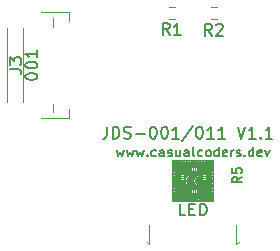
<source format=gbr>
%TF.GenerationSoftware,KiCad,Pcbnew,(5.1.10)-1*%
%TF.CreationDate,2022-04-16T23:27:38-04:00*%
%TF.ProjectId,001,3030312e-6b69-4636-9164-5f7063625858,rev?*%
%TF.SameCoordinates,Original*%
%TF.FileFunction,Legend,Top*%
%TF.FilePolarity,Positive*%
%FSLAX46Y46*%
G04 Gerber Fmt 4.6, Leading zero omitted, Abs format (unit mm)*
G04 Created by KiCad (PCBNEW (5.1.10)-1) date 2022-04-16 23:27:38*
%MOMM*%
%LPD*%
G01*
G04 APERTURE LIST*
%ADD10C,0.150000*%
%ADD11C,0.010000*%
%ADD12C,0.120000*%
G04 APERTURE END LIST*
D10*
X113462609Y-66071771D02*
X113614990Y-66605104D01*
X113767371Y-66224152D01*
X113919752Y-66605104D01*
X114072133Y-66071771D01*
X114300704Y-66071771D02*
X114453085Y-66605104D01*
X114605466Y-66224152D01*
X114757847Y-66605104D01*
X114910228Y-66071771D01*
X115138800Y-66071771D02*
X115291180Y-66605104D01*
X115443561Y-66224152D01*
X115595942Y-66605104D01*
X115748323Y-66071771D01*
X116053085Y-66528914D02*
X116091180Y-66567009D01*
X116053085Y-66605104D01*
X116014990Y-66567009D01*
X116053085Y-66528914D01*
X116053085Y-66605104D01*
X116776895Y-66567009D02*
X116700704Y-66605104D01*
X116548323Y-66605104D01*
X116472133Y-66567009D01*
X116434038Y-66528914D01*
X116395942Y-66452723D01*
X116395942Y-66224152D01*
X116434038Y-66147961D01*
X116472133Y-66109866D01*
X116548323Y-66071771D01*
X116700704Y-66071771D01*
X116776895Y-66109866D01*
X117462609Y-66605104D02*
X117462609Y-66186057D01*
X117424514Y-66109866D01*
X117348323Y-66071771D01*
X117195942Y-66071771D01*
X117119752Y-66109866D01*
X117462609Y-66567009D02*
X117386419Y-66605104D01*
X117195942Y-66605104D01*
X117119752Y-66567009D01*
X117081657Y-66490819D01*
X117081657Y-66414628D01*
X117119752Y-66338438D01*
X117195942Y-66300342D01*
X117386419Y-66300342D01*
X117462609Y-66262247D01*
X117805466Y-66567009D02*
X117881657Y-66605104D01*
X118034038Y-66605104D01*
X118110228Y-66567009D01*
X118148323Y-66490819D01*
X118148323Y-66452723D01*
X118110228Y-66376533D01*
X118034038Y-66338438D01*
X117919752Y-66338438D01*
X117843561Y-66300342D01*
X117805466Y-66224152D01*
X117805466Y-66186057D01*
X117843561Y-66109866D01*
X117919752Y-66071771D01*
X118034038Y-66071771D01*
X118110228Y-66109866D01*
X118834038Y-66071771D02*
X118834038Y-66605104D01*
X118491180Y-66071771D02*
X118491180Y-66490819D01*
X118529276Y-66567009D01*
X118605466Y-66605104D01*
X118719752Y-66605104D01*
X118795942Y-66567009D01*
X118834038Y-66528914D01*
X119557847Y-66605104D02*
X119557847Y-66186057D01*
X119519752Y-66109866D01*
X119443561Y-66071771D01*
X119291180Y-66071771D01*
X119214990Y-66109866D01*
X119557847Y-66567009D02*
X119481657Y-66605104D01*
X119291180Y-66605104D01*
X119214990Y-66567009D01*
X119176895Y-66490819D01*
X119176895Y-66414628D01*
X119214990Y-66338438D01*
X119291180Y-66300342D01*
X119481657Y-66300342D01*
X119557847Y-66262247D01*
X120053085Y-66605104D02*
X119976895Y-66567009D01*
X119938800Y-66490819D01*
X119938800Y-65805104D01*
X120700704Y-66567009D02*
X120624514Y-66605104D01*
X120472133Y-66605104D01*
X120395942Y-66567009D01*
X120357847Y-66528914D01*
X120319752Y-66452723D01*
X120319752Y-66224152D01*
X120357847Y-66147961D01*
X120395942Y-66109866D01*
X120472133Y-66071771D01*
X120624514Y-66071771D01*
X120700704Y-66109866D01*
X121157847Y-66605104D02*
X121081657Y-66567009D01*
X121043561Y-66528914D01*
X121005466Y-66452723D01*
X121005466Y-66224152D01*
X121043561Y-66147961D01*
X121081657Y-66109866D01*
X121157847Y-66071771D01*
X121272133Y-66071771D01*
X121348323Y-66109866D01*
X121386419Y-66147961D01*
X121424514Y-66224152D01*
X121424514Y-66452723D01*
X121386419Y-66528914D01*
X121348323Y-66567009D01*
X121272133Y-66605104D01*
X121157847Y-66605104D01*
X122110228Y-66605104D02*
X122110228Y-65805104D01*
X122110228Y-66567009D02*
X122034038Y-66605104D01*
X121881657Y-66605104D01*
X121805466Y-66567009D01*
X121767371Y-66528914D01*
X121729276Y-66452723D01*
X121729276Y-66224152D01*
X121767371Y-66147961D01*
X121805466Y-66109866D01*
X121881657Y-66071771D01*
X122034038Y-66071771D01*
X122110228Y-66109866D01*
X122795942Y-66567009D02*
X122719752Y-66605104D01*
X122567371Y-66605104D01*
X122491180Y-66567009D01*
X122453085Y-66490819D01*
X122453085Y-66186057D01*
X122491180Y-66109866D01*
X122567371Y-66071771D01*
X122719752Y-66071771D01*
X122795942Y-66109866D01*
X122834038Y-66186057D01*
X122834038Y-66262247D01*
X122453085Y-66338438D01*
X123176895Y-66605104D02*
X123176895Y-66071771D01*
X123176895Y-66224152D02*
X123214990Y-66147961D01*
X123253085Y-66109866D01*
X123329276Y-66071771D01*
X123405466Y-66071771D01*
X123634038Y-66567009D02*
X123710228Y-66605104D01*
X123862609Y-66605104D01*
X123938800Y-66567009D01*
X123976895Y-66490819D01*
X123976895Y-66452723D01*
X123938800Y-66376533D01*
X123862609Y-66338438D01*
X123748323Y-66338438D01*
X123672133Y-66300342D01*
X123634038Y-66224152D01*
X123634038Y-66186057D01*
X123672133Y-66109866D01*
X123748323Y-66071771D01*
X123862609Y-66071771D01*
X123938800Y-66109866D01*
X124319752Y-66528914D02*
X124357847Y-66567009D01*
X124319752Y-66605104D01*
X124281657Y-66567009D01*
X124319752Y-66528914D01*
X124319752Y-66605104D01*
X125043561Y-66605104D02*
X125043561Y-65805104D01*
X125043561Y-66567009D02*
X124967371Y-66605104D01*
X124814990Y-66605104D01*
X124738800Y-66567009D01*
X124700704Y-66528914D01*
X124662609Y-66452723D01*
X124662609Y-66224152D01*
X124700704Y-66147961D01*
X124738800Y-66109866D01*
X124814990Y-66071771D01*
X124967371Y-66071771D01*
X125043561Y-66109866D01*
X125729276Y-66567009D02*
X125653085Y-66605104D01*
X125500704Y-66605104D01*
X125424514Y-66567009D01*
X125386419Y-66490819D01*
X125386419Y-66186057D01*
X125424514Y-66109866D01*
X125500704Y-66071771D01*
X125653085Y-66071771D01*
X125729276Y-66109866D01*
X125767371Y-66186057D01*
X125767371Y-66262247D01*
X125386419Y-66338438D01*
X126034038Y-66071771D02*
X126224514Y-66605104D01*
X126414990Y-66071771D01*
X112648266Y-64095380D02*
X112648266Y-64809666D01*
X112600647Y-64952523D01*
X112505409Y-65047761D01*
X112362552Y-65095380D01*
X112267314Y-65095380D01*
X113124457Y-65095380D02*
X113124457Y-64095380D01*
X113362552Y-64095380D01*
X113505409Y-64143000D01*
X113600647Y-64238238D01*
X113648266Y-64333476D01*
X113695885Y-64523952D01*
X113695885Y-64666809D01*
X113648266Y-64857285D01*
X113600647Y-64952523D01*
X113505409Y-65047761D01*
X113362552Y-65095380D01*
X113124457Y-65095380D01*
X114076838Y-65047761D02*
X114219695Y-65095380D01*
X114457790Y-65095380D01*
X114553028Y-65047761D01*
X114600647Y-65000142D01*
X114648266Y-64904904D01*
X114648266Y-64809666D01*
X114600647Y-64714428D01*
X114553028Y-64666809D01*
X114457790Y-64619190D01*
X114267314Y-64571571D01*
X114172076Y-64523952D01*
X114124457Y-64476333D01*
X114076838Y-64381095D01*
X114076838Y-64285857D01*
X114124457Y-64190619D01*
X114172076Y-64143000D01*
X114267314Y-64095380D01*
X114505409Y-64095380D01*
X114648266Y-64143000D01*
X115076838Y-64714428D02*
X115838742Y-64714428D01*
X116505409Y-64095380D02*
X116600647Y-64095380D01*
X116695885Y-64143000D01*
X116743504Y-64190619D01*
X116791123Y-64285857D01*
X116838742Y-64476333D01*
X116838742Y-64714428D01*
X116791123Y-64904904D01*
X116743504Y-65000142D01*
X116695885Y-65047761D01*
X116600647Y-65095380D01*
X116505409Y-65095380D01*
X116410171Y-65047761D01*
X116362552Y-65000142D01*
X116314933Y-64904904D01*
X116267314Y-64714428D01*
X116267314Y-64476333D01*
X116314933Y-64285857D01*
X116362552Y-64190619D01*
X116410171Y-64143000D01*
X116505409Y-64095380D01*
X117457790Y-64095380D02*
X117553028Y-64095380D01*
X117648266Y-64143000D01*
X117695885Y-64190619D01*
X117743504Y-64285857D01*
X117791123Y-64476333D01*
X117791123Y-64714428D01*
X117743504Y-64904904D01*
X117695885Y-65000142D01*
X117648266Y-65047761D01*
X117553028Y-65095380D01*
X117457790Y-65095380D01*
X117362552Y-65047761D01*
X117314933Y-65000142D01*
X117267314Y-64904904D01*
X117219695Y-64714428D01*
X117219695Y-64476333D01*
X117267314Y-64285857D01*
X117314933Y-64190619D01*
X117362552Y-64143000D01*
X117457790Y-64095380D01*
X118743504Y-65095380D02*
X118172076Y-65095380D01*
X118457790Y-65095380D02*
X118457790Y-64095380D01*
X118362552Y-64238238D01*
X118267314Y-64333476D01*
X118172076Y-64381095D01*
X119886361Y-64047761D02*
X119029219Y-65333476D01*
X120410171Y-64095380D02*
X120505409Y-64095380D01*
X120600647Y-64143000D01*
X120648266Y-64190619D01*
X120695885Y-64285857D01*
X120743504Y-64476333D01*
X120743504Y-64714428D01*
X120695885Y-64904904D01*
X120648266Y-65000142D01*
X120600647Y-65047761D01*
X120505409Y-65095380D01*
X120410171Y-65095380D01*
X120314933Y-65047761D01*
X120267314Y-65000142D01*
X120219695Y-64904904D01*
X120172076Y-64714428D01*
X120172076Y-64476333D01*
X120219695Y-64285857D01*
X120267314Y-64190619D01*
X120314933Y-64143000D01*
X120410171Y-64095380D01*
X121695885Y-65095380D02*
X121124457Y-65095380D01*
X121410171Y-65095380D02*
X121410171Y-64095380D01*
X121314933Y-64238238D01*
X121219695Y-64333476D01*
X121124457Y-64381095D01*
X122648266Y-65095380D02*
X122076838Y-65095380D01*
X122362552Y-65095380D02*
X122362552Y-64095380D01*
X122267314Y-64238238D01*
X122172076Y-64333476D01*
X122076838Y-64381095D01*
X123695885Y-64095380D02*
X124029219Y-65095380D01*
X124362552Y-64095380D01*
X125219695Y-65095380D02*
X124648266Y-65095380D01*
X124933980Y-65095380D02*
X124933980Y-64095380D01*
X124838742Y-64238238D01*
X124743504Y-64333476D01*
X124648266Y-64381095D01*
X125648266Y-65000142D02*
X125695885Y-65047761D01*
X125648266Y-65095380D01*
X125600647Y-65047761D01*
X125648266Y-65000142D01*
X125648266Y-65095380D01*
X126648266Y-65095380D02*
X126076838Y-65095380D01*
X126362552Y-65095380D02*
X126362552Y-64095380D01*
X126267314Y-64238238D01*
X126172076Y-64333476D01*
X126076838Y-64381095D01*
D11*
%TO.C,G\u002A\u002A\u002A*%
G36*
X121653973Y-70353973D02*
G01*
X118186027Y-70353973D01*
X118186027Y-70248942D01*
X118914305Y-70248942D01*
X118914328Y-70254048D01*
X118914392Y-70257030D01*
X118914578Y-70262630D01*
X118914803Y-70266859D01*
X118915107Y-70270040D01*
X118915526Y-70272496D01*
X118916098Y-70274548D01*
X118916593Y-70275877D01*
X118917593Y-70278600D01*
X118918247Y-70280855D01*
X118918393Y-70281792D01*
X118918751Y-70283339D01*
X118919671Y-70285746D01*
X118920473Y-70287498D01*
X118921937Y-70290539D01*
X118923317Y-70293497D01*
X118923863Y-70294707D01*
X118925177Y-70297296D01*
X118926897Y-70300225D01*
X118927497Y-70301155D01*
X118929509Y-70304167D01*
X118931631Y-70307344D01*
X118932137Y-70308100D01*
X118934053Y-70310584D01*
X118936849Y-70313747D01*
X118940118Y-70317171D01*
X118943452Y-70320436D01*
X118946445Y-70323121D01*
X118947663Y-70324098D01*
X118950492Y-70326165D01*
X118953464Y-70328220D01*
X118956217Y-70330027D01*
X118958387Y-70331349D01*
X118959611Y-70331947D01*
X118959695Y-70331960D01*
X118960764Y-70332423D01*
X118962574Y-70333578D01*
X118963206Y-70334032D01*
X118965735Y-70335547D01*
X118968303Y-70336581D01*
X118968663Y-70336669D01*
X118970929Y-70337315D01*
X118973944Y-70338376D01*
X118976030Y-70339202D01*
X118979962Y-70340452D01*
X118985149Y-70341506D01*
X118990000Y-70342157D01*
X118993774Y-70342592D01*
X118996887Y-70343014D01*
X118998976Y-70343368D01*
X118999673Y-70343573D01*
X119000766Y-70343736D01*
X119003394Y-70343671D01*
X119007416Y-70343388D01*
X119012691Y-70342896D01*
X119019079Y-70342206D01*
X119019993Y-70342101D01*
X119023894Y-70341528D01*
X119027494Y-70340785D01*
X119030225Y-70339996D01*
X119031000Y-70339670D01*
X119033715Y-70338521D01*
X119036964Y-70337444D01*
X119038044Y-70337153D01*
X119040308Y-70336503D01*
X119042480Y-70335630D01*
X119044996Y-70334323D01*
X119048290Y-70332366D01*
X119050050Y-70331275D01*
X119052021Y-70330052D01*
X119054116Y-70328761D01*
X119061536Y-70323466D01*
X119068807Y-70316850D01*
X119069784Y-70315844D01*
X119072107Y-70313361D01*
X119073902Y-70311340D01*
X119074902Y-70310087D01*
X119075022Y-70309854D01*
X119075510Y-70308960D01*
X119076766Y-70307196D01*
X119077982Y-70305621D01*
X119079612Y-70303416D01*
X119080689Y-70301668D01*
X119080945Y-70300976D01*
X119081525Y-70299763D01*
X119082647Y-70298517D01*
X119083916Y-70297030D01*
X119084340Y-70295989D01*
X119084711Y-70294729D01*
X119085664Y-70292551D01*
X119086526Y-70290828D01*
X119088406Y-70286569D01*
X119090327Y-70280849D01*
X119092318Y-70273577D01*
X119093355Y-70269307D01*
X119093895Y-70266424D01*
X119094227Y-70263089D01*
X119094366Y-70258954D01*
X119094360Y-70258096D01*
X119142359Y-70258096D01*
X119142558Y-70264352D01*
X119143009Y-70270135D01*
X119143712Y-70275097D01*
X119144666Y-70278889D01*
X119145177Y-70280118D01*
X119146394Y-70283071D01*
X119147276Y-70286126D01*
X119147343Y-70286464D01*
X119148147Y-70289168D01*
X119149647Y-70292804D01*
X119151611Y-70296892D01*
X119153802Y-70300951D01*
X119155986Y-70304500D01*
X119156530Y-70305290D01*
X119158593Y-70308233D01*
X119160730Y-70311346D01*
X119161221Y-70312072D01*
X119163439Y-70314917D01*
X119166524Y-70318298D01*
X119170013Y-70321757D01*
X119173444Y-70324840D01*
X119176357Y-70327091D01*
X119176639Y-70327277D01*
X119178830Y-70328838D01*
X119180516Y-70330302D01*
X119180764Y-70330575D01*
X119182181Y-70331711D01*
X119183015Y-70331960D01*
X119184355Y-70332467D01*
X119186210Y-70333711D01*
X119186510Y-70333954D01*
X119189039Y-70335619D01*
X119191882Y-70336918D01*
X119192010Y-70336960D01*
X119194301Y-70337920D01*
X119195927Y-70338973D01*
X119196087Y-70339142D01*
X119197449Y-70339999D01*
X119199806Y-70340849D01*
X119201158Y-70341189D01*
X119204363Y-70341985D01*
X119208098Y-70343063D01*
X119210205Y-70343739D01*
X119212827Y-70344603D01*
X119215050Y-70345238D01*
X119217199Y-70345673D01*
X119219600Y-70345940D01*
X119222577Y-70346068D01*
X119226457Y-70346088D01*
X119231566Y-70346031D01*
X119234200Y-70345991D01*
X119239963Y-70345869D01*
X119244363Y-70345689D01*
X119247728Y-70345417D01*
X119250390Y-70345021D01*
X119252676Y-70344469D01*
X119254097Y-70344017D01*
X119257250Y-70342988D01*
X119260145Y-70342130D01*
X119261717Y-70341730D01*
X119263677Y-70341071D01*
X119266764Y-70339755D01*
X119270624Y-70337947D01*
X119274905Y-70335815D01*
X119279254Y-70333526D01*
X119280343Y-70332930D01*
X119284318Y-70330401D01*
X119288843Y-70326968D01*
X119293332Y-70323081D01*
X119296071Y-70320357D01*
X119299190Y-70316951D01*
X119302392Y-70313223D01*
X119305379Y-70309533D01*
X119307853Y-70306241D01*
X119309517Y-70303706D01*
X119309776Y-70303223D01*
X119311101Y-70300635D01*
X119312352Y-70298306D01*
X119312472Y-70298093D01*
X119315458Y-70292105D01*
X119317923Y-70285798D01*
X119319271Y-70281160D01*
X119320197Y-70277353D01*
X119321212Y-70273365D01*
X119321833Y-70271027D01*
X119322514Y-70267329D01*
X119322946Y-70262275D01*
X119323100Y-70256190D01*
X119323100Y-70256056D01*
X119323087Y-70255174D01*
X119372484Y-70255174D01*
X119372609Y-70260448D01*
X119372944Y-70265654D01*
X119373464Y-70270287D01*
X119374144Y-70273840D01*
X119374300Y-70274387D01*
X119375157Y-70277473D01*
X119376042Y-70281161D01*
X119376468Y-70283177D01*
X119377406Y-70286738D01*
X119378711Y-70290324D01*
X119379486Y-70291981D01*
X119380660Y-70294354D01*
X119381403Y-70296173D01*
X119381537Y-70296738D01*
X119381705Y-70297349D01*
X119382270Y-70298458D01*
X119383349Y-70300250D01*
X119385055Y-70302908D01*
X119387504Y-70306619D01*
X119390301Y-70310805D01*
X119391966Y-70312889D01*
X119394613Y-70315751D01*
X119397936Y-70319102D01*
X119401628Y-70322653D01*
X119405382Y-70326115D01*
X119408892Y-70329199D01*
X119411852Y-70331617D01*
X119413917Y-70333059D01*
X119424016Y-70338378D01*
X119433588Y-70342347D01*
X119443007Y-70345050D01*
X119452648Y-70346569D01*
X119462884Y-70346990D01*
X119473819Y-70346419D01*
X119478171Y-70345820D01*
X119483132Y-70344807D01*
X119488237Y-70343507D01*
X119493021Y-70342050D01*
X119497022Y-70340564D01*
X119499630Y-70339269D01*
X119501425Y-70338346D01*
X119504033Y-70337219D01*
X119505345Y-70336708D01*
X119507637Y-70335737D01*
X119509094Y-70334899D01*
X119509367Y-70334566D01*
X119510050Y-70333791D01*
X119511560Y-70332925D01*
X119515116Y-70330809D01*
X119519285Y-70327534D01*
X119523802Y-70323391D01*
X119528406Y-70318671D01*
X119532832Y-70313663D01*
X119536816Y-70308658D01*
X119540095Y-70303947D01*
X119542405Y-70299820D01*
X119543060Y-70298227D01*
X119544296Y-70295543D01*
X119545743Y-70293283D01*
X119546957Y-70291350D01*
X119547484Y-70289744D01*
X119547484Y-70289724D01*
X119547765Y-70288288D01*
X119548488Y-70285783D01*
X119549502Y-70282726D01*
X119549607Y-70282430D01*
X119551171Y-70276671D01*
X119552281Y-70269701D01*
X119552900Y-70261951D01*
X119552934Y-70258941D01*
X119603970Y-70258941D01*
X119604185Y-70265951D01*
X119604754Y-70272438D01*
X119605678Y-70278068D01*
X119606961Y-70282511D01*
X119607589Y-70283908D01*
X119608874Y-70286908D01*
X119609963Y-70290332D01*
X119610194Y-70291295D01*
X119611184Y-70294427D01*
X119612615Y-70297376D01*
X119613132Y-70298160D01*
X119614440Y-70300152D01*
X119615155Y-70301668D01*
X119615200Y-70301931D01*
X119615549Y-70302965D01*
X119616661Y-70304766D01*
X119618627Y-70307462D01*
X119621542Y-70311183D01*
X119624937Y-70315372D01*
X119629002Y-70319941D01*
X119633562Y-70324410D01*
X119638201Y-70328410D01*
X119642504Y-70331570D01*
X119644414Y-70332727D01*
X119646862Y-70334073D01*
X119650117Y-70335863D01*
X119653503Y-70337725D01*
X119653723Y-70337846D01*
X119656977Y-70339503D01*
X119660075Y-70340857D01*
X119662405Y-70341643D01*
X119662613Y-70341689D01*
X119665281Y-70342425D01*
X119668353Y-70343557D01*
X119669267Y-70343953D01*
X119673034Y-70345173D01*
X119678139Y-70346100D01*
X119684252Y-70346710D01*
X119691040Y-70346983D01*
X119698171Y-70346894D01*
X119705312Y-70346422D01*
X119705470Y-70346407D01*
X119715762Y-70344629D01*
X119726171Y-70341340D01*
X119736379Y-70336665D01*
X119746070Y-70330732D01*
X119747559Y-70329668D01*
X119750623Y-70327203D01*
X119754085Y-70324038D01*
X119757737Y-70320412D01*
X119761366Y-70316561D01*
X119764763Y-70312720D01*
X119767716Y-70309128D01*
X119770015Y-70306021D01*
X119771450Y-70303635D01*
X119771833Y-70302401D01*
X119772334Y-70301282D01*
X119773566Y-70299551D01*
X119773840Y-70299216D01*
X119775435Y-70296678D01*
X119776481Y-70293897D01*
X119776489Y-70293860D01*
X119777288Y-70291268D01*
X119778544Y-70288227D01*
X119779101Y-70287087D01*
X119780683Y-70282890D01*
X119781936Y-70277074D01*
X119782853Y-70269681D01*
X119783427Y-70260755D01*
X119783473Y-70259570D01*
X119783584Y-70252403D01*
X119783299Y-70246081D01*
X119782539Y-70240122D01*
X119781223Y-70234048D01*
X119779270Y-70227377D01*
X119776959Y-70220623D01*
X119775995Y-70217780D01*
X119775617Y-70215966D01*
X119775790Y-70214638D01*
X119776477Y-70213249D01*
X119776480Y-70213245D01*
X119777303Y-70212251D01*
X119779220Y-70210172D01*
X119782124Y-70207115D01*
X119785908Y-70203191D01*
X119790466Y-70198509D01*
X119795692Y-70193177D01*
X119801480Y-70187305D01*
X119807723Y-70181002D01*
X119814315Y-70174377D01*
X119815391Y-70173298D01*
X119822007Y-70166647D01*
X119828270Y-70160310D01*
X119834077Y-70154394D01*
X119839324Y-70149006D01*
X119843907Y-70144254D01*
X119847722Y-70140247D01*
X119850666Y-70137091D01*
X119852635Y-70134895D01*
X119853524Y-70133766D01*
X119853561Y-70133686D01*
X119854513Y-70131562D01*
X119855279Y-70130443D01*
X119855992Y-70128970D01*
X119856738Y-70126404D01*
X119857289Y-70123669D01*
X119857403Y-70122187D01*
X119857509Y-70119181D01*
X119857606Y-70114641D01*
X119857696Y-70108554D01*
X119857779Y-70100909D01*
X119857853Y-70091694D01*
X119857920Y-70080897D01*
X119857979Y-70068506D01*
X119858031Y-70054509D01*
X119858075Y-70038895D01*
X119858112Y-70021652D01*
X119858141Y-70002768D01*
X119858164Y-69982231D01*
X119858178Y-69960030D01*
X119858186Y-69936151D01*
X119858187Y-69925452D01*
X119858189Y-69903370D01*
X119858195Y-69882927D01*
X119858205Y-69864066D01*
X119858219Y-69846732D01*
X119858237Y-69830870D01*
X119858260Y-69816424D01*
X119858288Y-69803340D01*
X119858321Y-69791561D01*
X119858360Y-69781033D01*
X119858404Y-69771700D01*
X119858455Y-69763506D01*
X119858513Y-69756396D01*
X119858577Y-69750316D01*
X119858649Y-69745209D01*
X119858728Y-69741020D01*
X119858815Y-69737693D01*
X119858909Y-69735175D01*
X119859013Y-69733408D01*
X119859125Y-69732337D01*
X119859245Y-69731908D01*
X119859252Y-69731903D01*
X119860631Y-69731294D01*
X119863061Y-69730598D01*
X119865058Y-69730158D01*
X119869855Y-69728752D01*
X119874104Y-69726395D01*
X119878080Y-69722874D01*
X119882055Y-69717981D01*
X119883427Y-69716010D01*
X119885710Y-69712623D01*
X119885928Y-69562684D01*
X119886145Y-69413498D01*
X119953867Y-69413498D01*
X119953867Y-69710268D01*
X119956503Y-69715256D01*
X119958467Y-69718796D01*
X119960209Y-69721312D01*
X119962201Y-69723323D01*
X119964915Y-69725349D01*
X119966837Y-69726626D01*
X119971495Y-69729125D01*
X119975788Y-69730390D01*
X119975896Y-69730405D01*
X119978552Y-69730999D01*
X119980579Y-69731858D01*
X119981129Y-69732300D01*
X119981253Y-69732713D01*
X119981368Y-69733684D01*
X119981477Y-69735267D01*
X119981578Y-69737521D01*
X119981673Y-69740503D01*
X119981762Y-69744268D01*
X119981845Y-69748875D01*
X119981923Y-69754379D01*
X119981996Y-69760837D01*
X119982064Y-69768307D01*
X119982129Y-69776845D01*
X119982190Y-69786509D01*
X119982248Y-69797354D01*
X119982304Y-69809437D01*
X119982357Y-69822816D01*
X119982408Y-69837548D01*
X119982458Y-69853688D01*
X119982507Y-69871295D01*
X119982556Y-69890424D01*
X119982604Y-69911133D01*
X119982653Y-69933478D01*
X119982653Y-69933522D01*
X119983077Y-70133417D01*
X119985376Y-70137227D01*
X119986377Y-70138495D01*
X119988470Y-70140840D01*
X119991545Y-70144146D01*
X119995490Y-70148298D01*
X120000195Y-70153181D01*
X120005549Y-70158681D01*
X120011441Y-70164681D01*
X120017760Y-70171067D01*
X120024395Y-70177724D01*
X120032635Y-70185964D01*
X120039194Y-70192542D01*
X120044722Y-70198113D01*
X120049304Y-70202770D01*
X120053026Y-70206604D01*
X120055975Y-70209708D01*
X120058236Y-70212172D01*
X120059896Y-70214091D01*
X120061040Y-70215555D01*
X120061755Y-70216656D01*
X120062126Y-70217487D01*
X120062239Y-70218140D01*
X120062240Y-70218188D01*
X120061871Y-70220386D01*
X120061016Y-70221855D01*
X120060181Y-70223206D01*
X120059313Y-70225621D01*
X120058800Y-70227673D01*
X120057865Y-70231331D01*
X120056626Y-70235140D01*
X120056014Y-70236710D01*
X120055401Y-70238290D01*
X120054945Y-70239914D01*
X120054624Y-70241857D01*
X120054413Y-70244394D01*
X120054291Y-70247799D01*
X120054235Y-70252348D01*
X120054221Y-70258300D01*
X120054235Y-70264264D01*
X120054291Y-70268810D01*
X120054414Y-70272213D01*
X120054624Y-70274748D01*
X120054946Y-70276690D01*
X120055402Y-70278313D01*
X120056014Y-70279890D01*
X120057265Y-70283321D01*
X120058398Y-70287207D01*
X120058800Y-70288926D01*
X120059539Y-70291723D01*
X120060402Y-70293884D01*
X120060973Y-70294709D01*
X120062000Y-70296133D01*
X120063002Y-70298371D01*
X120063145Y-70298796D01*
X120065305Y-70303695D01*
X120068815Y-70309250D01*
X120073545Y-70315295D01*
X120079363Y-70321667D01*
X120086138Y-70328199D01*
X120087199Y-70329156D01*
X120088954Y-70330560D01*
X120091375Y-70332296D01*
X120094039Y-70334086D01*
X120096526Y-70335655D01*
X120098415Y-70336726D01*
X120099224Y-70337040D01*
X120100349Y-70337505D01*
X120102194Y-70338664D01*
X120102820Y-70339112D01*
X120105349Y-70340629D01*
X120107917Y-70341666D01*
X120108276Y-70341755D01*
X120110827Y-70342537D01*
X120113652Y-70343714D01*
X120114067Y-70343918D01*
X120116527Y-70344813D01*
X120120274Y-70345752D01*
X120124903Y-70346669D01*
X120130012Y-70347495D01*
X120135198Y-70348166D01*
X120140056Y-70348615D01*
X120143520Y-70348770D01*
X120147074Y-70348662D01*
X120151618Y-70348298D01*
X120156480Y-70347739D01*
X120159696Y-70347269D01*
X120163840Y-70346524D01*
X120167585Y-70345718D01*
X120170487Y-70344956D01*
X120171973Y-70344410D01*
X120174372Y-70343382D01*
X120177355Y-70342369D01*
X120178225Y-70342121D01*
X120181074Y-70341147D01*
X120183574Y-70339956D01*
X120184152Y-70339589D01*
X120186407Y-70338228D01*
X120189099Y-70336906D01*
X120189400Y-70336778D01*
X120193175Y-70334759D01*
X120197644Y-70331639D01*
X120202482Y-70327667D01*
X120207364Y-70323095D01*
X120208195Y-70322255D01*
X120210933Y-70319404D01*
X120213134Y-70316936D01*
X120215131Y-70314426D01*
X120217258Y-70311450D01*
X120219846Y-70307580D01*
X120220727Y-70306235D01*
X120222946Y-70302538D01*
X120225195Y-70298275D01*
X120227267Y-70293899D01*
X120228954Y-70289860D01*
X120230046Y-70286610D01*
X120230285Y-70285548D01*
X120230940Y-70282628D01*
X120231954Y-70279123D01*
X120232645Y-70277082D01*
X120233320Y-70275008D01*
X120233799Y-70272867D01*
X120234114Y-70270316D01*
X120234296Y-70267016D01*
X120234377Y-70262625D01*
X120234391Y-70258300D01*
X120234361Y-70252814D01*
X120234252Y-70248673D01*
X120234034Y-70245529D01*
X120233672Y-70243035D01*
X120233135Y-70240843D01*
X120232620Y-70239250D01*
X120231463Y-70235592D01*
X120230408Y-70231710D01*
X120229931Y-70229627D01*
X120229105Y-70226580D01*
X120228027Y-70223883D01*
X120227439Y-70222854D01*
X120226087Y-70220535D01*
X120225250Y-70218507D01*
X120224553Y-70216725D01*
X120223281Y-70214365D01*
X120221268Y-70211135D01*
X120219427Y-70208347D01*
X120218016Y-70206240D01*
X120216322Y-70203706D01*
X120215960Y-70203165D01*
X120214195Y-70200881D01*
X120211608Y-70197968D01*
X120208516Y-70194740D01*
X120205241Y-70191512D01*
X120202101Y-70188598D01*
X120199417Y-70186314D01*
X120197509Y-70184974D01*
X120197434Y-70184934D01*
X120194807Y-70183358D01*
X120192350Y-70181557D01*
X120190509Y-70180233D01*
X120189094Y-70179576D01*
X120188948Y-70179560D01*
X120187665Y-70179114D01*
X120185670Y-70177998D01*
X120184934Y-70177517D01*
X120182093Y-70175955D01*
X120178857Y-70174667D01*
X120178175Y-70174465D01*
X120175237Y-70173536D01*
X120172550Y-70172469D01*
X120171973Y-70172190D01*
X120169891Y-70171452D01*
X120166533Y-70170635D01*
X120162314Y-70169806D01*
X120157644Y-70169033D01*
X120152936Y-70168384D01*
X120148603Y-70167925D01*
X120145056Y-70167725D01*
X120144702Y-70167722D01*
X120141543Y-70167853D01*
X120137501Y-70168225D01*
X120132941Y-70168781D01*
X120128227Y-70169463D01*
X120123722Y-70170215D01*
X120119791Y-70170980D01*
X120116798Y-70171701D01*
X120115107Y-70172321D01*
X120115061Y-70172350D01*
X120112580Y-70173564D01*
X120109422Y-70174572D01*
X120106158Y-70175250D01*
X120103355Y-70175479D01*
X120101683Y-70175193D01*
X120100654Y-70174380D01*
X120098583Y-70172499D01*
X120095613Y-70169693D01*
X120091888Y-70166106D01*
X120087550Y-70161880D01*
X120082742Y-70157157D01*
X120077607Y-70152080D01*
X120072288Y-70146793D01*
X120066928Y-70141437D01*
X120061670Y-70136156D01*
X120056656Y-70131093D01*
X120052031Y-70126389D01*
X120047936Y-70122188D01*
X120044514Y-70118632D01*
X120041910Y-70115865D01*
X120040264Y-70114028D01*
X120039748Y-70113350D01*
X120039610Y-70112916D01*
X120039483Y-70112109D01*
X120039366Y-70110867D01*
X120039259Y-70109126D01*
X120039161Y-70106823D01*
X120039072Y-70103895D01*
X120038992Y-70100278D01*
X120038920Y-70095911D01*
X120038856Y-70090728D01*
X120038799Y-70084669D01*
X120038749Y-70077668D01*
X120038706Y-70069663D01*
X120038668Y-70060591D01*
X120038637Y-70050389D01*
X120038611Y-70038993D01*
X120038590Y-70026340D01*
X120038574Y-70012368D01*
X120038561Y-69997013D01*
X120038553Y-69980211D01*
X120038548Y-69961900D01*
X120038546Y-69942017D01*
X120038546Y-69922427D01*
X120038551Y-69904664D01*
X120038561Y-69887344D01*
X120038578Y-69870544D01*
X120038600Y-69854340D01*
X120038627Y-69838808D01*
X120038660Y-69824026D01*
X120038697Y-69810070D01*
X120038739Y-69797016D01*
X120038785Y-69784941D01*
X120038834Y-69773922D01*
X120038887Y-69764035D01*
X120038944Y-69755356D01*
X120039003Y-69747962D01*
X120039065Y-69741931D01*
X120039129Y-69737337D01*
X120039195Y-69734259D01*
X120039263Y-69732771D01*
X120039286Y-69732643D01*
X120040446Y-69731863D01*
X120042743Y-69730978D01*
X120045283Y-69730278D01*
X120048577Y-69729318D01*
X120051605Y-69728104D01*
X120053221Y-69727212D01*
X120055541Y-69725459D01*
X120057968Y-69723398D01*
X120060136Y-69721371D01*
X120061681Y-69719716D01*
X120062240Y-69718797D01*
X120062583Y-69717718D01*
X120063468Y-69715636D01*
X120064357Y-69713731D01*
X120066473Y-69709343D01*
X120066473Y-69560961D01*
X120066469Y-69545239D01*
X120066457Y-69529974D01*
X120066456Y-69528906D01*
X120134630Y-69528906D01*
X120134630Y-69561493D01*
X120134631Y-69580281D01*
X120134634Y-69597450D01*
X120134639Y-69613073D01*
X120134649Y-69627225D01*
X120134662Y-69639978D01*
X120134681Y-69651408D01*
X120134705Y-69661588D01*
X120134735Y-69670592D01*
X120134772Y-69678494D01*
X120134817Y-69685368D01*
X120134869Y-69691287D01*
X120134931Y-69696326D01*
X120135003Y-69700558D01*
X120135085Y-69704058D01*
X120135178Y-69706899D01*
X120135282Y-69709155D01*
X120135399Y-69710900D01*
X120135529Y-69712209D01*
X120135673Y-69713154D01*
X120135831Y-69713810D01*
X120136004Y-69714250D01*
X120136039Y-69714317D01*
X120139025Y-69718668D01*
X120142864Y-69722756D01*
X120147170Y-69726269D01*
X120151559Y-69728896D01*
X120155643Y-69730325D01*
X120155930Y-69730376D01*
X120158557Y-69731012D01*
X120160667Y-69731872D01*
X120161010Y-69732089D01*
X120161192Y-69732266D01*
X120161360Y-69732566D01*
X120161514Y-69733058D01*
X120161655Y-69733809D01*
X120161784Y-69734891D01*
X120161902Y-69736370D01*
X120162010Y-69738316D01*
X120162107Y-69740798D01*
X120162196Y-69743884D01*
X120162277Y-69747644D01*
X120162351Y-69752145D01*
X120162418Y-69757458D01*
X120162480Y-69763650D01*
X120162536Y-69770791D01*
X120162588Y-69778949D01*
X120162637Y-69788194D01*
X120162684Y-69798593D01*
X120162728Y-69810216D01*
X120162772Y-69823131D01*
X120162815Y-69837408D01*
X120162859Y-69853115D01*
X120162905Y-69870321D01*
X120162952Y-69889095D01*
X120162993Y-69905806D01*
X120163417Y-70078383D01*
X120165957Y-70082474D01*
X120166918Y-70083661D01*
X120168998Y-70085959D01*
X120172115Y-70089286D01*
X120176189Y-70093558D01*
X120181139Y-70098691D01*
X120186883Y-70104603D01*
X120193340Y-70111209D01*
X120200429Y-70118427D01*
X120208070Y-70126172D01*
X120216180Y-70134363D01*
X120224679Y-70142914D01*
X120227975Y-70146222D01*
X120237876Y-70156150D01*
X120246650Y-70164950D01*
X120254361Y-70172694D01*
X120261072Y-70179458D01*
X120266849Y-70185316D01*
X120271755Y-70190343D01*
X120275854Y-70194612D01*
X120279209Y-70198198D01*
X120281886Y-70201175D01*
X120283949Y-70203618D01*
X120285460Y-70205601D01*
X120286485Y-70207199D01*
X120287087Y-70208485D01*
X120287330Y-70209534D01*
X120287279Y-70210421D01*
X120286998Y-70211220D01*
X120286550Y-70212005D01*
X120285999Y-70212851D01*
X120285732Y-70213275D01*
X120284648Y-70215611D01*
X120283556Y-70218850D01*
X120282819Y-70221742D01*
X120281957Y-70225374D01*
X120280954Y-70228976D01*
X120280225Y-70231207D01*
X120279503Y-70234263D01*
X120279008Y-70238576D01*
X120278737Y-70243724D01*
X120278688Y-70249288D01*
X120278856Y-70254844D01*
X120279239Y-70259973D01*
X120279834Y-70264254D01*
X120280506Y-70266922D01*
X120281576Y-70270300D01*
X120282463Y-70273705D01*
X120282803Y-70275388D01*
X120283581Y-70278527D01*
X120284727Y-70281554D01*
X120284951Y-70282007D01*
X120286301Y-70284676D01*
X120287811Y-70287790D01*
X120288277Y-70288780D01*
X120291034Y-70294195D01*
X120294211Y-70299365D01*
X120298157Y-70304837D01*
X120300372Y-70307662D01*
X120302588Y-70310154D01*
X120305541Y-70313102D01*
X120308848Y-70316162D01*
X120312127Y-70318992D01*
X120314994Y-70321247D01*
X120316971Y-70322538D01*
X120319279Y-70323949D01*
X120320897Y-70325172D01*
X120322896Y-70326472D01*
X120325400Y-70327587D01*
X120325498Y-70327620D01*
X120327854Y-70328612D01*
X120329644Y-70329705D01*
X120329732Y-70329780D01*
X120331726Y-70331010D01*
X120335002Y-70332424D01*
X120339178Y-70333901D01*
X120343872Y-70335319D01*
X120348699Y-70336558D01*
X120353277Y-70337494D01*
X120354763Y-70337730D01*
X120358799Y-70338101D01*
X120364032Y-70338274D01*
X120369978Y-70338257D01*
X120376153Y-70338059D01*
X120382074Y-70337687D01*
X120386937Y-70337192D01*
X120390635Y-70336530D01*
X120394279Y-70335576D01*
X120396673Y-70334702D01*
X120399800Y-70333409D01*
X120402996Y-70332274D01*
X120403870Y-70332008D01*
X120406322Y-70331072D01*
X120409507Y-70329540D01*
X120412736Y-70327743D01*
X120412760Y-70327729D01*
X120415947Y-70325830D01*
X120419016Y-70324036D01*
X120421304Y-70322734D01*
X120421308Y-70322732D01*
X120423090Y-70321474D01*
X120425685Y-70319292D01*
X120428744Y-70316494D01*
X120431891Y-70313416D01*
X120435815Y-70309422D01*
X120438737Y-70306384D01*
X120440858Y-70304067D01*
X120442378Y-70302233D01*
X120443498Y-70300649D01*
X120444418Y-70299077D01*
X120444917Y-70298125D01*
X120446125Y-70295985D01*
X120447146Y-70294558D01*
X120447399Y-70294329D01*
X120448165Y-70293262D01*
X120449041Y-70291254D01*
X120449208Y-70290770D01*
X120450400Y-70287962D01*
X120451997Y-70285095D01*
X120452234Y-70284737D01*
X120453517Y-70282406D01*
X120454208Y-70280297D01*
X120454247Y-70279872D01*
X120454547Y-70278162D01*
X120455337Y-70275459D01*
X120456450Y-70272331D01*
X120456517Y-70272159D01*
X120457275Y-70270159D01*
X120457841Y-70268385D01*
X120458243Y-70266550D01*
X120458509Y-70264368D01*
X120458664Y-70261553D01*
X120458736Y-70257817D01*
X120458753Y-70252874D01*
X120458746Y-70248563D01*
X120458705Y-70230783D01*
X120455706Y-70221821D01*
X120454296Y-70217791D01*
X120452866Y-70214008D01*
X120451612Y-70210976D01*
X120450936Y-70209557D01*
X120449857Y-70207404D01*
X120449230Y-70205884D01*
X120449167Y-70205587D01*
X120448711Y-70204580D01*
X120447494Y-70202545D01*
X120445740Y-70199830D01*
X120443674Y-70196785D01*
X120441739Y-70194058D01*
X120440584Y-70192680D01*
X120438521Y-70190422D01*
X120435845Y-70187597D01*
X120432874Y-70184547D01*
X120428653Y-70180395D01*
X120425027Y-70177160D01*
X120421511Y-70174448D01*
X120417621Y-70171870D01*
X120415828Y-70170775D01*
X120413342Y-70169230D01*
X120411072Y-70167743D01*
X120411067Y-70167739D01*
X120408575Y-70166420D01*
X120406437Y-70165667D01*
X120404207Y-70164940D01*
X120401301Y-70163778D01*
X120399664Y-70163046D01*
X120394480Y-70161214D01*
X120387843Y-70159906D01*
X120379698Y-70159114D01*
X120369992Y-70158831D01*
X120369580Y-70158830D01*
X120360782Y-70159029D01*
X120352990Y-70159629D01*
X120346381Y-70160607D01*
X120341131Y-70161938D01*
X120338253Y-70163121D01*
X120335116Y-70164464D01*
X120331800Y-70165471D01*
X120330769Y-70165676D01*
X120327095Y-70166254D01*
X120273385Y-70112582D01*
X120263652Y-70102846D01*
X120255066Y-70094234D01*
X120247564Y-70086683D01*
X120241088Y-70080129D01*
X120235574Y-70074510D01*
X120230964Y-70069762D01*
X120227194Y-70065822D01*
X120224206Y-70062626D01*
X120221937Y-70060112D01*
X120220327Y-70058216D01*
X120219315Y-70056874D01*
X120218839Y-70056025D01*
X120218814Y-70055947D01*
X120218702Y-70054724D01*
X120218600Y-70051925D01*
X120218509Y-70047651D01*
X120218427Y-70042003D01*
X120218354Y-70035081D01*
X120218291Y-70026986D01*
X120218236Y-70017818D01*
X120218191Y-70007678D01*
X120218154Y-69996668D01*
X120218126Y-69984886D01*
X120218106Y-69972435D01*
X120218094Y-69959414D01*
X120218091Y-69945925D01*
X120218094Y-69932068D01*
X120218106Y-69917943D01*
X120218125Y-69903652D01*
X120218151Y-69889295D01*
X120218183Y-69874972D01*
X120218223Y-69860784D01*
X120218269Y-69846833D01*
X120218322Y-69833217D01*
X120218380Y-69820039D01*
X120218445Y-69807399D01*
X120218516Y-69795397D01*
X120218592Y-69784134D01*
X120218673Y-69773711D01*
X120218760Y-69764229D01*
X120218852Y-69755787D01*
X120218948Y-69748487D01*
X120219050Y-69742429D01*
X120219155Y-69737715D01*
X120219265Y-69734444D01*
X120219379Y-69732717D01*
X120219435Y-69732466D01*
X120220740Y-69731768D01*
X120223148Y-69730937D01*
X120225710Y-69730258D01*
X120228963Y-69729355D01*
X120231724Y-69728150D01*
X120234452Y-69726368D01*
X120237603Y-69723733D01*
X120239560Y-69721937D01*
X120241609Y-69719764D01*
X120243195Y-69717348D01*
X120244622Y-69714159D01*
X120245632Y-69711353D01*
X120248083Y-69704157D01*
X120248317Y-69564033D01*
X120248346Y-69545793D01*
X120248347Y-69544672D01*
X120313700Y-69544672D01*
X120313700Y-69579119D01*
X120313702Y-69595672D01*
X120313707Y-69610689D01*
X120313715Y-69624251D01*
X120313727Y-69636435D01*
X120313744Y-69647322D01*
X120313767Y-69656990D01*
X120313797Y-69665518D01*
X120313834Y-69672985D01*
X120313880Y-69679470D01*
X120313935Y-69685053D01*
X120314001Y-69689813D01*
X120314077Y-69693828D01*
X120314166Y-69697177D01*
X120314267Y-69699941D01*
X120314382Y-69702197D01*
X120314512Y-69704025D01*
X120314657Y-69705504D01*
X120314819Y-69706713D01*
X120314997Y-69707731D01*
X120315194Y-69708637D01*
X120315324Y-69709173D01*
X120316415Y-69713149D01*
X120317539Y-69716073D01*
X120318999Y-69718567D01*
X120321101Y-69721251D01*
X120321473Y-69721687D01*
X120323386Y-69723535D01*
X120325997Y-69725580D01*
X120328855Y-69727524D01*
X120331506Y-69729066D01*
X120333500Y-69729907D01*
X120333979Y-69729980D01*
X120336927Y-69730470D01*
X120339621Y-69731725D01*
X120341431Y-69733422D01*
X120341700Y-69733949D01*
X120341798Y-69735049D01*
X120341892Y-69737782D01*
X120341980Y-69742086D01*
X120342063Y-69747900D01*
X120342140Y-69755164D01*
X120342211Y-69763815D01*
X120342275Y-69773793D01*
X120342333Y-69785038D01*
X120342383Y-69797487D01*
X120342426Y-69811080D01*
X120342461Y-69825755D01*
X120342488Y-69841453D01*
X120342506Y-69858111D01*
X120342515Y-69875668D01*
X120342515Y-69877567D01*
X120342520Y-69895753D01*
X120342526Y-69912326D01*
X120342534Y-69927362D01*
X120342546Y-69940943D01*
X120342562Y-69953146D01*
X120342583Y-69964051D01*
X120342610Y-69973736D01*
X120342643Y-69982281D01*
X120342684Y-69989764D01*
X120342733Y-69996264D01*
X120342791Y-70001862D01*
X120342860Y-70006634D01*
X120342939Y-70010661D01*
X120343029Y-70014021D01*
X120343133Y-70016794D01*
X120343249Y-70019058D01*
X120343380Y-70020893D01*
X120343526Y-70022376D01*
X120343687Y-70023588D01*
X120343866Y-70024608D01*
X120344061Y-70025513D01*
X120344083Y-70025604D01*
X120345102Y-70029142D01*
X120346344Y-70032387D01*
X120347555Y-70034682D01*
X120347652Y-70034817D01*
X120348796Y-70036142D01*
X120350965Y-70038461D01*
X120353972Y-70041582D01*
X120357632Y-70045313D01*
X120361758Y-70049465D01*
X120365620Y-70053306D01*
X120371571Y-70059199D01*
X120378185Y-70065761D01*
X120385380Y-70072909D01*
X120393073Y-70080562D01*
X120401181Y-70088635D01*
X120409622Y-70097046D01*
X120418312Y-70105712D01*
X120427169Y-70114550D01*
X120436109Y-70123477D01*
X120445051Y-70132410D01*
X120453910Y-70141267D01*
X120462605Y-70149965D01*
X120471052Y-70158420D01*
X120479168Y-70166550D01*
X120486872Y-70174271D01*
X120494079Y-70181502D01*
X120500707Y-70188159D01*
X120506673Y-70194159D01*
X120511894Y-70199419D01*
X120516288Y-70203856D01*
X120519771Y-70207389D01*
X120522261Y-70209932D01*
X120523675Y-70211405D01*
X120523951Y-70211711D01*
X120525645Y-70214647D01*
X120525802Y-70217572D01*
X120524417Y-70220788D01*
X120523750Y-70221786D01*
X120522695Y-70223895D01*
X120521704Y-70226902D01*
X120521194Y-70229123D01*
X120520433Y-70232779D01*
X120519511Y-70236540D01*
X120519008Y-70238326D01*
X120518470Y-70241067D01*
X120518073Y-70245028D01*
X120517816Y-70249817D01*
X120517700Y-70255040D01*
X120517728Y-70260306D01*
X120517900Y-70265220D01*
X120518218Y-70269390D01*
X120518681Y-70272424D01*
X120518908Y-70273233D01*
X120519813Y-70276295D01*
X120520570Y-70279676D01*
X120520683Y-70280324D01*
X120521300Y-70282758D01*
X120522443Y-70286188D01*
X120523906Y-70290084D01*
X120525483Y-70293914D01*
X120526967Y-70297149D01*
X120527940Y-70298940D01*
X120528820Y-70300452D01*
X120530074Y-70302724D01*
X120530544Y-70303597D01*
X120531919Y-70305973D01*
X120533185Y-70307851D01*
X120533516Y-70308253D01*
X120534594Y-70309502D01*
X120536382Y-70311642D01*
X120538524Y-70314250D01*
X120538903Y-70314715D01*
X120540885Y-70316943D01*
X120543539Y-70319638D01*
X120546590Y-70322557D01*
X120549767Y-70325455D01*
X120552795Y-70328086D01*
X120555401Y-70330208D01*
X120557312Y-70331574D01*
X120558172Y-70331960D01*
X120559258Y-70332424D01*
X120561084Y-70333582D01*
X120561745Y-70334056D01*
X120564439Y-70335718D01*
X120567291Y-70337027D01*
X120567625Y-70337142D01*
X120570280Y-70338261D01*
X120572578Y-70339624D01*
X120572682Y-70339703D01*
X120574673Y-70340852D01*
X120576307Y-70341273D01*
X120577921Y-70341536D01*
X120580526Y-70342222D01*
X120583178Y-70343057D01*
X120586759Y-70344197D01*
X120590035Y-70345027D01*
X120593370Y-70345589D01*
X120597133Y-70345922D01*
X120601689Y-70346066D01*
X120607404Y-70346061D01*
X120610457Y-70346020D01*
X120616408Y-70345883D01*
X120620926Y-70345668D01*
X120624270Y-70345351D01*
X120626697Y-70344910D01*
X120628237Y-70344418D01*
X120630924Y-70343460D01*
X120634400Y-70342398D01*
X120637127Y-70341662D01*
X120640162Y-70340778D01*
X120642651Y-70339831D01*
X120643955Y-70339096D01*
X120645660Y-70338001D01*
X120647996Y-70336962D01*
X120648150Y-70336907D01*
X120651616Y-70335296D01*
X120655889Y-70332698D01*
X120660636Y-70329374D01*
X120665526Y-70325590D01*
X120670224Y-70321608D01*
X120674399Y-70317693D01*
X120677717Y-70314109D01*
X120678976Y-70312487D01*
X120680713Y-70309902D01*
X120682273Y-70307360D01*
X120682486Y-70306983D01*
X120683935Y-70304650D01*
X120685349Y-70302750D01*
X120686655Y-70300778D01*
X120687857Y-70298278D01*
X120687929Y-70298093D01*
X120688968Y-70295761D01*
X120690016Y-70293992D01*
X120690122Y-70293860D01*
X120690877Y-70292441D01*
X120691847Y-70289916D01*
X120692830Y-70286817D01*
X120692874Y-70286663D01*
X120693921Y-70283122D01*
X120695000Y-70279710D01*
X120695810Y-70277350D01*
X120696720Y-70273759D01*
X120697351Y-70268913D01*
X120697711Y-70263184D01*
X120697809Y-70256942D01*
X120697654Y-70250556D01*
X120697254Y-70244397D01*
X120696617Y-70238835D01*
X120695753Y-70234241D01*
X120694757Y-70231173D01*
X120693733Y-70228607D01*
X120693110Y-70226454D01*
X120693025Y-70225799D01*
X120692623Y-70224203D01*
X120691566Y-70221531D01*
X120690045Y-70218174D01*
X120688250Y-70214524D01*
X120686370Y-70210973D01*
X120684598Y-70207910D01*
X120683516Y-70206258D01*
X120681453Y-70203332D01*
X120679311Y-70200261D01*
X120678793Y-70199511D01*
X120676041Y-70196082D01*
X120672323Y-70192244D01*
X120667952Y-70188248D01*
X120663242Y-70184346D01*
X120658505Y-70180788D01*
X120654055Y-70177828D01*
X120650207Y-70175716D01*
X120648133Y-70174904D01*
X120645880Y-70173905D01*
X120644560Y-70173001D01*
X120642963Y-70172139D01*
X120639928Y-70171010D01*
X120635676Y-70169682D01*
X120630430Y-70168223D01*
X120624410Y-70166700D01*
X120622733Y-70166300D01*
X120617829Y-70165538D01*
X120611815Y-70165208D01*
X120605213Y-70165286D01*
X120598544Y-70165746D01*
X120592328Y-70166564D01*
X120587086Y-70167716D01*
X120586007Y-70168047D01*
X120582688Y-70169076D01*
X120579823Y-70169847D01*
X120577916Y-70170228D01*
X120577640Y-70170247D01*
X120575777Y-70170672D01*
X120573511Y-70171709D01*
X120573303Y-70171831D01*
X120570855Y-70173076D01*
X120568570Y-70173906D01*
X120568497Y-70173923D01*
X120568112Y-70173917D01*
X120567562Y-70173708D01*
X120566787Y-70173240D01*
X120565729Y-70172453D01*
X120564327Y-70171291D01*
X120562521Y-70169695D01*
X120560252Y-70167607D01*
X120557461Y-70164970D01*
X120554088Y-70161726D01*
X120550072Y-70157818D01*
X120545355Y-70153186D01*
X120539877Y-70147774D01*
X120533578Y-70141523D01*
X120526398Y-70134376D01*
X120518278Y-70126275D01*
X120509158Y-70117162D01*
X120498979Y-70106979D01*
X120487680Y-70095669D01*
X120484556Y-70092540D01*
X120474710Y-70082678D01*
X120465166Y-70073110D01*
X120455993Y-70063910D01*
X120447264Y-70055148D01*
X120439051Y-70046898D01*
X120431424Y-70039230D01*
X120424456Y-70032217D01*
X120418217Y-70025932D01*
X120412780Y-70020445D01*
X120408216Y-70015830D01*
X120404597Y-70012157D01*
X120401994Y-70009500D01*
X120400478Y-70007930D01*
X120400140Y-70007563D01*
X120397499Y-70004476D01*
X120397721Y-69868964D01*
X120397758Y-69849314D01*
X120397800Y-69831323D01*
X120397848Y-69814958D01*
X120397903Y-69800185D01*
X120397964Y-69786970D01*
X120398032Y-69775278D01*
X120398107Y-69765076D01*
X120398190Y-69756330D01*
X120398280Y-69749007D01*
X120398379Y-69743072D01*
X120398486Y-69738491D01*
X120398601Y-69735230D01*
X120398726Y-69733257D01*
X120398856Y-69732539D01*
X120400134Y-69731886D01*
X120402508Y-69731133D01*
X120404782Y-69730591D01*
X120410361Y-69728711D01*
X120415701Y-69725583D01*
X120420348Y-69721546D01*
X120423851Y-69716936D01*
X120424356Y-69716010D01*
X120424960Y-69714378D01*
X120425749Y-69711645D01*
X120426565Y-69708367D01*
X120426656Y-69707967D01*
X120426841Y-69707061D01*
X120427008Y-69705999D01*
X120427159Y-69704702D01*
X120427294Y-69703091D01*
X120427415Y-69701088D01*
X120427520Y-69698616D01*
X120427612Y-69695595D01*
X120427691Y-69691947D01*
X120427757Y-69687594D01*
X120427811Y-69682457D01*
X120427853Y-69676459D01*
X120427884Y-69669520D01*
X120427906Y-69661563D01*
X120427917Y-69652508D01*
X120427919Y-69642279D01*
X120427913Y-69630796D01*
X120427899Y-69617981D01*
X120427878Y-69603755D01*
X120427850Y-69588041D01*
X120427816Y-69570760D01*
X120427792Y-69559377D01*
X120427755Y-69540737D01*
X120427723Y-69523714D01*
X120427694Y-69508231D01*
X120427663Y-69494212D01*
X120427627Y-69481580D01*
X120427583Y-69470258D01*
X120427526Y-69460170D01*
X120427454Y-69451239D01*
X120427362Y-69443389D01*
X120427248Y-69436544D01*
X120427108Y-69430625D01*
X120426938Y-69425558D01*
X120426735Y-69421265D01*
X120426589Y-69419075D01*
X120494040Y-69419075D01*
X120494040Y-69705085D01*
X120496411Y-69711860D01*
X120497725Y-69715232D01*
X120499104Y-69718155D01*
X120500296Y-69720112D01*
X120500549Y-69720402D01*
X120502104Y-69722118D01*
X120503046Y-69723381D01*
X120504410Y-69724688D01*
X120506875Y-69726289D01*
X120509940Y-69727923D01*
X120513105Y-69729330D01*
X120515872Y-69730249D01*
X120516477Y-69730378D01*
X120518904Y-69730970D01*
X120520676Y-69731686D01*
X120520922Y-69731853D01*
X120521076Y-69732296D01*
X120521216Y-69733407D01*
X120521341Y-69735256D01*
X120521453Y-69737913D01*
X120521553Y-69741449D01*
X120521640Y-69745936D01*
X120521715Y-69751443D01*
X120521780Y-69758043D01*
X120521834Y-69765805D01*
X120521879Y-69774800D01*
X120521914Y-69785099D01*
X120521942Y-69796773D01*
X120521961Y-69809893D01*
X120521973Y-69824530D01*
X120521979Y-69840753D01*
X120521980Y-69849434D01*
X120521982Y-69866268D01*
X120521990Y-69881488D01*
X120522003Y-69895173D01*
X120522023Y-69907402D01*
X120522051Y-69918256D01*
X120522087Y-69927812D01*
X120522132Y-69936151D01*
X120522187Y-69943352D01*
X120522253Y-69949494D01*
X120522329Y-69954656D01*
X120522418Y-69958918D01*
X120522520Y-69962359D01*
X120522635Y-69965058D01*
X120522765Y-69967094D01*
X120522910Y-69968547D01*
X120523071Y-69969497D01*
X120523145Y-69969769D01*
X120524119Y-69972962D01*
X120525123Y-69976492D01*
X120525381Y-69977452D01*
X120526600Y-69980686D01*
X120528343Y-69983837D01*
X120528929Y-69984649D01*
X120529776Y-69985565D01*
X120531760Y-69987618D01*
X120534821Y-69990746D01*
X120538897Y-69994889D01*
X120543928Y-69999985D01*
X120549855Y-70005973D01*
X120556615Y-70012792D01*
X120564149Y-70020383D01*
X120572396Y-70028682D01*
X120581295Y-70037630D01*
X120590786Y-70047166D01*
X120600809Y-70057228D01*
X120611302Y-70067756D01*
X120622206Y-70078688D01*
X120633459Y-70089964D01*
X120642686Y-70099204D01*
X120656374Y-70112906D01*
X120668915Y-70125461D01*
X120680359Y-70136920D01*
X120690755Y-70147335D01*
X120700150Y-70156759D01*
X120708593Y-70165243D01*
X120716133Y-70172840D01*
X120722819Y-70179601D01*
X120728699Y-70185579D01*
X120733822Y-70190826D01*
X120738236Y-70195394D01*
X120741990Y-70199335D01*
X120745132Y-70202701D01*
X120747712Y-70205545D01*
X120749777Y-70207918D01*
X120751377Y-70209872D01*
X120752559Y-70211460D01*
X120753373Y-70212734D01*
X120753868Y-70213745D01*
X120754091Y-70214547D01*
X120754091Y-70215190D01*
X120753918Y-70215727D01*
X120753619Y-70216211D01*
X120753243Y-70216693D01*
X120752839Y-70217225D01*
X120752815Y-70217260D01*
X120752053Y-70218883D01*
X120751032Y-70221761D01*
X120749869Y-70225499D01*
X120748677Y-70229701D01*
X120747572Y-70233971D01*
X120746669Y-70237911D01*
X120746339Y-70239577D01*
X120745860Y-70243480D01*
X120745599Y-70248427D01*
X120745549Y-70253897D01*
X120745702Y-70259366D01*
X120746052Y-70264313D01*
X120746591Y-70268214D01*
X120746735Y-70268883D01*
X120748578Y-70276293D01*
X120750237Y-70282127D01*
X120751745Y-70286493D01*
X120752992Y-70289240D01*
X120754480Y-70292132D01*
X120755853Y-70295030D01*
X120756084Y-70295553D01*
X120757379Y-70298143D01*
X120759090Y-70301066D01*
X120759684Y-70301982D01*
X120761488Y-70304672D01*
X120763220Y-70307261D01*
X120763703Y-70307985D01*
X120767397Y-70312725D01*
X120772242Y-70317746D01*
X120777829Y-70322669D01*
X120783751Y-70327112D01*
X120785293Y-70328140D01*
X120790494Y-70331411D01*
X120794975Y-70334025D01*
X120798555Y-70335884D01*
X120801052Y-70336892D01*
X120801906Y-70337048D01*
X120803522Y-70337398D01*
X120806013Y-70338292D01*
X120807984Y-70339145D01*
X120811304Y-70340383D01*
X120815455Y-70341327D01*
X120820831Y-70342062D01*
X120821954Y-70342179D01*
X120825779Y-70342593D01*
X120828944Y-70342998D01*
X120831093Y-70343345D01*
X120831860Y-70343561D01*
X120832633Y-70343725D01*
X120834546Y-70343705D01*
X120837721Y-70343491D01*
X120842282Y-70343074D01*
X120848350Y-70342446D01*
X120851134Y-70342144D01*
X120856466Y-70341316D01*
X120861340Y-70340111D01*
X120864020Y-70339162D01*
X120866818Y-70338057D01*
X120869090Y-70337289D01*
X120870230Y-70337040D01*
X120871605Y-70336639D01*
X120873979Y-70335592D01*
X120876904Y-70334133D01*
X120879933Y-70332498D01*
X120882618Y-70330921D01*
X120884511Y-70329636D01*
X120884777Y-70329416D01*
X120886709Y-70328005D01*
X120889138Y-70326576D01*
X120889350Y-70326467D01*
X120891346Y-70325127D01*
X120894018Y-70322870D01*
X120897136Y-70319945D01*
X120900468Y-70316599D01*
X120903782Y-70313080D01*
X120906847Y-70309636D01*
X120909432Y-70306515D01*
X120911304Y-70303965D01*
X120912233Y-70302235D01*
X120912293Y-70301900D01*
X120912764Y-70300842D01*
X120913931Y-70299076D01*
X120914288Y-70298596D01*
X120915799Y-70296297D01*
X120916860Y-70294135D01*
X120916934Y-70293916D01*
X120917723Y-70291936D01*
X120918967Y-70289297D01*
X120919596Y-70288075D01*
X120920772Y-70285587D01*
X120921495Y-70283520D01*
X120921607Y-70282834D01*
X120921889Y-70281177D01*
X120922599Y-70278725D01*
X120922966Y-70277668D01*
X120924675Y-70271672D01*
X120925898Y-70264621D01*
X120926592Y-70257093D01*
X120926713Y-70249668D01*
X120926217Y-70242924D01*
X120925798Y-70240350D01*
X120924640Y-70235185D01*
X120923188Y-70229747D01*
X120921542Y-70224315D01*
X120919800Y-70219167D01*
X120918061Y-70214584D01*
X120916425Y-70210843D01*
X120914992Y-70208225D01*
X120913970Y-70207066D01*
X120913093Y-70205984D01*
X120912068Y-70204024D01*
X120911931Y-70203706D01*
X120910666Y-70201268D01*
X120909240Y-70199279D01*
X120909192Y-70199228D01*
X120907778Y-70197616D01*
X120905873Y-70195303D01*
X120904728Y-70193862D01*
X120902467Y-70191319D01*
X120899280Y-70188176D01*
X120895610Y-70184830D01*
X120891900Y-70181680D01*
X120888593Y-70179124D01*
X120887381Y-70178290D01*
X120881858Y-70174991D01*
X120875744Y-70171819D01*
X120874193Y-70171089D01*
X120871038Y-70169616D01*
X120867823Y-70168083D01*
X120866997Y-70167682D01*
X120862775Y-70166145D01*
X120857301Y-70164941D01*
X120850887Y-70164072D01*
X120843845Y-70163535D01*
X120836489Y-70163331D01*
X120829132Y-70163459D01*
X120822086Y-70163918D01*
X120815665Y-70164707D01*
X120810181Y-70165827D01*
X120805947Y-70167277D01*
X120804930Y-70167797D01*
X120802250Y-70169048D01*
X120799105Y-70170146D01*
X120798372Y-70170346D01*
X120795750Y-70170851D01*
X120793975Y-70170678D01*
X120792615Y-70169983D01*
X120791814Y-70169254D01*
X120789879Y-70167386D01*
X120786872Y-70164442D01*
X120782854Y-70160484D01*
X120777888Y-70155571D01*
X120772035Y-70149766D01*
X120765357Y-70143130D01*
X120757915Y-70135725D01*
X120749771Y-70127612D01*
X120740986Y-70118852D01*
X120731623Y-70109507D01*
X120721744Y-70099638D01*
X120711409Y-70089306D01*
X120700681Y-70078573D01*
X120689621Y-70067501D01*
X120684873Y-70062747D01*
X120670204Y-70048044D01*
X120656716Y-70034510D01*
X120644386Y-70022119D01*
X120633192Y-70010850D01*
X120623111Y-70000680D01*
X120614120Y-69991584D01*
X120606197Y-69983540D01*
X120599318Y-69976525D01*
X120593461Y-69970515D01*
X120588603Y-69965487D01*
X120584721Y-69961418D01*
X120581794Y-69958286D01*
X120579797Y-69956066D01*
X120578708Y-69954736D01*
X120578479Y-69954346D01*
X120578401Y-69953207D01*
X120578328Y-69950476D01*
X120578262Y-69946259D01*
X120578203Y-69940657D01*
X120578152Y-69933772D01*
X120578108Y-69925709D01*
X120578073Y-69916570D01*
X120578045Y-69906458D01*
X120578027Y-69895476D01*
X120578018Y-69883726D01*
X120578019Y-69871312D01*
X120578030Y-69858336D01*
X120578052Y-69844901D01*
X120578056Y-69842750D01*
X120578093Y-69826305D01*
X120578134Y-69811480D01*
X120578178Y-69798200D01*
X120578228Y-69786390D01*
X120578283Y-69775977D01*
X120578345Y-69766887D01*
X120578415Y-69759044D01*
X120578493Y-69752376D01*
X120578581Y-69746808D01*
X120578678Y-69742265D01*
X120578787Y-69738674D01*
X120578908Y-69735960D01*
X120579041Y-69734049D01*
X120579189Y-69732868D01*
X120579351Y-69732341D01*
X120579356Y-69732334D01*
X120580774Y-69731487D01*
X120583214Y-69730747D01*
X120584858Y-69730453D01*
X120589901Y-69729007D01*
X120594841Y-69726203D01*
X120599345Y-69722362D01*
X120603078Y-69717804D01*
X120605706Y-69712849D01*
X120606667Y-69709551D01*
X120606772Y-69708154D01*
X120606869Y-69705178D01*
X120606960Y-69700729D01*
X120607043Y-69694915D01*
X120607119Y-69687842D01*
X120607188Y-69679618D01*
X120607250Y-69670350D01*
X120607304Y-69660144D01*
X120607352Y-69649109D01*
X120607393Y-69637350D01*
X120607427Y-69624976D01*
X120607454Y-69612093D01*
X120607473Y-69598809D01*
X120607486Y-69585231D01*
X120607492Y-69571465D01*
X120607492Y-69557619D01*
X120607484Y-69543800D01*
X120607469Y-69530115D01*
X120607448Y-69516671D01*
X120607420Y-69503576D01*
X120607385Y-69490936D01*
X120607343Y-69478858D01*
X120607295Y-69467451D01*
X120607240Y-69456820D01*
X120607178Y-69447073D01*
X120607110Y-69438317D01*
X120607034Y-69430660D01*
X120606953Y-69424207D01*
X120606864Y-69419068D01*
X120606769Y-69415347D01*
X120606668Y-69413154D01*
X120606609Y-69412634D01*
X120604565Y-69407344D01*
X120601110Y-69402441D01*
X120596519Y-69398174D01*
X120591069Y-69394788D01*
X120585034Y-69392532D01*
X120583867Y-69392256D01*
X120581781Y-69392001D01*
X120578263Y-69391785D01*
X120573573Y-69391610D01*
X120567974Y-69391476D01*
X120561725Y-69391383D01*
X120555088Y-69391332D01*
X120548324Y-69391324D01*
X120541693Y-69391359D01*
X120535456Y-69391437D01*
X120529875Y-69391559D01*
X120525210Y-69391726D01*
X120521722Y-69391938D01*
X120520020Y-69392129D01*
X120513390Y-69393931D01*
X120507339Y-69396964D01*
X120502320Y-69400999D01*
X120502007Y-69401325D01*
X120499772Y-69404014D01*
X120498103Y-69406902D01*
X120496660Y-69410621D01*
X120496163Y-69412179D01*
X120494040Y-69419075D01*
X120426589Y-69419075D01*
X120426495Y-69417670D01*
X120426214Y-69414696D01*
X120425890Y-69412267D01*
X120425518Y-69410306D01*
X120425096Y-69408737D01*
X120424619Y-69407482D01*
X120424084Y-69406466D01*
X120423487Y-69405612D01*
X120422826Y-69404843D01*
X120422096Y-69404082D01*
X120421293Y-69403254D01*
X120420556Y-69402444D01*
X120415617Y-69397822D01*
X120410552Y-69394700D01*
X120404717Y-69391737D01*
X120336983Y-69391737D01*
X120331480Y-69394421D01*
X120327593Y-69396631D01*
X120324066Y-69399403D01*
X120320445Y-69403117D01*
X120318521Y-69405372D01*
X120317564Y-69407065D01*
X120316449Y-69409821D01*
X120315411Y-69413057D01*
X120315373Y-69413193D01*
X120315159Y-69413999D01*
X120314964Y-69414851D01*
X120314787Y-69415828D01*
X120314627Y-69417009D01*
X120314484Y-69418472D01*
X120314356Y-69420298D01*
X120314243Y-69422563D01*
X120314144Y-69425348D01*
X120314058Y-69428731D01*
X120313983Y-69432791D01*
X120313920Y-69437606D01*
X120313867Y-69443256D01*
X120313823Y-69449820D01*
X120313788Y-69457376D01*
X120313760Y-69466003D01*
X120313738Y-69475779D01*
X120313723Y-69486785D01*
X120313712Y-69499098D01*
X120313705Y-69512798D01*
X120313702Y-69527963D01*
X120313700Y-69544672D01*
X120248347Y-69544672D01*
X120248370Y-69529170D01*
X120248387Y-69514089D01*
X120248397Y-69500472D01*
X120248399Y-69488244D01*
X120248394Y-69477328D01*
X120248380Y-69467649D01*
X120248357Y-69459130D01*
X120248324Y-69451695D01*
X120248281Y-69445268D01*
X120248227Y-69439773D01*
X120248162Y-69435133D01*
X120248085Y-69431273D01*
X120247995Y-69428116D01*
X120247892Y-69425586D01*
X120247776Y-69423608D01*
X120247645Y-69422104D01*
X120247500Y-69420999D01*
X120247339Y-69420216D01*
X120247259Y-69419941D01*
X120246490Y-69417265D01*
X120246027Y-69415046D01*
X120245967Y-69414377D01*
X120245353Y-69410962D01*
X120243696Y-69407055D01*
X120241270Y-69403223D01*
X120239679Y-69401325D01*
X120234779Y-69397237D01*
X120228810Y-69394127D01*
X120222223Y-69392223D01*
X120221680Y-69392129D01*
X120219402Y-69391903D01*
X120215745Y-69391716D01*
X120210966Y-69391569D01*
X120205321Y-69391461D01*
X120199068Y-69391391D01*
X120192461Y-69391360D01*
X120185758Y-69391368D01*
X120179216Y-69391413D01*
X120173090Y-69391496D01*
X120167637Y-69391617D01*
X120163115Y-69391774D01*
X120159779Y-69391969D01*
X120157913Y-69392194D01*
X120151337Y-69394435D01*
X120145359Y-69398158D01*
X120139874Y-69403437D01*
X120137655Y-69406183D01*
X120137279Y-69406670D01*
X120136937Y-69407143D01*
X120136625Y-69407676D01*
X120136342Y-69408344D01*
X120136088Y-69409222D01*
X120135860Y-69410386D01*
X120135657Y-69411910D01*
X120135477Y-69413868D01*
X120135320Y-69416336D01*
X120135184Y-69419389D01*
X120135067Y-69423102D01*
X120134967Y-69427550D01*
X120134884Y-69432806D01*
X120134816Y-69438948D01*
X120134761Y-69446048D01*
X120134718Y-69454183D01*
X120134686Y-69463427D01*
X120134662Y-69473855D01*
X120134646Y-69485542D01*
X120134637Y-69498563D01*
X120134632Y-69512992D01*
X120134630Y-69528906D01*
X120066456Y-69528906D01*
X120066438Y-69515253D01*
X120066412Y-69501160D01*
X120066379Y-69487784D01*
X120066340Y-69475208D01*
X120066295Y-69463520D01*
X120066245Y-69452805D01*
X120066190Y-69443149D01*
X120066131Y-69434638D01*
X120066067Y-69427359D01*
X120066000Y-69421396D01*
X120065930Y-69416837D01*
X120065857Y-69413767D01*
X120065781Y-69412271D01*
X120065752Y-69412134D01*
X120065059Y-69411141D01*
X120064086Y-69409096D01*
X120063499Y-69407639D01*
X120061273Y-69403512D01*
X120058083Y-69399832D01*
X120054413Y-69397115D01*
X120052927Y-69396415D01*
X120050548Y-69395322D01*
X120048694Y-69394185D01*
X120048562Y-69394079D01*
X120047194Y-69393317D01*
X120044975Y-69392694D01*
X120041788Y-69392203D01*
X120037516Y-69391836D01*
X120032042Y-69391588D01*
X120025248Y-69391450D01*
X120017016Y-69391416D01*
X120007230Y-69391478D01*
X120005515Y-69391497D01*
X119976303Y-69391826D01*
X119970761Y-69394532D01*
X119965031Y-69398005D01*
X119960484Y-69402373D01*
X119956754Y-69407992D01*
X119956460Y-69408544D01*
X119953867Y-69413498D01*
X119886145Y-69413498D01*
X119886147Y-69412744D01*
X119883549Y-69407876D01*
X119880691Y-69403279D01*
X119877405Y-69399685D01*
X119873221Y-69396650D01*
X119869667Y-69394700D01*
X119863785Y-69391737D01*
X119795963Y-69391737D01*
X119790778Y-69394488D01*
X119788108Y-69395863D01*
X119786039Y-69396849D01*
X119785007Y-69397240D01*
X119784997Y-69397240D01*
X119783870Y-69397888D01*
X119782185Y-69399551D01*
X119780284Y-69401810D01*
X119778507Y-69404245D01*
X119777195Y-69406434D01*
X119776805Y-69407349D01*
X119775826Y-69409858D01*
X119774760Y-69411907D01*
X119774676Y-69412033D01*
X119774528Y-69412472D01*
X119774393Y-69413387D01*
X119774271Y-69414847D01*
X119774159Y-69416921D01*
X119774059Y-69419678D01*
X119773970Y-69423188D01*
X119773890Y-69427519D01*
X119773820Y-69432740D01*
X119773760Y-69438921D01*
X119773707Y-69446130D01*
X119773662Y-69454436D01*
X119773625Y-69463910D01*
X119773595Y-69474619D01*
X119773571Y-69486633D01*
X119773553Y-69500020D01*
X119773540Y-69514851D01*
X119773531Y-69531194D01*
X119773527Y-69549118D01*
X119773527Y-69708609D01*
X119775784Y-69713579D01*
X119777404Y-69716709D01*
X119779353Y-69719840D01*
X119781368Y-69722618D01*
X119783189Y-69724689D01*
X119784553Y-69725701D01*
X119784792Y-69725747D01*
X119786011Y-69726279D01*
X119787516Y-69727458D01*
X119789477Y-69728616D01*
X119792495Y-69729638D01*
X119794522Y-69730082D01*
X119797449Y-69730771D01*
X119799767Y-69731629D01*
X119800798Y-69732311D01*
X119800925Y-69732737D01*
X119801043Y-69733738D01*
X119801153Y-69735370D01*
X119801254Y-69737695D01*
X119801348Y-69740769D01*
X119801434Y-69744651D01*
X119801513Y-69749400D01*
X119801587Y-69755074D01*
X119801653Y-69761733D01*
X119801715Y-69769433D01*
X119801771Y-69778235D01*
X119801822Y-69788196D01*
X119801869Y-69799375D01*
X119801912Y-69811831D01*
X119801951Y-69825621D01*
X119801987Y-69840805D01*
X119802020Y-69857442D01*
X119802051Y-69875588D01*
X119802080Y-69895304D01*
X119802108Y-69916648D01*
X119802111Y-69919364D01*
X119802135Y-69940405D01*
X119802155Y-69959818D01*
X119802171Y-69977669D01*
X119802183Y-69994023D01*
X119802189Y-70008946D01*
X119802189Y-70022505D01*
X119802184Y-70034763D01*
X119802173Y-70045788D01*
X119802155Y-70055644D01*
X119802130Y-70064397D01*
X119802098Y-70072113D01*
X119802058Y-70078858D01*
X119802009Y-70084696D01*
X119801953Y-70089695D01*
X119801887Y-70093918D01*
X119801812Y-70097432D01*
X119801727Y-70100303D01*
X119801632Y-70102596D01*
X119801527Y-70104376D01*
X119801411Y-70105710D01*
X119801284Y-70106662D01*
X119801145Y-70107300D01*
X119801009Y-70107660D01*
X119800167Y-70108740D01*
X119798242Y-70110891D01*
X119795349Y-70113992D01*
X119791605Y-70117921D01*
X119787129Y-70122557D01*
X119782036Y-70127778D01*
X119776445Y-70133463D01*
X119770471Y-70139489D01*
X119768031Y-70141937D01*
X119760775Y-70149204D01*
X119754611Y-70155355D01*
X119749431Y-70160472D01*
X119745131Y-70164640D01*
X119741604Y-70167939D01*
X119738746Y-70170453D01*
X119736450Y-70172264D01*
X119734611Y-70173455D01*
X119733124Y-70174109D01*
X119731882Y-70174307D01*
X119730779Y-70174133D01*
X119729711Y-70173669D01*
X119728572Y-70172998D01*
X119728416Y-70172901D01*
X119726110Y-70171823D01*
X119722849Y-70170717D01*
X119719425Y-70169841D01*
X119716133Y-70169059D01*
X119713292Y-70168227D01*
X119711497Y-70167520D01*
X119711452Y-70167495D01*
X119709899Y-70167099D01*
X119707004Y-70166790D01*
X119703116Y-70166569D01*
X119698581Y-70166437D01*
X119693748Y-70166394D01*
X119688964Y-70166441D01*
X119684577Y-70166579D01*
X119680934Y-70166808D01*
X119678382Y-70167129D01*
X119677413Y-70167420D01*
X119675791Y-70168055D01*
X119673039Y-70168845D01*
X119669696Y-70169641D01*
X119668972Y-70169794D01*
X119665393Y-70170671D01*
X119662126Y-70171707D01*
X119659804Y-70172700D01*
X119659576Y-70172832D01*
X119657481Y-70173931D01*
X119655833Y-70174469D01*
X119655673Y-70174480D01*
X119654323Y-70174914D01*
X119652127Y-70176035D01*
X119650270Y-70177152D01*
X119647134Y-70179162D01*
X119643558Y-70181452D01*
X119641447Y-70182803D01*
X119638941Y-70184655D01*
X119635783Y-70187354D01*
X119632263Y-70190608D01*
X119628675Y-70194124D01*
X119625311Y-70197612D01*
X119622464Y-70200780D01*
X119620426Y-70203334D01*
X119619674Y-70204529D01*
X119618283Y-70206891D01*
X119616891Y-70208770D01*
X119615474Y-70210882D01*
X119614789Y-70212455D01*
X119613921Y-70214442D01*
X119612528Y-70216870D01*
X119612152Y-70217442D01*
X119610881Y-70219574D01*
X119610173Y-70221268D01*
X119610120Y-70221613D01*
X119609807Y-70222981D01*
X119608997Y-70225337D01*
X119608084Y-70227634D01*
X119606578Y-70232291D01*
X119605411Y-70238082D01*
X119604586Y-70244675D01*
X119604104Y-70251739D01*
X119603970Y-70258941D01*
X119552934Y-70258941D01*
X119552992Y-70253851D01*
X119552617Y-70246866D01*
X119550747Y-70234909D01*
X119547234Y-70223302D01*
X119545558Y-70219181D01*
X119543827Y-70215198D01*
X119545858Y-70213030D01*
X119546732Y-70212134D01*
X119548717Y-70210122D01*
X119551728Y-70207079D01*
X119555682Y-70203090D01*
X119560494Y-70198239D01*
X119566081Y-70192611D01*
X119572359Y-70186290D01*
X119579243Y-70179361D01*
X119586650Y-70171909D01*
X119594496Y-70164018D01*
X119602696Y-70155772D01*
X119607157Y-70151288D01*
X119617125Y-70141267D01*
X119625971Y-70132370D01*
X119633768Y-70124521D01*
X119640588Y-70117646D01*
X119646505Y-70111669D01*
X119651590Y-70106514D01*
X119655917Y-70102105D01*
X119659558Y-70098369D01*
X119662588Y-70095228D01*
X119665077Y-70092609D01*
X119667099Y-70090434D01*
X119668727Y-70088629D01*
X119670034Y-70087118D01*
X119671092Y-70085826D01*
X119671975Y-70084678D01*
X119672755Y-70083597D01*
X119673431Y-70082617D01*
X119675737Y-70079230D01*
X119676160Y-69906428D01*
X119676213Y-69885575D01*
X119676266Y-69866356D01*
X119676319Y-69848712D01*
X119676373Y-69832584D01*
X119676429Y-69817912D01*
X119676487Y-69804638D01*
X119676547Y-69792703D01*
X119676610Y-69782047D01*
X119676677Y-69772611D01*
X119676748Y-69764336D01*
X119676823Y-69757162D01*
X119676903Y-69751032D01*
X119676989Y-69745885D01*
X119677081Y-69741662D01*
X119677179Y-69738304D01*
X119677285Y-69735753D01*
X119677398Y-69733948D01*
X119677519Y-69732832D01*
X119677649Y-69732343D01*
X119677656Y-69732334D01*
X119679078Y-69731482D01*
X119681515Y-69730743D01*
X119683091Y-69730462D01*
X119686522Y-69729664D01*
X119689962Y-69728346D01*
X119691030Y-69727787D01*
X119694133Y-69725548D01*
X119697612Y-69722390D01*
X119700944Y-69718829D01*
X119703609Y-69715382D01*
X119703744Y-69715180D01*
X119703947Y-69714835D01*
X119704133Y-69714399D01*
X119704303Y-69713797D01*
X119704457Y-69712954D01*
X119704596Y-69711795D01*
X119704721Y-69710246D01*
X119704833Y-69708230D01*
X119704933Y-69705674D01*
X119705023Y-69702501D01*
X119705102Y-69698638D01*
X119705172Y-69694009D01*
X119705233Y-69688539D01*
X119705288Y-69682154D01*
X119705336Y-69674777D01*
X119705378Y-69666335D01*
X119705416Y-69656751D01*
X119705450Y-69645952D01*
X119705482Y-69633862D01*
X119705511Y-69620407D01*
X119705540Y-69605510D01*
X119705569Y-69589098D01*
X119705599Y-69571095D01*
X119705610Y-69564071D01*
X119705640Y-69543417D01*
X119705659Y-69524419D01*
X119705668Y-69507042D01*
X119705666Y-69491249D01*
X119705653Y-69477003D01*
X119705629Y-69464267D01*
X119705593Y-69453005D01*
X119705547Y-69443181D01*
X119705488Y-69434757D01*
X119705418Y-69427698D01*
X119705336Y-69421967D01*
X119705242Y-69417526D01*
X119705136Y-69414341D01*
X119705018Y-69412374D01*
X119704926Y-69411697D01*
X119703029Y-69407123D01*
X119699764Y-69402619D01*
X119695435Y-69398514D01*
X119690346Y-69395140D01*
X119689030Y-69394468D01*
X119683357Y-69391737D01*
X119653889Y-69391466D01*
X119644737Y-69391401D01*
X119637093Y-69391400D01*
X119630768Y-69391481D01*
X119625578Y-69391660D01*
X119621337Y-69391953D01*
X119617857Y-69392378D01*
X119614953Y-69392952D01*
X119612439Y-69393690D01*
X119610128Y-69394611D01*
X119608091Y-69395598D01*
X119603118Y-69398680D01*
X119599385Y-69402304D01*
X119596610Y-69406831D01*
X119594507Y-69412624D01*
X119594382Y-69413069D01*
X119592326Y-69420523D01*
X119592545Y-69563610D01*
X119592763Y-69706697D01*
X119594804Y-69712200D01*
X119596315Y-69715627D01*
X119598159Y-69718923D01*
X119599607Y-69720954D01*
X119602998Y-69724253D01*
X119607055Y-69727151D01*
X119611226Y-69729309D01*
X119614751Y-69730355D01*
X119617294Y-69730996D01*
X119619204Y-69731931D01*
X119619576Y-69732268D01*
X119619714Y-69732674D01*
X119619842Y-69733588D01*
X119619958Y-69735074D01*
X119620065Y-69737197D01*
X119620161Y-69740021D01*
X119620247Y-69743612D01*
X119620324Y-69748035D01*
X119620393Y-69753354D01*
X119620453Y-69759634D01*
X119620506Y-69766941D01*
X119620551Y-69775338D01*
X119620590Y-69784890D01*
X119620622Y-69795664D01*
X119620648Y-69807722D01*
X119620668Y-69821131D01*
X119620683Y-69835955D01*
X119620694Y-69852259D01*
X119620700Y-69870108D01*
X119620703Y-69889566D01*
X119620703Y-70057476D01*
X119613507Y-70064931D01*
X119608372Y-70070232D01*
X119602606Y-70076149D01*
X119596310Y-70082582D01*
X119589584Y-70089431D01*
X119582530Y-70096593D01*
X119575246Y-70103969D01*
X119567836Y-70111456D01*
X119560398Y-70118954D01*
X119553033Y-70126363D01*
X119545843Y-70133580D01*
X119538927Y-70140506D01*
X119532387Y-70147039D01*
X119526323Y-70153077D01*
X119520835Y-70158521D01*
X119516024Y-70163268D01*
X119511992Y-70167219D01*
X119508838Y-70170272D01*
X119506663Y-70172326D01*
X119505568Y-70173279D01*
X119505536Y-70173301D01*
X119502793Y-70174198D01*
X119499668Y-70173937D01*
X119496936Y-70172596D01*
X119496715Y-70172407D01*
X119495247Y-70171626D01*
X119492666Y-70170727D01*
X119489527Y-70169903D01*
X119489463Y-70169888D01*
X119485598Y-70168985D01*
X119481589Y-70167974D01*
X119478887Y-70167240D01*
X119474994Y-70166482D01*
X119469590Y-70166017D01*
X119462782Y-70165839D01*
X119458656Y-70165839D01*
X119455240Y-70165934D01*
X119452179Y-70166184D01*
X119449121Y-70166650D01*
X119445713Y-70167394D01*
X119441600Y-70168477D01*
X119436431Y-70169960D01*
X119432743Y-70171047D01*
X119429598Y-70172122D01*
X119426123Y-70173528D01*
X119422825Y-70175036D01*
X119420214Y-70176417D01*
X119418950Y-70177283D01*
X119417150Y-70178563D01*
X119414767Y-70179867D01*
X119414509Y-70179988D01*
X119411980Y-70181284D01*
X119409500Y-70182905D01*
X119406781Y-70185086D01*
X119403533Y-70188058D01*
X119399468Y-70192054D01*
X119399235Y-70192288D01*
X119395777Y-70195804D01*
X119393190Y-70198582D01*
X119391122Y-70201056D01*
X119389220Y-70203661D01*
X119387133Y-70206832D01*
X119385981Y-70208652D01*
X119384562Y-70210962D01*
X119383351Y-70213099D01*
X119382123Y-70215506D01*
X119380649Y-70218625D01*
X119378919Y-70222423D01*
X119377820Y-70225386D01*
X119376586Y-70229576D01*
X119375328Y-70234547D01*
X119374158Y-70239851D01*
X119373185Y-70245040D01*
X119372958Y-70246447D01*
X119372592Y-70250338D01*
X119372484Y-70255174D01*
X119323087Y-70255174D01*
X119323023Y-70250877D01*
X119322732Y-70246645D01*
X119322133Y-70242618D01*
X119321133Y-70238053D01*
X119320548Y-70235709D01*
X119319325Y-70231225D01*
X119317979Y-70226799D01*
X119316690Y-70222995D01*
X119315803Y-70220743D01*
X119314488Y-70217280D01*
X119314148Y-70214985D01*
X119314333Y-70214212D01*
X119315006Y-70213439D01*
X119316808Y-70211537D01*
X119319674Y-70208573D01*
X119323535Y-70204615D01*
X119328325Y-70199732D01*
X119333976Y-70193990D01*
X119340422Y-70187459D01*
X119347595Y-70180205D01*
X119355428Y-70172298D01*
X119363855Y-70163804D01*
X119372807Y-70154792D01*
X119382218Y-70145330D01*
X119392021Y-70135485D01*
X119402148Y-70125326D01*
X119402282Y-70125192D01*
X119412459Y-70114981D01*
X119422339Y-70105053D01*
X119431852Y-70095478D01*
X119440930Y-70086326D01*
X119449503Y-70077668D01*
X119457500Y-70069575D01*
X119464854Y-70062116D01*
X119471494Y-70055364D01*
X119477352Y-70049387D01*
X119482356Y-70044257D01*
X119486439Y-70040044D01*
X119489531Y-70036819D01*
X119491562Y-70034651D01*
X119492452Y-70033627D01*
X119495397Y-70029511D01*
X119495820Y-69881481D01*
X119495886Y-69859911D01*
X119495958Y-69840025D01*
X119496035Y-69821824D01*
X119496117Y-69805308D01*
X119496203Y-69790479D01*
X119496295Y-69777337D01*
X119496392Y-69765884D01*
X119496494Y-69756118D01*
X119496601Y-69748043D01*
X119496713Y-69741657D01*
X119496829Y-69736963D01*
X119496951Y-69733960D01*
X119497078Y-69732649D01*
X119497104Y-69732590D01*
X119498333Y-69731983D01*
X119500699Y-69731242D01*
X119503459Y-69730578D01*
X119509865Y-69728412D01*
X119515409Y-69724869D01*
X119519918Y-69720122D01*
X119523216Y-69714343D01*
X119524714Y-69709751D01*
X119524910Y-69708858D01*
X119525089Y-69707852D01*
X119525251Y-69706657D01*
X119525397Y-69705192D01*
X119525528Y-69703380D01*
X119525645Y-69701141D01*
X119525749Y-69698397D01*
X119525841Y-69695068D01*
X119525920Y-69691077D01*
X119525989Y-69686344D01*
X119526048Y-69680790D01*
X119526098Y-69674337D01*
X119526140Y-69666907D01*
X119526174Y-69658419D01*
X119526201Y-69648796D01*
X119526222Y-69637959D01*
X119526239Y-69625829D01*
X119526251Y-69612327D01*
X119526260Y-69597374D01*
X119526266Y-69580893D01*
X119526271Y-69562803D01*
X119526271Y-69561244D01*
X119526274Y-69542937D01*
X119526273Y-69526245D01*
X119526269Y-69511092D01*
X119526261Y-69497400D01*
X119526247Y-69485090D01*
X119526228Y-69474086D01*
X119526202Y-69464309D01*
X119526169Y-69455683D01*
X119526128Y-69448130D01*
X119526079Y-69441572D01*
X119526019Y-69435931D01*
X119525950Y-69431130D01*
X119525870Y-69427091D01*
X119525779Y-69423737D01*
X119525675Y-69420991D01*
X119525558Y-69418774D01*
X119525428Y-69417009D01*
X119525283Y-69415618D01*
X119525123Y-69414524D01*
X119524948Y-69413650D01*
X119524912Y-69413501D01*
X119522926Y-69407719D01*
X119519932Y-69402913D01*
X119515723Y-69398841D01*
X119510089Y-69395260D01*
X119508520Y-69394456D01*
X119503017Y-69391737D01*
X119473011Y-69391466D01*
X119464055Y-69391415D01*
X119456160Y-69391430D01*
X119449452Y-69391510D01*
X119444061Y-69391652D01*
X119440114Y-69391854D01*
X119437817Y-69392099D01*
X119431192Y-69394056D01*
X119425061Y-69397417D01*
X119419878Y-69401925D01*
X119419281Y-69402601D01*
X119418483Y-69403496D01*
X119417753Y-69404282D01*
X119417089Y-69405033D01*
X119416487Y-69405826D01*
X119415945Y-69406737D01*
X119415459Y-69407842D01*
X119415026Y-69409216D01*
X119414644Y-69410936D01*
X119414309Y-69413078D01*
X119414017Y-69415717D01*
X119413767Y-69418930D01*
X119413555Y-69422792D01*
X119413377Y-69427379D01*
X119413232Y-69432768D01*
X119413115Y-69439034D01*
X119413023Y-69446253D01*
X119412954Y-69454502D01*
X119412905Y-69463855D01*
X119412872Y-69474390D01*
X119412852Y-69486182D01*
X119412843Y-69499306D01*
X119412841Y-69513839D01*
X119412843Y-69529858D01*
X119412846Y-69547437D01*
X119412847Y-69561594D01*
X119412851Y-69579590D01*
X119412865Y-69596664D01*
X119412888Y-69612758D01*
X119412920Y-69627812D01*
X119412959Y-69641768D01*
X119413007Y-69654566D01*
X119413063Y-69666148D01*
X119413125Y-69676454D01*
X119413195Y-69685425D01*
X119413271Y-69693002D01*
X119413354Y-69699126D01*
X119413443Y-69703738D01*
X119413537Y-69706779D01*
X119413637Y-69708190D01*
X119413644Y-69708227D01*
X119414271Y-69711054D01*
X119414814Y-69713571D01*
X119414904Y-69714000D01*
X119416204Y-69716990D01*
X119418721Y-69720275D01*
X119422093Y-69723549D01*
X119425953Y-69726503D01*
X119429938Y-69728830D01*
X119433684Y-69730223D01*
X119434272Y-69730345D01*
X119436860Y-69731159D01*
X119438951Y-69732392D01*
X119439140Y-69732567D01*
X119439356Y-69732811D01*
X119439551Y-69733144D01*
X119439728Y-69733643D01*
X119439887Y-69734389D01*
X119440029Y-69735457D01*
X119440156Y-69736927D01*
X119440267Y-69738877D01*
X119440365Y-69741385D01*
X119440449Y-69744529D01*
X119440522Y-69748387D01*
X119440583Y-69753038D01*
X119440634Y-69758559D01*
X119440675Y-69765028D01*
X119440708Y-69772525D01*
X119440734Y-69781126D01*
X119440753Y-69790911D01*
X119440767Y-69801957D01*
X119440775Y-69814342D01*
X119440781Y-69828145D01*
X119440783Y-69843444D01*
X119440783Y-69869892D01*
X119440782Y-69887643D01*
X119440780Y-69903779D01*
X119440775Y-69918380D01*
X119440766Y-69931523D01*
X119440753Y-69943286D01*
X119440735Y-69953750D01*
X119440711Y-69962991D01*
X119440680Y-69971089D01*
X119440640Y-69978123D01*
X119440593Y-69984170D01*
X119440535Y-69989310D01*
X119440467Y-69993621D01*
X119440387Y-69997181D01*
X119440295Y-70000070D01*
X119440190Y-70002365D01*
X119440070Y-70004146D01*
X119439936Y-70005491D01*
X119439785Y-70006478D01*
X119439618Y-70007186D01*
X119439433Y-70007694D01*
X119439229Y-70008080D01*
X119439211Y-70008110D01*
X119438432Y-70009005D01*
X119436525Y-70011026D01*
X119433561Y-70014100D01*
X119429609Y-70018156D01*
X119424740Y-70023123D01*
X119419024Y-70028930D01*
X119412533Y-70035506D01*
X119405335Y-70042778D01*
X119397503Y-70050677D01*
X119389105Y-70059130D01*
X119380213Y-70068067D01*
X119370897Y-70077416D01*
X119361227Y-70087106D01*
X119355770Y-70092569D01*
X119344195Y-70104148D01*
X119333756Y-70114586D01*
X119324392Y-70123941D01*
X119316042Y-70132271D01*
X119308647Y-70139636D01*
X119302146Y-70146092D01*
X119296478Y-70151699D01*
X119291584Y-70156514D01*
X119287403Y-70160596D01*
X119283875Y-70164003D01*
X119280939Y-70166793D01*
X119278536Y-70169025D01*
X119276605Y-70170757D01*
X119275086Y-70172047D01*
X119273918Y-70172954D01*
X119273042Y-70173535D01*
X119272397Y-70173850D01*
X119271922Y-70173955D01*
X119271617Y-70173927D01*
X119269176Y-70173061D01*
X119267579Y-70172228D01*
X119265919Y-70171455D01*
X119263175Y-70170473D01*
X119259909Y-70169481D01*
X119259536Y-70169378D01*
X119255933Y-70168386D01*
X119252478Y-70167421D01*
X119249906Y-70166687D01*
X119249863Y-70166674D01*
X119247674Y-70166301D01*
X119244074Y-70166003D01*
X119239347Y-70165797D01*
X119233774Y-70165697D01*
X119231660Y-70165690D01*
X119226181Y-70165709D01*
X119222045Y-70165786D01*
X119218905Y-70165957D01*
X119216410Y-70166258D01*
X119214211Y-70166726D01*
X119211960Y-70167397D01*
X119210493Y-70167893D01*
X119206978Y-70169045D01*
X119203647Y-70170029D01*
X119201169Y-70170647D01*
X119200998Y-70170681D01*
X119198678Y-70171357D01*
X119197057Y-70172256D01*
X119196912Y-70172405D01*
X119195591Y-70173324D01*
X119193292Y-70174384D01*
X119191901Y-70174892D01*
X119189192Y-70176019D01*
X119186988Y-70177328D01*
X119186332Y-70177901D01*
X119184813Y-70179158D01*
X119183736Y-70179560D01*
X119182442Y-70180097D01*
X119180646Y-70181423D01*
X119180268Y-70181762D01*
X119178072Y-70183567D01*
X119175928Y-70184988D01*
X119175780Y-70185067D01*
X119174192Y-70186235D01*
X119171836Y-70188375D01*
X119169026Y-70191158D01*
X119166079Y-70194255D01*
X119163309Y-70197337D01*
X119161034Y-70200075D01*
X119159879Y-70201646D01*
X119158042Y-70204385D01*
X119156128Y-70207225D01*
X119155941Y-70207500D01*
X119154039Y-70210601D01*
X119152009Y-70214377D01*
X119150090Y-70218329D01*
X119148521Y-70221960D01*
X119147542Y-70224770D01*
X119147418Y-70225280D01*
X119146662Y-70227961D01*
X119145528Y-70231034D01*
X119145153Y-70231907D01*
X119144088Y-70235305D01*
X119143277Y-70239971D01*
X119142718Y-70245556D01*
X119142412Y-70251714D01*
X119142359Y-70258096D01*
X119094360Y-70258096D01*
X119094329Y-70253669D01*
X119094243Y-70250257D01*
X119094049Y-70244803D01*
X119093795Y-70240592D01*
X119093421Y-70237171D01*
X119092866Y-70234090D01*
X119092069Y-70230897D01*
X119091251Y-70228074D01*
X119090036Y-70224196D01*
X119088839Y-70220672D01*
X119087829Y-70217981D01*
X119087347Y-70216898D01*
X119086325Y-70214391D01*
X119086262Y-70212232D01*
X119087271Y-70209983D01*
X119089467Y-70207205D01*
X119090055Y-70206553D01*
X119091070Y-70205495D01*
X119093218Y-70203301D01*
X119096436Y-70200035D01*
X119100662Y-70195759D01*
X119105834Y-70190536D01*
X119111887Y-70184429D01*
X119118761Y-70177503D01*
X119126392Y-70169819D01*
X119134717Y-70161440D01*
X119143674Y-70152431D01*
X119153201Y-70142853D01*
X119163233Y-70132771D01*
X119173710Y-70122247D01*
X119184568Y-70111343D01*
X119195744Y-70100124D01*
X119201729Y-70094119D01*
X119213015Y-70082791D01*
X119223995Y-70071765D01*
X119234610Y-70061102D01*
X119244797Y-70050864D01*
X119254496Y-70041111D01*
X119263644Y-70031906D01*
X119272182Y-70023311D01*
X119280047Y-70015387D01*
X119287179Y-70008196D01*
X119293517Y-70001799D01*
X119298998Y-69996258D01*
X119303563Y-69991635D01*
X119307149Y-69987992D01*
X119309696Y-69985390D01*
X119311142Y-69983891D01*
X119311448Y-69983557D01*
X119312044Y-69982838D01*
X119312585Y-69982165D01*
X119313071Y-69981455D01*
X119313508Y-69980622D01*
X119313897Y-69979585D01*
X119314242Y-69978259D01*
X119314546Y-69976560D01*
X119314813Y-69974405D01*
X119315044Y-69971710D01*
X119315244Y-69968392D01*
X119315416Y-69964367D01*
X119315562Y-69959550D01*
X119315686Y-69953860D01*
X119315791Y-69947211D01*
X119315880Y-69939520D01*
X119315956Y-69930704D01*
X119316022Y-69920679D01*
X119316082Y-69909360D01*
X119316138Y-69896666D01*
X119316194Y-69882511D01*
X119316252Y-69866812D01*
X119316302Y-69853313D01*
X119316365Y-69836670D01*
X119316423Y-69821637D01*
X119316479Y-69808132D01*
X119316533Y-69796072D01*
X119316587Y-69785374D01*
X119316643Y-69775955D01*
X119316701Y-69767733D01*
X119316764Y-69760625D01*
X119316832Y-69754548D01*
X119316907Y-69749418D01*
X119316991Y-69745155D01*
X119317084Y-69741673D01*
X119317189Y-69738892D01*
X119317306Y-69736727D01*
X119317437Y-69735097D01*
X119317583Y-69733918D01*
X119317747Y-69733107D01*
X119317928Y-69732583D01*
X119318129Y-69732261D01*
X119318346Y-69732063D01*
X119320152Y-69731228D01*
X119322792Y-69730517D01*
X119323849Y-69730334D01*
X119328715Y-69728884D01*
X119333675Y-69726034D01*
X119338345Y-69722006D01*
X119338411Y-69721937D01*
X119340414Y-69719468D01*
X119342118Y-69716395D01*
X119343768Y-69712249D01*
X119344250Y-69710845D01*
X119346831Y-69703141D01*
X119346383Y-69417983D01*
X119344218Y-69411990D01*
X119341030Y-69405369D01*
X119336716Y-69400012D01*
X119331297Y-69395936D01*
X119324794Y-69393158D01*
X119320827Y-69392203D01*
X119318624Y-69391960D01*
X119315026Y-69391758D01*
X119310289Y-69391596D01*
X119304668Y-69391475D01*
X119298417Y-69391393D01*
X119291794Y-69391352D01*
X119285052Y-69391351D01*
X119278448Y-69391390D01*
X119272236Y-69391470D01*
X119266672Y-69391589D01*
X119262011Y-69391748D01*
X119258509Y-69391948D01*
X119256421Y-69392187D01*
X119256308Y-69392211D01*
X119250188Y-69394247D01*
X119244660Y-69397289D01*
X119240094Y-69401091D01*
X119237087Y-69405002D01*
X119236561Y-69405859D01*
X119236081Y-69406590D01*
X119235645Y-69407272D01*
X119235251Y-69407984D01*
X119234897Y-69408801D01*
X119234580Y-69409801D01*
X119234297Y-69411062D01*
X119234048Y-69412661D01*
X119233829Y-69414674D01*
X119233639Y-69417180D01*
X119233475Y-69420254D01*
X119233335Y-69423975D01*
X119233216Y-69428420D01*
X119233117Y-69433666D01*
X119233035Y-69439789D01*
X119232969Y-69446868D01*
X119232915Y-69454979D01*
X119232872Y-69464200D01*
X119232837Y-69474607D01*
X119232808Y-69486279D01*
X119232784Y-69499292D01*
X119232761Y-69513723D01*
X119232738Y-69529650D01*
X119232712Y-69547149D01*
X119232695Y-69557683D01*
X119232665Y-69579127D01*
X119232648Y-69598888D01*
X119232644Y-69616977D01*
X119232653Y-69633402D01*
X119232675Y-69648174D01*
X119232711Y-69661304D01*
X119232759Y-69672802D01*
X119232820Y-69682677D01*
X119232894Y-69690941D01*
X119232982Y-69697602D01*
X119233083Y-69702671D01*
X119233197Y-69706159D01*
X119233325Y-69708076D01*
X119233346Y-69708235D01*
X119234240Y-69712372D01*
X119235694Y-69715858D01*
X119238016Y-69719313D01*
X119240109Y-69721804D01*
X119243101Y-69724579D01*
X119246808Y-69727164D01*
X119250640Y-69729203D01*
X119254010Y-69730337D01*
X119254230Y-69730376D01*
X119256857Y-69731012D01*
X119258967Y-69731872D01*
X119259310Y-69732089D01*
X119259536Y-69732305D01*
X119259740Y-69732660D01*
X119259922Y-69733243D01*
X119260084Y-69734139D01*
X119260229Y-69735436D01*
X119260356Y-69737220D01*
X119260468Y-69739578D01*
X119260565Y-69742596D01*
X119260650Y-69746362D01*
X119260724Y-69750961D01*
X119260787Y-69756481D01*
X119260842Y-69763009D01*
X119260890Y-69770630D01*
X119260933Y-69779433D01*
X119260971Y-69789502D01*
X119261006Y-69800926D01*
X119261040Y-69813790D01*
X119261073Y-69828182D01*
X119261105Y-69842730D01*
X119261130Y-69856241D01*
X119261148Y-69869303D01*
X119261157Y-69881814D01*
X119261158Y-69893672D01*
X119261153Y-69904774D01*
X119261139Y-69915019D01*
X119261119Y-69924305D01*
X119261093Y-69932529D01*
X119261059Y-69939590D01*
X119261020Y-69945385D01*
X119260974Y-69949811D01*
X119260922Y-69952768D01*
X119260865Y-69954153D01*
X119260854Y-69954229D01*
X119260206Y-69955048D01*
X119258410Y-69957011D01*
X119255517Y-69960065D01*
X119251576Y-69964159D01*
X119246640Y-69969241D01*
X119240759Y-69975260D01*
X119233984Y-69982164D01*
X119226366Y-69989900D01*
X119217956Y-69998418D01*
X119208804Y-70007665D01*
X119198963Y-70017590D01*
X119188483Y-70028141D01*
X119177414Y-70039266D01*
X119165809Y-70050913D01*
X119153716Y-70063032D01*
X119153336Y-70063412D01*
X119140063Y-70076705D01*
X119127932Y-70088850D01*
X119116891Y-70099900D01*
X119106888Y-70109906D01*
X119097868Y-70118921D01*
X119089778Y-70126995D01*
X119082566Y-70134180D01*
X119076178Y-70140528D01*
X119070562Y-70146090D01*
X119065663Y-70150918D01*
X119061430Y-70155065D01*
X119057808Y-70158580D01*
X119054745Y-70161516D01*
X119052188Y-70163925D01*
X119050083Y-70165858D01*
X119048377Y-70167367D01*
X119047018Y-70168503D01*
X119045952Y-70169318D01*
X119045125Y-70169863D01*
X119044486Y-70170191D01*
X119043980Y-70170353D01*
X119043554Y-70170400D01*
X119043233Y-70170390D01*
X119040625Y-70169860D01*
X119037551Y-70168755D01*
X119036215Y-70168123D01*
X119033022Y-70166882D01*
X119028531Y-70165717D01*
X119023137Y-70164680D01*
X119017235Y-70163826D01*
X119011221Y-70163210D01*
X119005490Y-70162885D01*
X119000437Y-70162904D01*
X118998827Y-70163009D01*
X118992696Y-70163653D01*
X118986771Y-70164481D01*
X118981398Y-70165430D01*
X118976921Y-70166436D01*
X118973685Y-70167437D01*
X118973003Y-70167729D01*
X118970051Y-70169115D01*
X118967120Y-70170466D01*
X118966653Y-70170678D01*
X118963117Y-70172429D01*
X118958839Y-70174774D01*
X118954469Y-70177342D01*
X118950657Y-70179764D01*
X118950518Y-70179858D01*
X118947955Y-70181825D01*
X118944875Y-70184558D01*
X118941501Y-70187813D01*
X118938060Y-70191346D01*
X118934776Y-70194913D01*
X118931875Y-70198271D01*
X118929582Y-70201176D01*
X118928123Y-70203385D01*
X118927707Y-70204522D01*
X118927130Y-70205816D01*
X118926045Y-70207048D01*
X118924662Y-70208878D01*
X118923496Y-70211345D01*
X118923402Y-70211624D01*
X118922290Y-70214491D01*
X118920961Y-70217169D01*
X118920922Y-70217237D01*
X118919950Y-70219415D01*
X118918771Y-70222876D01*
X118917497Y-70227237D01*
X118916236Y-70232117D01*
X118915098Y-70237134D01*
X118914838Y-70238403D01*
X118914569Y-70240736D01*
X118914388Y-70244377D01*
X118914305Y-70248942D01*
X118186027Y-70248942D01*
X118186027Y-69536940D01*
X118199150Y-69536940D01*
X118199163Y-69542895D01*
X118199218Y-69547442D01*
X118199340Y-69550865D01*
X118199553Y-69553448D01*
X118199882Y-69555477D01*
X118200350Y-69557236D01*
X118200982Y-69559009D01*
X118201055Y-69559197D01*
X118202070Y-69562031D01*
X118202761Y-69564387D01*
X118202960Y-69565534D01*
X118203318Y-69567068D01*
X118204237Y-69569466D01*
X118205040Y-69571218D01*
X118206503Y-69574259D01*
X118207883Y-69577217D01*
X118208429Y-69578427D01*
X118209141Y-69579937D01*
X118210028Y-69581565D01*
X118211273Y-69583603D01*
X118213056Y-69586347D01*
X118215560Y-69590088D01*
X118216614Y-69591648D01*
X118218649Y-69594258D01*
X118221587Y-69597530D01*
X118225018Y-69601052D01*
X118228534Y-69604413D01*
X118231727Y-69607202D01*
X118233154Y-69608311D01*
X118237407Y-69611364D01*
X118240576Y-69613523D01*
X118242903Y-69614949D01*
X118244345Y-69615679D01*
X118246556Y-69616847D01*
X118248579Y-69618136D01*
X118251028Y-69619432D01*
X118253760Y-69620328D01*
X118256238Y-69621017D01*
X118259395Y-69622107D01*
X118261380Y-69622885D01*
X118265089Y-69624060D01*
X118270017Y-69625080D01*
X118275336Y-69625808D01*
X118279123Y-69626247D01*
X118282251Y-69626675D01*
X118284357Y-69627039D01*
X118285073Y-69627255D01*
X118286096Y-69627432D01*
X118288226Y-69627382D01*
X118289743Y-69627249D01*
X118292440Y-69626954D01*
X118296214Y-69626538D01*
X118300461Y-69626068D01*
X118302867Y-69625801D01*
X118308529Y-69624966D01*
X118313465Y-69623843D01*
X118316599Y-69622786D01*
X118319349Y-69621711D01*
X118321570Y-69620976D01*
X118322610Y-69620760D01*
X118323985Y-69620359D01*
X118326359Y-69619312D01*
X118329284Y-69617853D01*
X118332313Y-69616218D01*
X118334998Y-69614641D01*
X118336891Y-69613356D01*
X118337157Y-69613136D01*
X118339097Y-69611719D01*
X118341519Y-69610296D01*
X118341695Y-69610205D01*
X118343494Y-69608970D01*
X118346117Y-69606764D01*
X118349263Y-69603882D01*
X118352632Y-69600619D01*
X118355923Y-69597271D01*
X118358837Y-69594133D01*
X118361071Y-69591501D01*
X118361967Y-69590278D01*
X118365290Y-69585141D01*
X118367691Y-69581206D01*
X118369261Y-69578316D01*
X118370089Y-69576316D01*
X118370167Y-69576032D01*
X118370995Y-69573837D01*
X118371825Y-69572500D01*
X118372537Y-69571124D01*
X118373527Y-69568500D01*
X118374674Y-69565022D01*
X118375857Y-69561089D01*
X118376956Y-69557096D01*
X118377848Y-69553441D01*
X118378279Y-69551333D01*
X118378663Y-69548029D01*
X118378899Y-69543545D01*
X118378990Y-69538388D01*
X118378938Y-69533065D01*
X118378745Y-69528082D01*
X118378413Y-69523946D01*
X118378146Y-69522067D01*
X118377299Y-69518063D01*
X118376166Y-69513556D01*
X118374885Y-69509021D01*
X118373596Y-69504934D01*
X118372435Y-69501770D01*
X118371905Y-69500600D01*
X118370882Y-69498092D01*
X118370778Y-69495889D01*
X118371710Y-69493609D01*
X118373793Y-69490867D01*
X118375396Y-69489103D01*
X118377332Y-69487082D01*
X118380314Y-69484022D01*
X118384266Y-69479998D01*
X118389113Y-69475086D01*
X118394781Y-69469360D01*
X118401194Y-69462896D01*
X118408277Y-69455768D01*
X118415955Y-69448051D01*
X118424154Y-69439821D01*
X118432797Y-69431151D01*
X118441811Y-69422118D01*
X118451120Y-69412796D01*
X118460649Y-69403261D01*
X118470322Y-69393586D01*
X118480066Y-69383847D01*
X118489805Y-69374119D01*
X118499463Y-69364477D01*
X118508966Y-69354996D01*
X118518239Y-69345751D01*
X118527207Y-69336817D01*
X118535794Y-69328268D01*
X118543927Y-69320180D01*
X118551528Y-69312628D01*
X118558524Y-69305687D01*
X118564840Y-69299431D01*
X118570401Y-69293936D01*
X118575130Y-69289276D01*
X118578954Y-69285527D01*
X118581798Y-69282763D01*
X118583586Y-69281059D01*
X118584221Y-69280500D01*
X118587123Y-69278707D01*
X118712639Y-69278707D01*
X118726924Y-69278711D01*
X118739689Y-69278718D01*
X118751021Y-69278731D01*
X118761005Y-69278749D01*
X118769728Y-69278775D01*
X118777278Y-69278809D01*
X118783739Y-69278853D01*
X118789200Y-69278907D01*
X118793747Y-69278973D01*
X118797465Y-69279053D01*
X118800442Y-69279146D01*
X118802764Y-69279255D01*
X118804518Y-69279381D01*
X118805791Y-69279524D01*
X118806668Y-69279686D01*
X118807236Y-69279867D01*
X118807582Y-69280070D01*
X118807706Y-69280188D01*
X118808897Y-69282111D01*
X118809672Y-69284210D01*
X118811353Y-69288880D01*
X118813969Y-69293677D01*
X118817201Y-69298160D01*
X118820729Y-69301889D01*
X118824234Y-69304421D01*
X118824373Y-69304494D01*
X118825140Y-69304868D01*
X118825960Y-69305209D01*
X118826910Y-69305520D01*
X118828066Y-69305801D01*
X118829505Y-69306054D01*
X118831302Y-69306280D01*
X118833534Y-69306482D01*
X118836278Y-69306659D01*
X118839609Y-69306815D01*
X118843605Y-69306950D01*
X118848342Y-69307066D01*
X118853895Y-69307164D01*
X118860342Y-69307246D01*
X118867758Y-69307313D01*
X118876220Y-69307367D01*
X118885805Y-69307408D01*
X118896589Y-69307440D01*
X118908647Y-69307463D01*
X118922058Y-69307478D01*
X118936896Y-69307487D01*
X118953238Y-69307491D01*
X118971161Y-69307493D01*
X118998625Y-69307493D01*
X119015358Y-69307491D01*
X119030552Y-69307488D01*
X119044286Y-69307482D01*
X119056637Y-69307471D01*
X119067682Y-69307457D01*
X119077498Y-69307436D01*
X119086164Y-69307409D01*
X119093757Y-69307375D01*
X119100353Y-69307333D01*
X119106032Y-69307281D01*
X119110870Y-69307220D01*
X119114945Y-69307147D01*
X119118334Y-69307063D01*
X119121116Y-69306967D01*
X119123366Y-69306856D01*
X119125164Y-69306732D01*
X119126585Y-69306592D01*
X119127709Y-69306436D01*
X119128613Y-69306263D01*
X119129373Y-69306072D01*
X119130068Y-69305862D01*
X119130306Y-69305785D01*
X119134938Y-69303631D01*
X119139317Y-69300426D01*
X119143072Y-69296539D01*
X119145833Y-69292340D01*
X119147071Y-69289037D01*
X119147251Y-69287397D01*
X119147405Y-69284291D01*
X119147533Y-69279947D01*
X119147634Y-69274592D01*
X119147709Y-69268454D01*
X119147758Y-69261760D01*
X119147781Y-69254738D01*
X119147778Y-69247614D01*
X119147749Y-69240618D01*
X119147748Y-69240457D01*
X120692272Y-69240457D01*
X120692285Y-69248979D01*
X120692320Y-69254834D01*
X120692382Y-69263607D01*
X120692442Y-69270863D01*
X120692530Y-69276779D01*
X120692676Y-69281532D01*
X120692910Y-69285299D01*
X120693263Y-69288256D01*
X120693765Y-69290579D01*
X120694445Y-69292445D01*
X120695335Y-69294032D01*
X120696463Y-69295515D01*
X120697862Y-69297071D01*
X120699559Y-69298876D01*
X120699911Y-69299254D01*
X120702607Y-69301980D01*
X120704933Y-69303757D01*
X120707526Y-69305002D01*
X120709940Y-69305810D01*
X120710669Y-69306022D01*
X120711450Y-69306215D01*
X120712359Y-69306390D01*
X120713475Y-69306548D01*
X120714874Y-69306691D01*
X120716636Y-69306818D01*
X120718837Y-69306930D01*
X120721555Y-69307030D01*
X120724868Y-69307116D01*
X120728854Y-69307191D01*
X120733589Y-69307255D01*
X120739153Y-69307309D01*
X120745623Y-69307353D01*
X120753076Y-69307390D01*
X120761589Y-69307419D01*
X120771242Y-69307441D01*
X120782111Y-69307458D01*
X120794274Y-69307470D01*
X120807809Y-69307478D01*
X120822794Y-69307483D01*
X120839306Y-69307485D01*
X120857422Y-69307487D01*
X120860056Y-69307487D01*
X120878995Y-69307490D01*
X120896317Y-69307495D01*
X120912095Y-69307498D01*
X120926405Y-69307497D01*
X120939322Y-69307488D01*
X120950922Y-69307467D01*
X120961278Y-69307431D01*
X120970468Y-69307377D01*
X120978565Y-69307302D01*
X120985645Y-69307201D01*
X120991783Y-69307073D01*
X120997053Y-69306912D01*
X121001532Y-69306717D01*
X121005294Y-69306483D01*
X121008415Y-69306208D01*
X121010969Y-69305887D01*
X121013031Y-69305518D01*
X121014677Y-69305097D01*
X121015983Y-69304621D01*
X121017022Y-69304087D01*
X121017870Y-69303490D01*
X121018602Y-69302829D01*
X121019294Y-69302099D01*
X121020020Y-69301296D01*
X121020856Y-69300419D01*
X121020988Y-69300287D01*
X121023777Y-69297181D01*
X121026323Y-69293701D01*
X121028371Y-69290264D01*
X121029663Y-69287290D01*
X121029983Y-69285622D01*
X121030408Y-69283994D01*
X121031448Y-69281824D01*
X121031664Y-69281458D01*
X121033342Y-69278707D01*
X121252260Y-69278707D01*
X121255208Y-69280747D01*
X121256112Y-69281555D01*
X121258149Y-69283500D01*
X121261257Y-69286519D01*
X121265372Y-69290552D01*
X121270434Y-69295535D01*
X121276378Y-69301407D01*
X121283143Y-69308105D01*
X121290666Y-69315568D01*
X121298884Y-69323733D01*
X121307734Y-69332538D01*
X121317155Y-69341922D01*
X121327084Y-69351821D01*
X121337458Y-69362175D01*
X121348215Y-69372921D01*
X121359291Y-69383997D01*
X121363567Y-69388275D01*
X121376898Y-69401615D01*
X121389084Y-69413809D01*
X121400174Y-69424911D01*
X121410219Y-69434974D01*
X121419268Y-69444052D01*
X121427372Y-69452199D01*
X121434580Y-69459468D01*
X121440941Y-69465912D01*
X121446507Y-69471587D01*
X121451327Y-69476544D01*
X121455450Y-69480837D01*
X121458927Y-69484521D01*
X121461807Y-69487649D01*
X121464141Y-69490274D01*
X121465979Y-69492450D01*
X121467369Y-69494231D01*
X121468363Y-69495670D01*
X121469010Y-69496821D01*
X121469360Y-69497737D01*
X121469462Y-69498472D01*
X121469368Y-69499080D01*
X121469126Y-69499615D01*
X121468786Y-69500129D01*
X121468399Y-69500677D01*
X121468314Y-69500805D01*
X121467519Y-69502528D01*
X121466469Y-69505501D01*
X121465282Y-69509319D01*
X121464073Y-69513581D01*
X121462961Y-69517883D01*
X121462063Y-69521822D01*
X121461773Y-69523297D01*
X121461278Y-69527401D01*
X121461028Y-69532599D01*
X121461013Y-69538314D01*
X121461227Y-69543969D01*
X121461661Y-69548988D01*
X121462167Y-69552180D01*
X121463253Y-69556820D01*
X121464532Y-69561575D01*
X121465883Y-69566050D01*
X121467181Y-69569846D01*
X121468304Y-69572566D01*
X121468728Y-69573347D01*
X121469978Y-69575715D01*
X121470703Y-69577580D01*
X121471641Y-69579755D01*
X121473046Y-69582127D01*
X121473122Y-69582237D01*
X121474570Y-69584361D01*
X121475689Y-69586109D01*
X121475752Y-69586215D01*
X121479391Y-69591563D01*
X121484049Y-69597130D01*
X121489376Y-69602586D01*
X121495018Y-69607597D01*
X121500625Y-69611832D01*
X121505844Y-69614959D01*
X121506639Y-69615344D01*
X121509212Y-69616716D01*
X121511467Y-69618194D01*
X121511593Y-69618291D01*
X121513849Y-69619549D01*
X121516545Y-69620421D01*
X121516651Y-69620441D01*
X121519240Y-69621140D01*
X121522394Y-69622275D01*
X121523974Y-69622943D01*
X121527660Y-69624195D01*
X121532658Y-69625179D01*
X121537951Y-69625821D01*
X121541827Y-69626234D01*
X121545050Y-69626643D01*
X121547266Y-69626997D01*
X121548111Y-69627233D01*
X121549152Y-69627425D01*
X121551257Y-69627371D01*
X121552373Y-69627267D01*
X121554830Y-69626996D01*
X121558419Y-69626608D01*
X121562591Y-69626161D01*
X121565497Y-69625852D01*
X121572200Y-69624897D01*
X121577242Y-69623628D01*
X121579043Y-69622920D01*
X121582109Y-69621676D01*
X121585129Y-69620708D01*
X121586366Y-69620421D01*
X121589061Y-69619599D01*
X121591367Y-69618363D01*
X121591460Y-69618291D01*
X121593644Y-69616834D01*
X121596233Y-69615429D01*
X121596414Y-69615344D01*
X121602069Y-69612122D01*
X121608035Y-69607688D01*
X121613956Y-69602387D01*
X121619477Y-69596565D01*
X121624243Y-69590565D01*
X121627869Y-69584792D01*
X121629218Y-69582647D01*
X121630558Y-69581078D01*
X121630621Y-69581024D01*
X121631730Y-69579662D01*
X121631960Y-69578912D01*
X121632316Y-69577647D01*
X121633234Y-69575442D01*
X121634102Y-69573613D01*
X121637031Y-69566509D01*
X121639371Y-69558360D01*
X121641054Y-69549637D01*
X121642014Y-69540810D01*
X121642185Y-69532350D01*
X121641500Y-69524727D01*
X121641231Y-69523223D01*
X121640068Y-69517992D01*
X121638642Y-69512547D01*
X121637091Y-69507346D01*
X121635553Y-69502853D01*
X121634165Y-69499526D01*
X121634060Y-69499315D01*
X121632887Y-69496827D01*
X121632125Y-69494883D01*
X121631960Y-69494171D01*
X121631385Y-69492891D01*
X121630344Y-69491713D01*
X121628875Y-69489873D01*
X121627650Y-69487560D01*
X121626144Y-69484851D01*
X121623581Y-69481364D01*
X121620218Y-69477391D01*
X121616313Y-69473221D01*
X121612124Y-69469144D01*
X121608253Y-69465735D01*
X121605387Y-69463601D01*
X121601536Y-69461063D01*
X121597241Y-69458454D01*
X121593045Y-69456101D01*
X121589627Y-69454398D01*
X121586905Y-69453146D01*
X121583833Y-69451704D01*
X121583101Y-69451355D01*
X121580110Y-69450291D01*
X121575829Y-69449250D01*
X121570659Y-69448283D01*
X121565006Y-69447442D01*
X121559270Y-69446781D01*
X121553855Y-69446349D01*
X121549163Y-69446199D01*
X121545598Y-69446383D01*
X121545077Y-69446461D01*
X121542418Y-69446893D01*
X121538687Y-69447463D01*
X121534486Y-69448082D01*
X121532185Y-69448410D01*
X121528137Y-69449095D01*
X121524385Y-69449928D01*
X121521462Y-69450784D01*
X121520331Y-69451253D01*
X121515736Y-69453358D01*
X121512211Y-69454319D01*
X121509613Y-69454169D01*
X121509023Y-69453929D01*
X121508233Y-69453237D01*
X121506306Y-69451408D01*
X121503300Y-69448498D01*
X121499276Y-69444569D01*
X121494293Y-69439677D01*
X121488410Y-69433883D01*
X121481688Y-69427245D01*
X121474185Y-69419822D01*
X121465961Y-69411673D01*
X121457076Y-69402858D01*
X121447590Y-69393434D01*
X121437561Y-69383462D01*
X121427050Y-69373000D01*
X121416115Y-69362106D01*
X121404818Y-69350841D01*
X121393623Y-69339669D01*
X121382028Y-69328098D01*
X121370738Y-69316840D01*
X121359811Y-69305955D01*
X121349308Y-69295502D01*
X121339289Y-69285539D01*
X121329813Y-69276127D01*
X121320939Y-69267323D01*
X121312728Y-69259188D01*
X121305239Y-69251780D01*
X121298532Y-69245158D01*
X121292666Y-69239381D01*
X121287701Y-69234508D01*
X121283697Y-69230599D01*
X121280713Y-69227713D01*
X121278810Y-69225908D01*
X121278053Y-69225247D01*
X121277512Y-69225084D01*
X121276465Y-69224934D01*
X121274838Y-69224796D01*
X121272553Y-69224671D01*
X121269536Y-69224555D01*
X121265710Y-69224450D01*
X121261001Y-69224353D01*
X121255332Y-69224264D01*
X121248627Y-69224182D01*
X121240812Y-69224106D01*
X121231809Y-69224034D01*
X121221545Y-69223967D01*
X121209941Y-69223902D01*
X121196924Y-69223839D01*
X121182418Y-69223778D01*
X121166346Y-69223716D01*
X121154298Y-69223673D01*
X121140083Y-69223621D01*
X121126335Y-69223565D01*
X121113147Y-69223505D01*
X121100615Y-69223443D01*
X121088835Y-69223379D01*
X121077900Y-69223313D01*
X121067906Y-69223247D01*
X121058949Y-69223181D01*
X121051122Y-69223116D01*
X121044522Y-69223052D01*
X121039242Y-69222990D01*
X121035378Y-69222931D01*
X121033025Y-69222875D01*
X121032276Y-69222827D01*
X121031809Y-69221903D01*
X121030877Y-69219780D01*
X121029641Y-69216828D01*
X121028933Y-69215093D01*
X121027315Y-69211422D01*
X121025571Y-69207986D01*
X121024000Y-69205361D01*
X121023541Y-69204732D01*
X121019576Y-69200883D01*
X121014663Y-69197800D01*
X121009455Y-69195880D01*
X121008590Y-69195698D01*
X121007071Y-69195579D01*
X121003877Y-69195472D01*
X120999026Y-69195376D01*
X120992537Y-69195291D01*
X120984429Y-69195219D01*
X120974720Y-69195158D01*
X120963428Y-69195109D01*
X120950571Y-69195072D01*
X120936169Y-69195048D01*
X120920239Y-69195035D01*
X120902800Y-69195035D01*
X120883870Y-69195046D01*
X120863468Y-69195071D01*
X120857603Y-69195080D01*
X120839120Y-69195109D01*
X120822256Y-69195138D01*
X120806934Y-69195167D01*
X120793079Y-69195197D01*
X120780615Y-69195228D01*
X120769468Y-69195263D01*
X120759561Y-69195301D01*
X120750820Y-69195343D01*
X120743169Y-69195391D01*
X120736532Y-69195445D01*
X120730834Y-69195507D01*
X120725999Y-69195576D01*
X120721953Y-69195655D01*
X120718619Y-69195743D01*
X120715923Y-69195842D01*
X120713788Y-69195952D01*
X120712140Y-69196076D01*
X120710902Y-69196212D01*
X120710001Y-69196363D01*
X120709359Y-69196529D01*
X120708902Y-69196711D01*
X120708670Y-69196838D01*
X120706214Y-69198318D01*
X120703457Y-69199984D01*
X120703018Y-69200250D01*
X120699704Y-69203018D01*
X120696667Y-69206914D01*
X120694275Y-69211377D01*
X120692921Y-69215705D01*
X120692703Y-69217818D01*
X120692527Y-69221486D01*
X120692395Y-69226574D01*
X120692309Y-69232943D01*
X120692272Y-69240457D01*
X119147748Y-69240457D01*
X119147694Y-69233975D01*
X119147614Y-69227914D01*
X119147507Y-69222662D01*
X119147375Y-69218446D01*
X119147217Y-69215494D01*
X119147055Y-69214118D01*
X119146135Y-69211601D01*
X119144568Y-69208634D01*
X119142656Y-69205666D01*
X119140698Y-69203143D01*
X119138997Y-69201516D01*
X119138392Y-69201194D01*
X119136721Y-69200331D01*
X119134641Y-69198852D01*
X119134297Y-69198570D01*
X119131767Y-69197040D01*
X119128235Y-69196013D01*
X119126047Y-69195650D01*
X119124488Y-69195554D01*
X119121300Y-69195465D01*
X119116546Y-69195384D01*
X119110291Y-69195311D01*
X119102599Y-69195247D01*
X119093533Y-69195190D01*
X119083157Y-69195143D01*
X119071537Y-69195105D01*
X119058734Y-69195076D01*
X119044814Y-69195056D01*
X119029841Y-69195046D01*
X119013878Y-69195046D01*
X118996989Y-69195057D01*
X118979238Y-69195078D01*
X118975120Y-69195084D01*
X118956237Y-69195115D01*
X118938979Y-69195148D01*
X118923275Y-69195183D01*
X118909057Y-69195222D01*
X118896256Y-69195263D01*
X118884802Y-69195309D01*
X118874625Y-69195360D01*
X118865658Y-69195417D01*
X118857830Y-69195479D01*
X118851073Y-69195548D01*
X118845316Y-69195625D01*
X118840492Y-69195710D01*
X118836530Y-69195804D01*
X118833361Y-69195906D01*
X118830917Y-69196019D01*
X118829128Y-69196143D01*
X118827925Y-69196277D01*
X118827238Y-69196424D01*
X118827165Y-69196451D01*
X118825335Y-69197378D01*
X118824433Y-69198165D01*
X118824413Y-69198253D01*
X118823717Y-69199002D01*
X118822034Y-69199900D01*
X118821962Y-69199930D01*
X118819438Y-69201664D01*
X118816749Y-69204653D01*
X118814143Y-69208509D01*
X118811865Y-69212846D01*
X118810163Y-69217275D01*
X118809628Y-69219296D01*
X118808895Y-69221414D01*
X118807997Y-69222748D01*
X118807088Y-69222889D01*
X118804698Y-69223020D01*
X118800809Y-69223141D01*
X118795402Y-69223254D01*
X118788459Y-69223357D01*
X118779962Y-69223452D01*
X118769891Y-69223538D01*
X118758228Y-69223616D01*
X118744956Y-69223685D01*
X118730055Y-69223746D01*
X118713507Y-69223800D01*
X118695293Y-69223845D01*
X118685423Y-69223865D01*
X118563916Y-69224097D01*
X118558909Y-69227366D01*
X118557580Y-69228450D01*
X118555068Y-69230738D01*
X118551376Y-69234225D01*
X118546510Y-69238909D01*
X118540472Y-69244784D01*
X118533267Y-69251848D01*
X118524899Y-69260095D01*
X118515372Y-69269523D01*
X118504690Y-69280127D01*
X118492856Y-69291903D01*
X118479875Y-69304848D01*
X118465751Y-69318957D01*
X118450487Y-69334227D01*
X118442424Y-69342301D01*
X118428834Y-69355912D01*
X118416388Y-69368375D01*
X118405033Y-69379739D01*
X118394719Y-69390054D01*
X118385394Y-69399372D01*
X118377006Y-69407743D01*
X118369503Y-69415216D01*
X118362834Y-69421843D01*
X118356948Y-69427674D01*
X118351792Y-69432759D01*
X118347315Y-69437149D01*
X118343465Y-69440894D01*
X118340190Y-69444045D01*
X118337440Y-69446651D01*
X118335162Y-69448764D01*
X118333305Y-69450433D01*
X118331817Y-69451710D01*
X118330646Y-69452644D01*
X118329741Y-69453286D01*
X118329050Y-69453687D01*
X118328522Y-69453897D01*
X118328104Y-69453965D01*
X118328038Y-69453967D01*
X118325560Y-69453559D01*
X118322573Y-69452527D01*
X118321176Y-69451863D01*
X118318140Y-69450582D01*
X118314364Y-69449438D01*
X118311524Y-69448833D01*
X118305907Y-69447992D01*
X118300268Y-69447278D01*
X118294919Y-69446718D01*
X118290174Y-69446340D01*
X118286346Y-69446170D01*
X118283748Y-69446238D01*
X118283117Y-69446339D01*
X118281143Y-69446718D01*
X118277986Y-69447203D01*
X118274148Y-69447721D01*
X118271540Y-69448038D01*
X118267898Y-69448506D01*
X118264838Y-69449047D01*
X118261982Y-69449788D01*
X118258955Y-69450854D01*
X118255381Y-69452369D01*
X118250884Y-69454458D01*
X118247833Y-69455921D01*
X118240910Y-69459711D01*
X118234116Y-69464266D01*
X118227813Y-69469293D01*
X118222360Y-69474501D01*
X118218118Y-69479599D01*
X118217550Y-69480425D01*
X118216156Y-69482334D01*
X118215092Y-69483466D01*
X118214829Y-69483600D01*
X118214147Y-69484299D01*
X118213137Y-69486060D01*
X118212694Y-69486991D01*
X118211502Y-69489302D01*
X118210367Y-69490987D01*
X118210069Y-69491292D01*
X118209098Y-69492663D01*
X118208117Y-69494866D01*
X118207966Y-69495309D01*
X118206876Y-69498011D01*
X118205587Y-69500387D01*
X118205488Y-69500533D01*
X118204276Y-69502900D01*
X118203429Y-69505613D01*
X118202844Y-69507993D01*
X118201912Y-69511211D01*
X118200996Y-69514080D01*
X118200360Y-69516126D01*
X118199888Y-69518133D01*
X118199556Y-69520399D01*
X118199340Y-69523218D01*
X118199216Y-69526887D01*
X118199161Y-69531700D01*
X118199150Y-69536940D01*
X118186027Y-69536940D01*
X118186027Y-69307918D01*
X118196189Y-69307918D01*
X118196345Y-69314074D01*
X118196786Y-69320238D01*
X118197462Y-69326084D01*
X118198328Y-69331289D01*
X118199336Y-69335531D01*
X118200439Y-69338485D01*
X118200726Y-69338987D01*
X118201720Y-69341030D01*
X118202700Y-69343793D01*
X118202970Y-69344747D01*
X118203805Y-69347338D01*
X118204730Y-69349355D01*
X118205053Y-69349827D01*
X118206150Y-69351414D01*
X118207433Y-69353669D01*
X118207634Y-69354060D01*
X118209145Y-69356693D01*
X118210799Y-69359080D01*
X118210911Y-69359219D01*
X118212549Y-69361281D01*
X118214525Y-69363829D01*
X118215206Y-69364722D01*
X118218052Y-69368147D01*
X118221501Y-69371806D01*
X118225206Y-69375377D01*
X118228823Y-69378541D01*
X118232006Y-69380978D01*
X118234075Y-69382219D01*
X118235528Y-69383168D01*
X118235980Y-69383859D01*
X118236691Y-69384583D01*
X118238513Y-69385633D01*
X118240002Y-69386324D01*
X118242586Y-69387530D01*
X118244646Y-69388664D01*
X118245293Y-69389114D01*
X118246799Y-69390007D01*
X118249236Y-69391109D01*
X118250797Y-69391712D01*
X118253398Y-69392732D01*
X118255403Y-69393656D01*
X118256054Y-69394047D01*
X118257271Y-69394513D01*
X118259769Y-69395149D01*
X118263157Y-69395865D01*
X118266214Y-69396427D01*
X118272880Y-69397254D01*
X118280627Y-69397685D01*
X118288888Y-69397720D01*
X118297098Y-69397357D01*
X118304691Y-69396598D01*
X118305717Y-69396453D01*
X118309591Y-69395686D01*
X118313424Y-69394602D01*
X118316408Y-69393432D01*
X118316484Y-69393394D01*
X118319098Y-69392213D01*
X118321311Y-69391459D01*
X118322184Y-69391313D01*
X118323770Y-69390856D01*
X118326069Y-69389689D01*
X118327504Y-69388789D01*
X118329795Y-69387356D01*
X118331611Y-69386434D01*
X118332256Y-69386249D01*
X118333468Y-69385684D01*
X118335627Y-69384159D01*
X118338474Y-69381899D01*
X118341747Y-69379130D01*
X118345185Y-69376077D01*
X118348527Y-69372965D01*
X118351512Y-69370020D01*
X118353482Y-69367919D01*
X118357404Y-69363401D01*
X118360356Y-69359693D01*
X118362600Y-69356441D01*
X118364395Y-69353292D01*
X118364650Y-69352790D01*
X118366182Y-69349844D01*
X118367782Y-69346922D01*
X118368050Y-69346453D01*
X118369150Y-69344215D01*
X118369728Y-69342394D01*
X118369753Y-69342110D01*
X118370088Y-69340611D01*
X118370952Y-69338194D01*
X118371809Y-69336170D01*
X118372967Y-69332776D01*
X118374026Y-69328130D01*
X118374918Y-69322675D01*
X118375577Y-69316854D01*
X118375934Y-69311109D01*
X118375979Y-69308763D01*
X118375849Y-69304291D01*
X118375468Y-69299268D01*
X118374893Y-69294118D01*
X118374180Y-69289267D01*
X118373387Y-69285139D01*
X118372570Y-69282160D01*
X118372345Y-69281589D01*
X118370575Y-69277092D01*
X118369311Y-69272866D01*
X118368651Y-69269310D01*
X118368691Y-69266819D01*
X118368722Y-69266696D01*
X118369043Y-69266051D01*
X118369782Y-69265015D01*
X118370985Y-69263540D01*
X118372699Y-69261576D01*
X118374973Y-69259076D01*
X118377853Y-69255990D01*
X118381387Y-69252269D01*
X118385623Y-69247865D01*
X118390608Y-69242729D01*
X118396389Y-69236812D01*
X118403014Y-69230065D01*
X118410530Y-69222439D01*
X118418985Y-69213886D01*
X118428427Y-69204357D01*
X118438902Y-69193803D01*
X118450458Y-69182176D01*
X118463142Y-69169426D01*
X118469814Y-69162723D01*
X118533045Y-69099213D01*
X118669984Y-69099213D01*
X118687878Y-69099214D01*
X118704155Y-69099217D01*
X118718892Y-69099224D01*
X118732167Y-69099234D01*
X118744056Y-69099249D01*
X118754637Y-69099270D01*
X118763986Y-69099297D01*
X118772180Y-69099331D01*
X118779295Y-69099373D01*
X118785410Y-69099423D01*
X118790601Y-69099483D01*
X118794944Y-69099553D01*
X118798517Y-69099634D01*
X118801397Y-69099727D01*
X118803660Y-69099832D01*
X118805384Y-69099950D01*
X118806645Y-69100083D01*
X118807520Y-69100230D01*
X118808086Y-69100393D01*
X118808421Y-69100572D01*
X118808471Y-69100614D01*
X118809678Y-69102143D01*
X118810020Y-69103180D01*
X118810329Y-69104519D01*
X118811139Y-69106884D01*
X118812211Y-69109610D01*
X118815599Y-69115598D01*
X118820348Y-69120726D01*
X118826045Y-69124658D01*
X118830641Y-69127153D01*
X119127146Y-69127153D01*
X119132568Y-69124402D01*
X119137916Y-69120997D01*
X119142272Y-69116818D01*
X119145401Y-69112143D01*
X119147037Y-69107405D01*
X119147273Y-69105175D01*
X119147461Y-69101356D01*
X119147599Y-69096052D01*
X119147686Y-69089367D01*
X119147720Y-69081404D01*
X119147700Y-69072268D01*
X119147672Y-69067672D01*
X119147601Y-69058917D01*
X119147524Y-69051695D01*
X119147435Y-69045847D01*
X119147325Y-69041212D01*
X119147188Y-69037630D01*
X119147017Y-69034942D01*
X119146804Y-69032987D01*
X119146544Y-69031606D01*
X119146227Y-69030637D01*
X119146020Y-69030210D01*
X119142761Y-69025577D01*
X119138430Y-69021243D01*
X119133626Y-69017789D01*
X119132665Y-69017257D01*
X119127495Y-69014547D01*
X118979129Y-69014559D01*
X118960288Y-69014562D01*
X118943068Y-69014568D01*
X118927399Y-69014578D01*
X118913207Y-69014592D01*
X118900421Y-69014610D01*
X118888970Y-69014634D01*
X118878781Y-69014665D01*
X118869783Y-69014701D01*
X118861904Y-69014745D01*
X118855072Y-69014797D01*
X118849216Y-69014857D01*
X118844263Y-69014927D01*
X118840142Y-69015005D01*
X118836781Y-69015094D01*
X118834108Y-69015194D01*
X118832051Y-69015305D01*
X118830540Y-69015428D01*
X118829501Y-69015564D01*
X118828863Y-69015713D01*
X118828647Y-69015806D01*
X118826395Y-69017027D01*
X118823773Y-69018332D01*
X118823567Y-69018429D01*
X118821126Y-69019922D01*
X118818507Y-69022026D01*
X118817640Y-69022860D01*
X118815756Y-69025282D01*
X118813802Y-69028571D01*
X118812031Y-69032197D01*
X118810694Y-69035634D01*
X118810045Y-69038351D01*
X118810020Y-69038816D01*
X118809365Y-69040699D01*
X118808138Y-69042015D01*
X118807775Y-69042183D01*
X118807136Y-69042336D01*
X118806148Y-69042475D01*
X118804736Y-69042601D01*
X118802828Y-69042714D01*
X118800348Y-69042815D01*
X118797224Y-69042904D01*
X118793382Y-69042983D01*
X118788747Y-69043052D01*
X118783247Y-69043111D01*
X118776806Y-69043162D01*
X118769352Y-69043204D01*
X118760810Y-69043240D01*
X118751106Y-69043268D01*
X118740168Y-69043290D01*
X118727920Y-69043307D01*
X118714289Y-69043319D01*
X118699202Y-69043327D01*
X118682585Y-69043332D01*
X118664363Y-69043333D01*
X118514558Y-69043333D01*
X118509565Y-69045951D01*
X118508701Y-69046477D01*
X118507563Y-69047309D01*
X118506095Y-69048505D01*
X118504237Y-69050122D01*
X118501932Y-69052214D01*
X118499122Y-69054840D01*
X118495749Y-69058056D01*
X118491754Y-69061919D01*
X118487080Y-69066485D01*
X118481669Y-69071810D01*
X118475463Y-69077952D01*
X118468403Y-69084967D01*
X118460432Y-69092912D01*
X118451491Y-69101843D01*
X118441523Y-69111817D01*
X118430469Y-69122890D01*
X118420441Y-69132946D01*
X118410440Y-69142979D01*
X118400727Y-69152730D01*
X118391375Y-69162124D01*
X118382455Y-69171092D01*
X118374037Y-69179560D01*
X118366194Y-69187458D01*
X118358996Y-69194711D01*
X118352516Y-69201250D01*
X118346824Y-69207002D01*
X118341991Y-69211894D01*
X118338090Y-69215856D01*
X118335192Y-69218814D01*
X118333367Y-69220697D01*
X118332761Y-69221345D01*
X118330345Y-69223806D01*
X118328411Y-69225057D01*
X118326834Y-69225356D01*
X118323775Y-69225008D01*
X118319948Y-69224119D01*
X118316103Y-69222894D01*
X118313241Y-69221668D01*
X118311088Y-69220919D01*
X118307654Y-69220134D01*
X118303348Y-69219373D01*
X118298578Y-69218696D01*
X118293753Y-69218163D01*
X118289283Y-69217832D01*
X118286410Y-69217753D01*
X118282085Y-69217904D01*
X118277170Y-69218309D01*
X118272062Y-69218909D01*
X118267155Y-69219647D01*
X118262846Y-69220464D01*
X118259530Y-69221304D01*
X118257908Y-69221925D01*
X118255017Y-69223169D01*
X118252058Y-69224068D01*
X118251689Y-69224144D01*
X118248869Y-69225041D01*
X118246052Y-69226470D01*
X118245775Y-69226651D01*
X118243406Y-69228073D01*
X118241241Y-69229084D01*
X118240935Y-69229187D01*
X118238861Y-69230189D01*
X118236827Y-69231657D01*
X118234597Y-69233446D01*
X118232593Y-69234835D01*
X118229715Y-69236868D01*
X118226476Y-69239663D01*
X118222744Y-69243355D01*
X118218387Y-69248080D01*
X118213272Y-69253974D01*
X118209683Y-69258247D01*
X118208501Y-69260000D01*
X118208040Y-69261304D01*
X118207593Y-69262639D01*
X118206477Y-69264659D01*
X118206027Y-69265350D01*
X118204404Y-69268197D01*
X118203087Y-69271252D01*
X118202969Y-69271606D01*
X118201985Y-69274248D01*
X118200915Y-69276492D01*
X118200749Y-69276772D01*
X118199642Y-69279363D01*
X118198610Y-69283318D01*
X118197702Y-69288305D01*
X118196966Y-69293995D01*
X118196451Y-69300057D01*
X118196204Y-69306162D01*
X118196189Y-69307918D01*
X118186027Y-69307918D01*
X118186027Y-69068605D01*
X118203386Y-69068605D01*
X118203387Y-69069580D01*
X118203400Y-69075175D01*
X118203462Y-69079409D01*
X118203606Y-69082614D01*
X118203868Y-69085122D01*
X118204283Y-69087266D01*
X118204884Y-69089378D01*
X118205707Y-69091791D01*
X118205715Y-69091812D01*
X118206803Y-69095058D01*
X118207618Y-69097817D01*
X118208020Y-69099604D01*
X118208040Y-69099848D01*
X118208431Y-69101392D01*
X118209456Y-69103944D01*
X118210893Y-69107053D01*
X118212517Y-69110266D01*
X118214108Y-69113130D01*
X118215442Y-69115194D01*
X118215832Y-69115671D01*
X118216985Y-69117271D01*
X118217353Y-69118331D01*
X118217966Y-69119843D01*
X118219740Y-69122368D01*
X118222576Y-69125787D01*
X118226378Y-69129979D01*
X118229630Y-69133381D01*
X118235205Y-69138804D01*
X118240136Y-69142928D01*
X118244628Y-69145919D01*
X118246987Y-69147139D01*
X118249604Y-69148497D01*
X118251944Y-69149931D01*
X118252074Y-69150022D01*
X118254245Y-69151191D01*
X118257089Y-69152276D01*
X118258001Y-69152543D01*
X118260984Y-69153530D01*
X118263735Y-69154744D01*
X118264343Y-69155082D01*
X118266340Y-69155888D01*
X118269461Y-69156710D01*
X118273143Y-69157409D01*
X118274491Y-69157603D01*
X118277887Y-69158079D01*
X118280588Y-69158520D01*
X118282197Y-69158857D01*
X118282463Y-69158961D01*
X118283593Y-69159230D01*
X118286073Y-69159359D01*
X118289568Y-69159362D01*
X118293742Y-69159251D01*
X118298259Y-69159037D01*
X118302785Y-69158732D01*
X118306981Y-69158349D01*
X118310051Y-69157969D01*
X118315147Y-69157072D01*
X118319682Y-69155981D01*
X118323144Y-69154824D01*
X118323692Y-69154582D01*
X118326285Y-69153453D01*
X118328368Y-69152704D01*
X118329195Y-69152525D01*
X118330440Y-69152100D01*
X118332696Y-69150993D01*
X118335534Y-69149420D01*
X118336371Y-69148927D01*
X118339613Y-69146995D01*
X118342675Y-69145171D01*
X118344965Y-69143809D01*
X118345210Y-69143663D01*
X118347031Y-69142310D01*
X118349695Y-69139992D01*
X118352910Y-69136998D01*
X118356383Y-69133620D01*
X118359821Y-69130147D01*
X118362932Y-69126869D01*
X118365423Y-69124077D01*
X118367001Y-69122061D01*
X118367025Y-69122026D01*
X118369657Y-69118016D01*
X118371520Y-69115087D01*
X118372796Y-69112918D01*
X118373672Y-69111191D01*
X118374330Y-69109586D01*
X118374527Y-69109041D01*
X118375496Y-69106650D01*
X118376439Y-69104857D01*
X118376640Y-69104580D01*
X118377454Y-69103012D01*
X118378498Y-69100152D01*
X118379667Y-69096371D01*
X118380854Y-69092035D01*
X118381955Y-69087514D01*
X118382864Y-69083175D01*
X118383028Y-69082280D01*
X118383998Y-69072590D01*
X118383645Y-69062167D01*
X118381986Y-69051311D01*
X118380817Y-69046357D01*
X118379642Y-69042168D01*
X118378426Y-69038337D01*
X118377318Y-69035301D01*
X118376501Y-69033556D01*
X118375273Y-69030433D01*
X118375336Y-69028333D01*
X118375722Y-69027577D01*
X118376722Y-69026251D01*
X118378391Y-69024297D01*
X118380786Y-69021658D01*
X118383960Y-69018276D01*
X118387971Y-69014093D01*
X118392873Y-69009052D01*
X118398722Y-69003096D01*
X118405573Y-68996166D01*
X118413483Y-68988205D01*
X118422506Y-68979155D01*
X118429526Y-68972131D01*
X118483211Y-68918450D01*
X118644634Y-68918230D01*
X118664342Y-68918201D01*
X118682426Y-68918174D01*
X118698956Y-68918150D01*
X118714001Y-68918131D01*
X118727630Y-68918119D01*
X118739914Y-68918117D01*
X118750921Y-68918125D01*
X118760722Y-68918146D01*
X118769386Y-68918182D01*
X118776981Y-68918235D01*
X118783579Y-68918306D01*
X118789248Y-68918399D01*
X118794057Y-68918515D01*
X118798077Y-68918655D01*
X118801377Y-68918822D01*
X118804026Y-68919018D01*
X118806094Y-68919245D01*
X118807650Y-68919504D01*
X118808764Y-68919798D01*
X118809505Y-68920129D01*
X118809943Y-68920499D01*
X118810148Y-68920909D01*
X118810188Y-68921362D01*
X118810134Y-68921860D01*
X118810055Y-68922404D01*
X118810020Y-68922938D01*
X118810440Y-68925348D01*
X118811169Y-68926940D01*
X118812184Y-68928841D01*
X118813220Y-68931400D01*
X118813398Y-68931925D01*
X118815602Y-68936017D01*
X118819465Y-68939880D01*
X118824968Y-68943494D01*
X118825715Y-68943897D01*
X118831211Y-68946813D01*
X119127281Y-68946813D01*
X119132269Y-68944180D01*
X119136214Y-68941924D01*
X119139150Y-68939710D01*
X119141653Y-68937015D01*
X119144303Y-68933318D01*
X119144326Y-68933283D01*
X119147417Y-68928643D01*
X119147417Y-68851330D01*
X119144472Y-68847230D01*
X119140437Y-68842366D01*
X119136032Y-68838714D01*
X119130685Y-68835807D01*
X119130393Y-68835677D01*
X119125080Y-68833336D01*
X118977922Y-68833561D01*
X118830763Y-68833786D01*
X118826107Y-68836205D01*
X118820312Y-68840115D01*
X118815724Y-68845207D01*
X118812324Y-68851504D01*
X118812263Y-68851655D01*
X118810953Y-68854851D01*
X118809745Y-68857688D01*
X118808896Y-68859569D01*
X118808877Y-68859607D01*
X118807838Y-68861723D01*
X118635997Y-68862147D01*
X118464157Y-68862570D01*
X118459923Y-68864855D01*
X118458762Y-68865662D01*
X118456881Y-68867230D01*
X118454235Y-68869603D01*
X118450779Y-68872825D01*
X118446469Y-68876940D01*
X118441258Y-68881992D01*
X118435101Y-68888024D01*
X118427953Y-68895081D01*
X118419770Y-68903207D01*
X118410505Y-68912445D01*
X118400114Y-68922839D01*
X118397270Y-68925688D01*
X118388968Y-68933999D01*
X118380970Y-68941988D01*
X118373361Y-68949572D01*
X118366226Y-68956666D01*
X118359651Y-68963186D01*
X118353721Y-68969048D01*
X118348520Y-68974167D01*
X118344135Y-68978460D01*
X118340651Y-68981842D01*
X118338152Y-68984228D01*
X118336724Y-68985536D01*
X118336457Y-68985747D01*
X118335007Y-68986562D01*
X118333703Y-68986835D01*
X118331956Y-68986571D01*
X118329260Y-68985800D01*
X118326078Y-68984730D01*
X118323119Y-68983570D01*
X118321749Y-68982934D01*
X118319525Y-68982157D01*
X118316001Y-68981361D01*
X118311570Y-68980600D01*
X118306624Y-68979930D01*
X118301554Y-68979405D01*
X118296753Y-68979080D01*
X118293553Y-68979000D01*
X118287818Y-68979195D01*
X118281775Y-68979735D01*
X118275850Y-68980553D01*
X118270471Y-68981584D01*
X118266066Y-68982761D01*
X118263840Y-68983613D01*
X118261230Y-68984760D01*
X118259185Y-68985537D01*
X118258325Y-68985752D01*
X118257007Y-68986165D01*
X118254603Y-68987269D01*
X118251475Y-68988871D01*
X118247982Y-68990781D01*
X118244487Y-68992810D01*
X118241892Y-68994416D01*
X118239610Y-68996081D01*
X118236638Y-68998532D01*
X118233289Y-69001476D01*
X118229876Y-69004623D01*
X118226712Y-69007682D01*
X118224108Y-69010362D01*
X118222379Y-69012372D01*
X118222010Y-69012911D01*
X118221126Y-69014295D01*
X118219597Y-69016590D01*
X118217744Y-69019318D01*
X118217617Y-69019503D01*
X118213615Y-69026007D01*
X118210227Y-69033071D01*
X118207237Y-69041167D01*
X118206113Y-69044770D01*
X118205146Y-69048075D01*
X118204440Y-69050797D01*
X118203953Y-69053306D01*
X118203645Y-69055971D01*
X118203475Y-69059163D01*
X118203402Y-69063251D01*
X118203386Y-69068605D01*
X118186027Y-69068605D01*
X118186027Y-68840676D01*
X118193391Y-68840676D01*
X118193422Y-68847113D01*
X118193723Y-68853369D01*
X118194293Y-68859075D01*
X118195131Y-68863859D01*
X118196007Y-68866803D01*
X118197114Y-68869887D01*
X118198023Y-68872872D01*
X118198300Y-68874000D01*
X118199076Y-68876449D01*
X118200487Y-68879878D01*
X118202309Y-68883808D01*
X118204320Y-68887760D01*
X118206294Y-68891256D01*
X118206615Y-68891780D01*
X118209977Y-68896689D01*
X118213993Y-68901795D01*
X118218318Y-68906714D01*
X118222609Y-68911059D01*
X118226519Y-68914448D01*
X118227683Y-68915301D01*
X118231535Y-68917949D01*
X118234447Y-68919904D01*
X118236860Y-68921449D01*
X118239217Y-68922869D01*
X118241724Y-68924313D01*
X118244457Y-68925802D01*
X118246660Y-68926883D01*
X118247887Y-68927337D01*
X118247930Y-68927340D01*
X118249111Y-68927637D01*
X118251377Y-68928416D01*
X118254246Y-68929513D01*
X118254374Y-68929564D01*
X118257973Y-68930837D01*
X118261699Y-68931894D01*
X118264255Y-68932422D01*
X118267416Y-68932728D01*
X118271853Y-68932946D01*
X118277149Y-68933078D01*
X118282891Y-68933123D01*
X118288661Y-68933081D01*
X118294045Y-68932953D01*
X118298627Y-68932739D01*
X118301992Y-68932439D01*
X118302269Y-68932401D01*
X118305821Y-68931702D01*
X118309222Y-68930730D01*
X118311337Y-68929878D01*
X118313685Y-68928828D01*
X118315572Y-68928235D01*
X118315983Y-68928187D01*
X118318159Y-68927669D01*
X118321576Y-68926143D01*
X118326144Y-68923648D01*
X118326722Y-68923311D01*
X118329747Y-68921553D01*
X118332806Y-68919801D01*
X118333919Y-68919172D01*
X118336373Y-68917490D01*
X118339611Y-68914846D01*
X118343303Y-68911552D01*
X118347116Y-68907921D01*
X118350722Y-68904267D01*
X118353790Y-68900901D01*
X118355655Y-68898598D01*
X118358567Y-68894517D01*
X118360815Y-68890922D01*
X118362863Y-68887039D01*
X118363837Y-68885007D01*
X118365283Y-68881998D01*
X118366752Y-68879050D01*
X118367174Y-68878233D01*
X118368270Y-68875609D01*
X118369525Y-68871773D01*
X118370814Y-68867184D01*
X118372012Y-68862299D01*
X118372993Y-68857576D01*
X118373302Y-68855797D01*
X118373701Y-68851830D01*
X118373834Y-68846879D01*
X118373728Y-68841392D01*
X118373407Y-68835819D01*
X118372898Y-68830609D01*
X118372226Y-68826212D01*
X118371460Y-68823200D01*
X118370535Y-68820230D01*
X118369924Y-68817574D01*
X118369781Y-68816341D01*
X118369370Y-68814322D01*
X118368355Y-68811637D01*
X118367637Y-68810158D01*
X118366795Y-68808614D01*
X118366114Y-68807274D01*
X118365674Y-68806027D01*
X118365556Y-68804763D01*
X118365841Y-68803370D01*
X118366609Y-68801737D01*
X118367941Y-68799754D01*
X118369918Y-68797310D01*
X118372621Y-68794294D01*
X118376131Y-68790594D01*
X118380527Y-68786101D01*
X118385892Y-68780702D01*
X118392305Y-68774288D01*
X118397637Y-68768959D01*
X118429754Y-68736840D01*
X118639471Y-68736840D01*
X118658976Y-68736843D01*
X118676917Y-68736847D01*
X118693362Y-68736854D01*
X118708375Y-68736864D01*
X118722021Y-68736877D01*
X118734366Y-68736895D01*
X118745476Y-68736917D01*
X118755415Y-68736944D01*
X118764249Y-68736976D01*
X118772043Y-68737015D01*
X118778863Y-68737060D01*
X118784774Y-68737111D01*
X118789842Y-68737170D01*
X118794131Y-68737237D01*
X118797708Y-68737313D01*
X118800637Y-68737397D01*
X118802984Y-68737490D01*
X118804815Y-68737594D01*
X118806194Y-68737707D01*
X118807187Y-68737831D01*
X118807860Y-68737967D01*
X118808277Y-68738114D01*
X118808471Y-68738241D01*
X118809651Y-68740133D01*
X118810020Y-68741975D01*
X118810431Y-68744240D01*
X118811529Y-68747235D01*
X118813108Y-68750596D01*
X118814963Y-68753961D01*
X118816889Y-68756967D01*
X118818679Y-68759251D01*
X118820130Y-68760450D01*
X118820523Y-68760546D01*
X118821634Y-68761020D01*
X118823440Y-68762197D01*
X118823973Y-68762593D01*
X118826382Y-68763923D01*
X118829613Y-68765079D01*
X118831617Y-68765556D01*
X118833046Y-68765664D01*
X118836061Y-68765765D01*
X118840552Y-68765860D01*
X118846411Y-68765948D01*
X118853530Y-68766030D01*
X118861800Y-68766105D01*
X118871113Y-68766173D01*
X118881360Y-68766235D01*
X118892433Y-68766289D01*
X118904223Y-68766337D01*
X118916622Y-68766378D01*
X118929522Y-68766412D01*
X118942814Y-68766439D01*
X118956390Y-68766459D01*
X118970141Y-68766472D01*
X118983959Y-68766478D01*
X118997736Y-68766476D01*
X119011363Y-68766468D01*
X119024731Y-68766452D01*
X119037732Y-68766429D01*
X119050258Y-68766399D01*
X119062200Y-68766361D01*
X119073451Y-68766316D01*
X119083900Y-68766264D01*
X119093441Y-68766204D01*
X119101964Y-68766136D01*
X119109362Y-68766061D01*
X119115525Y-68765979D01*
X119120345Y-68765888D01*
X119123715Y-68765790D01*
X119125524Y-68765685D01*
X119125645Y-68765670D01*
X119131417Y-68764150D01*
X119134958Y-68762363D01*
X119137570Y-68760649D01*
X119139437Y-68759188D01*
X119141007Y-68757528D01*
X119142726Y-68755216D01*
X119144285Y-68752927D01*
X119147417Y-68748270D01*
X119147686Y-68713557D01*
X119147732Y-68705865D01*
X119147749Y-68698548D01*
X119147740Y-68691815D01*
X119147704Y-68685872D01*
X119147645Y-68680928D01*
X119147562Y-68677191D01*
X119147459Y-68674870D01*
X119147419Y-68674445D01*
X119146664Y-68671107D01*
X119145114Y-68667885D01*
X119142564Y-68664451D01*
X119138806Y-68660474D01*
X119138408Y-68660085D01*
X119135643Y-68657783D01*
X119132473Y-68656052D01*
X119128406Y-68654582D01*
X119122017Y-68652597D01*
X118840077Y-68652141D01*
X118831723Y-68654464D01*
X118827796Y-68655606D01*
X118825025Y-68656611D01*
X118822922Y-68657737D01*
X118820997Y-68659246D01*
X118818848Y-68661309D01*
X118816412Y-68664106D01*
X118814051Y-68667431D01*
X118812024Y-68670842D01*
X118810594Y-68673898D01*
X118810021Y-68676158D01*
X118810020Y-68676244D01*
X118809555Y-68677672D01*
X118808818Y-68678893D01*
X118808662Y-68679073D01*
X118808423Y-68679239D01*
X118808036Y-68679393D01*
X118807439Y-68679534D01*
X118806565Y-68679664D01*
X118805350Y-68679784D01*
X118803731Y-68679893D01*
X118801642Y-68679993D01*
X118799019Y-68680085D01*
X118795798Y-68680168D01*
X118791914Y-68680244D01*
X118787303Y-68680313D01*
X118781900Y-68680377D01*
X118775642Y-68680435D01*
X118768462Y-68680488D01*
X118760298Y-68680538D01*
X118751085Y-68680584D01*
X118740757Y-68680627D01*
X118729251Y-68680669D01*
X118716503Y-68680709D01*
X118702447Y-68680748D01*
X118687020Y-68680788D01*
X118670156Y-68680828D01*
X118651792Y-68680870D01*
X118631864Y-68680914D01*
X118610486Y-68680960D01*
X118413357Y-68681383D01*
X118407853Y-68683574D01*
X118404521Y-68685029D01*
X118401370Y-68686618D01*
X118399376Y-68687807D01*
X118398248Y-68688767D01*
X118396042Y-68690816D01*
X118392871Y-68693841D01*
X118388852Y-68697732D01*
X118384098Y-68702375D01*
X118378724Y-68707659D01*
X118372846Y-68713472D01*
X118366578Y-68719701D01*
X118360553Y-68725716D01*
X118324704Y-68761581D01*
X118321442Y-68761060D01*
X118318707Y-68760329D01*
X118315543Y-68759080D01*
X118314208Y-68758426D01*
X118311615Y-68757212D01*
X118309385Y-68756448D01*
X118308533Y-68756313D01*
X118307097Y-68756157D01*
X118304366Y-68755730D01*
X118300706Y-68755092D01*
X118296482Y-68754307D01*
X118295574Y-68754132D01*
X118292003Y-68753434D01*
X118289172Y-68752914D01*
X118286784Y-68752584D01*
X118284543Y-68752456D01*
X118282152Y-68752544D01*
X118279313Y-68752860D01*
X118275730Y-68753415D01*
X118271105Y-68754223D01*
X118265142Y-68755296D01*
X118264343Y-68755439D01*
X118260240Y-68756237D01*
X118256630Y-68757054D01*
X118253909Y-68757792D01*
X118252490Y-68758344D01*
X118250717Y-68759261D01*
X118248093Y-68760389D01*
X118246563Y-68760977D01*
X118243898Y-68762057D01*
X118241775Y-68763102D01*
X118241060Y-68763565D01*
X118239491Y-68764623D01*
X118237231Y-68765913D01*
X118236733Y-68766174D01*
X118234011Y-68767697D01*
X118231062Y-68769526D01*
X118230383Y-68769977D01*
X118228292Y-68771637D01*
X118225454Y-68774221D01*
X118222137Y-68777448D01*
X118218613Y-68781034D01*
X118215151Y-68784698D01*
X118212022Y-68788157D01*
X118209496Y-68791128D01*
X118207843Y-68793330D01*
X118207515Y-68793877D01*
X118204527Y-68799578D01*
X118202253Y-68804009D01*
X118200593Y-68807382D01*
X118199445Y-68809911D01*
X118198709Y-68811811D01*
X118198286Y-68813293D01*
X118198207Y-68813680D01*
X118197476Y-68816451D01*
X118196360Y-68819600D01*
X118195968Y-68820532D01*
X118194918Y-68823987D01*
X118194139Y-68828743D01*
X118193630Y-68834429D01*
X118193391Y-68840676D01*
X118186027Y-68840676D01*
X118186027Y-68630598D01*
X119225221Y-68630598D01*
X119225774Y-68661133D01*
X119226654Y-68677573D01*
X119229273Y-68706181D01*
X119233321Y-68733886D01*
X119238797Y-68760685D01*
X119245699Y-68786578D01*
X119254029Y-68811563D01*
X119263783Y-68835638D01*
X119274963Y-68858801D01*
X119287568Y-68881051D01*
X119301596Y-68902386D01*
X119317047Y-68922804D01*
X119333920Y-68942304D01*
X119342523Y-68951337D01*
X119360297Y-68968388D01*
X119378641Y-68983893D01*
X119397695Y-68997945D01*
X119417596Y-69010636D01*
X119438483Y-69022058D01*
X119460494Y-69032302D01*
X119470607Y-69036475D01*
X119488600Y-69043105D01*
X119507027Y-69048845D01*
X119526073Y-69053730D01*
X119545921Y-69057799D01*
X119566755Y-69061089D01*
X119588759Y-69063636D01*
X119612116Y-69065478D01*
X119614777Y-69065639D01*
X119619041Y-69065815D01*
X119624665Y-69065937D01*
X119631313Y-69066006D01*
X119638651Y-69066024D01*
X119646347Y-69065991D01*
X119654065Y-69065911D01*
X119661473Y-69065785D01*
X119668235Y-69065613D01*
X119674019Y-69065399D01*
X119675313Y-69065337D01*
X119704179Y-69063317D01*
X119731908Y-69060258D01*
X119758466Y-69056166D01*
X119783819Y-69051051D01*
X119807934Y-69044920D01*
X119830776Y-69037781D01*
X119852311Y-69029641D01*
X119872506Y-69020508D01*
X119874431Y-69019551D01*
X119882747Y-69015378D01*
X119882747Y-68949295D01*
X119882739Y-68938894D01*
X119882716Y-68929005D01*
X119882679Y-68919757D01*
X119882630Y-68911276D01*
X119882569Y-68903689D01*
X119882498Y-68897125D01*
X119882419Y-68891710D01*
X119882331Y-68887573D01*
X119882238Y-68884839D01*
X119882139Y-68883636D01*
X119882112Y-68883591D01*
X119881162Y-68884162D01*
X119879095Y-68885407D01*
X119876246Y-68887125D01*
X119873857Y-68888568D01*
X119854107Y-68899612D01*
X119833643Y-68909321D01*
X119812383Y-68917719D01*
X119790247Y-68924833D01*
X119767154Y-68930687D01*
X119743026Y-68935306D01*
X119717780Y-68938716D01*
X119711720Y-68939340D01*
X119706835Y-68939704D01*
X119700618Y-68939997D01*
X119693369Y-68940217D01*
X119685387Y-68940365D01*
X119676973Y-68940441D01*
X119668425Y-68940445D01*
X119660044Y-68940376D01*
X119652129Y-68940236D01*
X119644979Y-68940023D01*
X119638895Y-68939738D01*
X119634176Y-68939381D01*
X119633827Y-68939345D01*
X119610975Y-68936213D01*
X119589149Y-68931745D01*
X119568311Y-68925925D01*
X119548426Y-68918738D01*
X119529458Y-68910166D01*
X119511369Y-68900194D01*
X119494125Y-68888807D01*
X119477688Y-68875987D01*
X119464465Y-68864086D01*
X119449538Y-68848625D01*
X119435967Y-68832153D01*
X119423756Y-68814673D01*
X119412905Y-68796189D01*
X119403418Y-68776705D01*
X119395294Y-68756224D01*
X119388536Y-68734749D01*
X119383146Y-68712284D01*
X119379125Y-68688833D01*
X119379086Y-68688551D01*
X119376689Y-68666882D01*
X119375385Y-68644634D01*
X119375246Y-68630598D01*
X119957588Y-68630598D01*
X119958141Y-68661133D01*
X119959021Y-68677573D01*
X119961640Y-68706181D01*
X119965688Y-68733886D01*
X119971163Y-68760685D01*
X119978066Y-68786578D01*
X119986395Y-68811563D01*
X119996150Y-68835638D01*
X120007330Y-68858801D01*
X120019934Y-68881051D01*
X120033962Y-68902386D01*
X120049413Y-68922804D01*
X120066287Y-68942304D01*
X120074890Y-68951337D01*
X120092663Y-68968388D01*
X120111008Y-68983893D01*
X120130062Y-68997945D01*
X120149963Y-69010636D01*
X120170850Y-69022058D01*
X120192861Y-69032302D01*
X120202974Y-69036475D01*
X120220967Y-69043105D01*
X120239394Y-69048845D01*
X120258440Y-69053730D01*
X120278288Y-69057799D01*
X120299121Y-69061089D01*
X120321125Y-69063636D01*
X120344483Y-69065478D01*
X120347143Y-69065639D01*
X120351408Y-69065815D01*
X120357031Y-69065937D01*
X120363679Y-69066006D01*
X120371018Y-69066024D01*
X120378713Y-69065991D01*
X120386432Y-69065911D01*
X120393839Y-69065785D01*
X120400602Y-69065613D01*
X120402602Y-69065539D01*
X120692261Y-69065539D01*
X120692297Y-69072575D01*
X120692367Y-69079633D01*
X120692470Y-69086493D01*
X120692603Y-69092933D01*
X120692765Y-69098734D01*
X120692953Y-69103677D01*
X120693165Y-69107540D01*
X120693399Y-69110104D01*
X120693599Y-69111067D01*
X120695425Y-69113928D01*
X120698302Y-69117165D01*
X120701783Y-69120365D01*
X120705421Y-69123115D01*
X120708560Y-69124908D01*
X120713531Y-69127153D01*
X121009350Y-69127153D01*
X121014142Y-69124702D01*
X121019792Y-69121013D01*
X121024172Y-69116302D01*
X121027462Y-69110369D01*
X121027740Y-69109698D01*
X121029049Y-69106504D01*
X121030256Y-69103668D01*
X121031105Y-69101789D01*
X121031122Y-69101753D01*
X121032161Y-69099637D01*
X121169069Y-69099422D01*
X121305976Y-69099208D01*
X121388478Y-69181808D01*
X121401152Y-69194507D01*
X121412655Y-69206050D01*
X121423019Y-69216473D01*
X121432278Y-69225808D01*
X121440466Y-69234091D01*
X121447615Y-69241356D01*
X121453759Y-69247637D01*
X121458932Y-69252968D01*
X121463167Y-69257383D01*
X121466497Y-69260916D01*
X121468956Y-69263602D01*
X121470578Y-69265475D01*
X121471394Y-69266569D01*
X121471508Y-69266815D01*
X121471537Y-69269081D01*
X121471026Y-69272271D01*
X121470129Y-69275766D01*
X121469001Y-69278947D01*
X121468010Y-69280886D01*
X121467374Y-69282522D01*
X121466700Y-69285319D01*
X121466110Y-69288750D01*
X121465973Y-69289776D01*
X121465431Y-69293754D01*
X121464818Y-69297700D01*
X121464254Y-69300845D01*
X121464181Y-69301198D01*
X121463726Y-69304607D01*
X121463649Y-69308106D01*
X121463737Y-69309242D01*
X121464031Y-69311711D01*
X121464446Y-69315292D01*
X121464917Y-69319413D01*
X121465196Y-69321887D01*
X121466023Y-69327470D01*
X121467133Y-69332371D01*
X121468221Y-69335619D01*
X121469294Y-69338352D01*
X121470029Y-69340539D01*
X121470247Y-69341548D01*
X121470643Y-69342817D01*
X121471708Y-69345185D01*
X121473252Y-69348290D01*
X121475086Y-69351771D01*
X121477021Y-69355266D01*
X121478870Y-69358414D01*
X121479900Y-69360048D01*
X121482024Y-69362832D01*
X121485133Y-69366332D01*
X121488895Y-69370228D01*
X121492976Y-69374197D01*
X121497042Y-69377917D01*
X121500761Y-69381066D01*
X121503798Y-69383322D01*
X121504386Y-69383693D01*
X121507612Y-69385662D01*
X121510861Y-69387692D01*
X121512853Y-69388969D01*
X121515228Y-69390333D01*
X121517250Y-69391172D01*
X121517924Y-69391298D01*
X121519513Y-69391653D01*
X121521973Y-69392552D01*
X121523851Y-69393374D01*
X121526888Y-69394497D01*
X121530837Y-69395552D01*
X121534923Y-69396334D01*
X121535438Y-69396407D01*
X121538734Y-69396885D01*
X121541325Y-69397324D01*
X121542803Y-69397652D01*
X121542988Y-69397732D01*
X121544135Y-69398012D01*
X121546641Y-69398144D01*
X121550178Y-69398141D01*
X121554421Y-69398018D01*
X121559042Y-69397788D01*
X121563714Y-69397465D01*
X121568111Y-69397064D01*
X121571906Y-69396597D01*
X121572768Y-69396465D01*
X121577027Y-69395677D01*
X121581001Y-69394767D01*
X121584197Y-69393860D01*
X121585891Y-69393202D01*
X121588460Y-69391995D01*
X121590740Y-69391067D01*
X121591195Y-69390914D01*
X121593183Y-69390038D01*
X121595611Y-69388641D01*
X121596182Y-69388265D01*
X121598335Y-69386993D01*
X121600071Y-69386285D01*
X121600428Y-69386233D01*
X121601822Y-69385723D01*
X121603798Y-69384447D01*
X121604485Y-69383905D01*
X121606691Y-69382122D01*
X121609464Y-69379942D01*
X121612274Y-69377776D01*
X121614591Y-69376035D01*
X121615466Y-69375404D01*
X121616671Y-69374290D01*
X121618581Y-69372217D01*
X121620962Y-69369475D01*
X121623577Y-69366350D01*
X121626192Y-69363133D01*
X121628571Y-69360111D01*
X121630479Y-69357573D01*
X121631680Y-69355807D01*
X121631975Y-69355168D01*
X121632425Y-69354132D01*
X121633561Y-69352216D01*
X121634515Y-69350757D01*
X121635955Y-69348393D01*
X121636873Y-69346423D01*
X121637048Y-69345677D01*
X121637395Y-69344197D01*
X121638280Y-69341811D01*
X121639116Y-69339899D01*
X121640771Y-69335234D01*
X121642096Y-69329259D01*
X121643072Y-69322332D01*
X121643678Y-69314807D01*
X121643894Y-69307041D01*
X121643698Y-69299390D01*
X121643071Y-69292209D01*
X121642185Y-69286750D01*
X121641145Y-69282514D01*
X121639759Y-69277963D01*
X121638181Y-69273510D01*
X121636566Y-69269571D01*
X121635069Y-69266560D01*
X121634134Y-69265180D01*
X121632972Y-69263318D01*
X121632404Y-69261914D01*
X121631361Y-69259847D01*
X121629338Y-69256910D01*
X121626586Y-69253392D01*
X121623356Y-69249586D01*
X121619901Y-69245782D01*
X121616473Y-69242271D01*
X121613323Y-69239343D01*
X121611727Y-69238030D01*
X121608634Y-69235650D01*
X121605799Y-69233466D01*
X121603662Y-69231818D01*
X121603039Y-69231338D01*
X121601275Y-69230146D01*
X121600035Y-69229603D01*
X121599982Y-69229600D01*
X121598837Y-69229159D01*
X121596920Y-69228051D01*
X121596112Y-69227520D01*
X121593183Y-69225903D01*
X121589942Y-69224616D01*
X121589437Y-69224469D01*
X121586294Y-69223438D01*
X121583213Y-69222155D01*
X121582757Y-69221931D01*
X121580585Y-69221181D01*
X121577112Y-69220390D01*
X121572727Y-69219612D01*
X121567820Y-69218903D01*
X121562779Y-69218319D01*
X121557994Y-69217916D01*
X121553854Y-69217748D01*
X121553471Y-69217747D01*
X121549402Y-69217900D01*
X121544735Y-69218318D01*
X121539865Y-69218938D01*
X121535189Y-69219698D01*
X121531099Y-69220535D01*
X121527992Y-69221385D01*
X121526487Y-69222029D01*
X121524323Y-69222983D01*
X121521167Y-69223938D01*
X121517760Y-69224678D01*
X121511637Y-69225728D01*
X121422997Y-69137043D01*
X121412431Y-69126481D01*
X121402211Y-69116287D01*
X121392404Y-69106522D01*
X121383075Y-69097254D01*
X121374289Y-69088545D01*
X121366112Y-69080461D01*
X121358610Y-69073066D01*
X121351848Y-69066426D01*
X121345893Y-69060604D01*
X121340810Y-69055665D01*
X121336664Y-69051675D01*
X121333521Y-69048696D01*
X121331448Y-69046795D01*
X121330547Y-69046057D01*
X121326737Y-69043757D01*
X121179560Y-69043333D01*
X121161054Y-69043280D01*
X121144168Y-69043230D01*
X121128825Y-69043182D01*
X121114951Y-69043136D01*
X121102472Y-69043090D01*
X121091312Y-69043043D01*
X121081397Y-69042995D01*
X121072653Y-69042944D01*
X121065004Y-69042889D01*
X121058375Y-69042829D01*
X121052693Y-69042763D01*
X121047882Y-69042690D01*
X121043867Y-69042610D01*
X121040574Y-69042520D01*
X121037928Y-69042420D01*
X121035855Y-69042310D01*
X121034279Y-69042187D01*
X121033126Y-69042050D01*
X121032321Y-69041900D01*
X121031790Y-69041734D01*
X121031457Y-69041552D01*
X121031248Y-69041353D01*
X121031182Y-69041266D01*
X121030210Y-69039196D01*
X121029980Y-69037827D01*
X121029619Y-69035975D01*
X121028713Y-69033466D01*
X121028287Y-69032526D01*
X121027266Y-69030233D01*
X121026663Y-69028530D01*
X121026593Y-69028137D01*
X121025927Y-69026622D01*
X121024150Y-69024523D01*
X121021592Y-69022146D01*
X121018585Y-69019794D01*
X121015460Y-69017771D01*
X121015065Y-69017550D01*
X121009576Y-69014533D01*
X120860393Y-69014751D01*
X120711210Y-69014970D01*
X120706130Y-69017988D01*
X120700709Y-69022032D01*
X120696557Y-69026887D01*
X120693827Y-69032344D01*
X120692891Y-69036094D01*
X120692675Y-69038380D01*
X120692506Y-69042008D01*
X120692383Y-69046758D01*
X120692302Y-69052410D01*
X120692262Y-69058743D01*
X120692261Y-69065539D01*
X120402602Y-69065539D01*
X120406386Y-69065399D01*
X120407680Y-69065337D01*
X120436545Y-69063317D01*
X120464274Y-69060258D01*
X120490832Y-69056166D01*
X120516186Y-69051051D01*
X120540301Y-69044920D01*
X120563143Y-69037781D01*
X120584678Y-69029641D01*
X120604873Y-69020508D01*
X120606798Y-69019551D01*
X120615113Y-69015378D01*
X120615113Y-68949295D01*
X120615105Y-68938894D01*
X120615082Y-68929005D01*
X120615046Y-68919757D01*
X120614996Y-68911276D01*
X120614936Y-68903689D01*
X120614867Y-68897301D01*
X120692263Y-68897301D01*
X120692273Y-68904018D01*
X120692321Y-68910226D01*
X120692411Y-68915705D01*
X120692543Y-68920235D01*
X120692720Y-68923596D01*
X120692894Y-68925288D01*
X120693378Y-68927947D01*
X120694027Y-68930094D01*
X120695066Y-68932150D01*
X120696717Y-68934536D01*
X120699204Y-68937675D01*
X120699956Y-68938594D01*
X120702088Y-68940628D01*
X120704657Y-68942387D01*
X120704860Y-68942495D01*
X120707593Y-68943932D01*
X120710211Y-68945335D01*
X120710363Y-68945418D01*
X120710782Y-68945592D01*
X120711420Y-68945751D01*
X120712351Y-68945896D01*
X120713649Y-68946027D01*
X120715388Y-68946145D01*
X120717643Y-68946250D01*
X120720489Y-68946344D01*
X120723999Y-68946426D01*
X120728247Y-68946498D01*
X120733308Y-68946560D01*
X120739256Y-68946614D01*
X120746166Y-68946658D01*
X120754111Y-68946695D01*
X120763166Y-68946725D01*
X120773405Y-68946749D01*
X120784902Y-68946767D01*
X120797733Y-68946780D01*
X120811969Y-68946789D01*
X120827688Y-68946794D01*
X120844961Y-68946796D01*
X120861070Y-68946795D01*
X120879908Y-68946793D01*
X120897125Y-68946788D01*
X120912791Y-68946778D01*
X120926980Y-68946765D01*
X120939761Y-68946746D01*
X120951208Y-68946722D01*
X120961392Y-68946692D01*
X120970385Y-68946656D01*
X120978257Y-68946611D01*
X120985082Y-68946560D01*
X120990930Y-68946499D01*
X120995874Y-68946430D01*
X120999984Y-68946351D01*
X121003333Y-68946261D01*
X121005993Y-68946161D01*
X121008035Y-68946050D01*
X121009530Y-68945926D01*
X121010551Y-68945790D01*
X121011170Y-68945641D01*
X121011353Y-68945560D01*
X121013493Y-68944390D01*
X121016172Y-68943013D01*
X121016857Y-68942675D01*
X121019696Y-68940919D01*
X121022418Y-68938679D01*
X121022892Y-68938201D01*
X121024477Y-68936050D01*
X121026214Y-68932986D01*
X121027860Y-68929537D01*
X121029171Y-68926232D01*
X121029903Y-68923599D01*
X121029980Y-68922828D01*
X121030545Y-68921210D01*
X121031673Y-68919720D01*
X121031896Y-68919515D01*
X121032184Y-68919328D01*
X121032611Y-68919157D01*
X121033248Y-68919001D01*
X121034166Y-68918861D01*
X121035439Y-68918735D01*
X121037136Y-68918622D01*
X121039332Y-68918522D01*
X121042097Y-68918434D01*
X121045504Y-68918356D01*
X121049623Y-68918290D01*
X121054529Y-68918233D01*
X121060291Y-68918185D01*
X121066982Y-68918145D01*
X121074675Y-68918112D01*
X121083440Y-68918086D01*
X121093350Y-68918066D01*
X121104477Y-68918051D01*
X121116893Y-68918040D01*
X121130669Y-68918033D01*
X121145877Y-68918029D01*
X121162591Y-68918027D01*
X121193180Y-68918027D01*
X121209539Y-68918030D01*
X121225463Y-68918042D01*
X121240867Y-68918060D01*
X121255668Y-68918085D01*
X121269782Y-68918116D01*
X121283123Y-68918153D01*
X121295608Y-68918195D01*
X121307153Y-68918243D01*
X121317673Y-68918295D01*
X121327084Y-68918351D01*
X121335302Y-68918412D01*
X121342242Y-68918476D01*
X121347820Y-68918544D01*
X121351953Y-68918614D01*
X121354555Y-68918687D01*
X121355529Y-68918756D01*
X121356513Y-68919397D01*
X121358457Y-68921038D01*
X121361385Y-68923702D01*
X121365319Y-68927414D01*
X121370284Y-68932195D01*
X121376304Y-68938070D01*
X121383403Y-68945061D01*
X121391604Y-68953192D01*
X121400932Y-68962485D01*
X121411409Y-68972965D01*
X121414150Y-68975711D01*
X121422267Y-68983854D01*
X121430059Y-68991683D01*
X121437442Y-68999112D01*
X121444330Y-69006054D01*
X121450637Y-69012423D01*
X121456279Y-69018133D01*
X121461168Y-69023096D01*
X121465221Y-69027226D01*
X121468352Y-69030438D01*
X121470474Y-69032643D01*
X121471504Y-69033757D01*
X121471574Y-69033845D01*
X121472184Y-69034927D01*
X121472464Y-69036179D01*
X121472366Y-69037867D01*
X121471844Y-69040258D01*
X121470850Y-69043617D01*
X121469337Y-69048209D01*
X121468694Y-69050107D01*
X121465666Y-69058997D01*
X121465676Y-69077623D01*
X121465687Y-69096250D01*
X121468768Y-69105140D01*
X121470489Y-69109834D01*
X121472325Y-69114384D01*
X121474138Y-69118491D01*
X121475788Y-69121852D01*
X121477139Y-69124166D01*
X121477938Y-69125081D01*
X121478790Y-69126090D01*
X121479975Y-69128035D01*
X121480422Y-69128877D01*
X121481716Y-69130792D01*
X121483963Y-69133504D01*
X121486896Y-69136746D01*
X121490248Y-69140249D01*
X121493751Y-69143743D01*
X121497137Y-69146961D01*
X121500139Y-69149634D01*
X121502489Y-69151493D01*
X121503630Y-69152178D01*
X121506052Y-69153437D01*
X121508691Y-69155127D01*
X121509146Y-69155458D01*
X121511112Y-69156802D01*
X121512549Y-69157566D01*
X121512825Y-69157633D01*
X121514003Y-69158070D01*
X121515787Y-69159123D01*
X121515836Y-69159156D01*
X121517586Y-69160066D01*
X121520489Y-69161289D01*
X121524077Y-69162635D01*
X121526509Y-69163472D01*
X121536421Y-69165998D01*
X121547313Y-69167377D01*
X121558898Y-69167584D01*
X121568037Y-69166938D01*
X121571899Y-69166332D01*
X121576374Y-69165337D01*
X121581064Y-69164073D01*
X121585572Y-69162664D01*
X121589500Y-69161232D01*
X121592451Y-69159897D01*
X121593757Y-69159056D01*
X121595562Y-69157925D01*
X121597671Y-69157024D01*
X121601390Y-69155277D01*
X121605807Y-69152399D01*
X121610651Y-69148645D01*
X121615649Y-69144273D01*
X121620529Y-69139537D01*
X121625018Y-69134695D01*
X121628845Y-69130002D01*
X121631738Y-69125714D01*
X121632562Y-69124190D01*
X121633975Y-69121393D01*
X121635362Y-69118745D01*
X121635622Y-69118263D01*
X121636984Y-69115548D01*
X121638470Y-69112239D01*
X121639904Y-69108779D01*
X121641107Y-69105608D01*
X121641904Y-69103169D01*
X121642130Y-69102035D01*
X121642331Y-69100513D01*
X121642855Y-69097860D01*
X121643601Y-69094582D01*
X121643813Y-69093710D01*
X121644557Y-69089746D01*
X121645103Y-69084942D01*
X121645437Y-69079752D01*
X121645544Y-69074628D01*
X121645411Y-69070023D01*
X121645024Y-69066389D01*
X121644702Y-69064983D01*
X121644164Y-69062939D01*
X121643449Y-69059815D01*
X121642688Y-69056196D01*
X121642487Y-69055187D01*
X121641505Y-69051049D01*
X121640220Y-69046794D01*
X121638890Y-69043264D01*
X121638731Y-69042910D01*
X121637431Y-69040091D01*
X121636368Y-69037772D01*
X121635817Y-69036560D01*
X121634950Y-69034892D01*
X121633294Y-69031977D01*
X121630960Y-69028003D01*
X121628997Y-69024719D01*
X121627490Y-69022682D01*
X121625021Y-69019842D01*
X121621898Y-69016510D01*
X121618431Y-69012998D01*
X121614932Y-69009617D01*
X121611711Y-69006680D01*
X121609077Y-69004498D01*
X121608341Y-69003963D01*
X121605492Y-69002117D01*
X121602606Y-69000409D01*
X121601576Y-68999854D01*
X121599275Y-68998569D01*
X121597485Y-68997392D01*
X121597247Y-68997202D01*
X121595433Y-68996116D01*
X121593860Y-68995510D01*
X121591876Y-68994802D01*
X121589143Y-68993666D01*
X121587510Y-68992930D01*
X121581547Y-68990676D01*
X121574556Y-68988881D01*
X121566970Y-68987586D01*
X121559219Y-68986836D01*
X121551739Y-68986674D01*
X121544960Y-68987141D01*
X121539670Y-68988178D01*
X121535863Y-68989137D01*
X121531817Y-68989963D01*
X121529345Y-68990350D01*
X121525873Y-68991076D01*
X121523057Y-68992204D01*
X121522297Y-68992700D01*
X121520033Y-68993899D01*
X121517111Y-68994748D01*
X121516239Y-68994881D01*
X121512404Y-68995313D01*
X121448347Y-68931247D01*
X121437875Y-68920780D01*
X121428529Y-68911453D01*
X121420240Y-68903200D01*
X121412944Y-68895959D01*
X121406574Y-68889664D01*
X121401062Y-68884252D01*
X121396344Y-68879658D01*
X121392351Y-68875819D01*
X121389019Y-68872670D01*
X121386280Y-68870146D01*
X121384068Y-68868184D01*
X121382317Y-68866720D01*
X121380960Y-68865689D01*
X121379931Y-68865028D01*
X121379643Y-68864875D01*
X121374997Y-68862570D01*
X121203579Y-68862147D01*
X121032161Y-68861723D01*
X121031123Y-68859607D01*
X121030296Y-68857689D01*
X121029192Y-68854841D01*
X121028237Y-68852202D01*
X121025245Y-68846140D01*
X121020878Y-68841008D01*
X121015263Y-68836948D01*
X121014413Y-68836488D01*
X121009237Y-68833789D01*
X120862100Y-68833563D01*
X120714964Y-68833336D01*
X120710465Y-68835465D01*
X120707887Y-68836616D01*
X120705879Y-68837389D01*
X120705061Y-68837593D01*
X120704048Y-68838203D01*
X120702302Y-68839801D01*
X120700135Y-68842045D01*
X120697858Y-68844590D01*
X120695782Y-68847091D01*
X120694217Y-68849204D01*
X120693583Y-68850293D01*
X120693335Y-68851679D01*
X120693108Y-68854538D01*
X120692903Y-68858650D01*
X120692723Y-68863795D01*
X120692570Y-68869752D01*
X120692445Y-68876301D01*
X120692351Y-68883223D01*
X120692289Y-68890296D01*
X120692263Y-68897301D01*
X120614867Y-68897301D01*
X120614865Y-68897125D01*
X120614785Y-68891710D01*
X120614698Y-68887573D01*
X120614605Y-68884839D01*
X120614506Y-68883636D01*
X120614478Y-68883591D01*
X120613528Y-68884162D01*
X120611462Y-68885407D01*
X120608613Y-68887125D01*
X120606223Y-68888568D01*
X120586474Y-68899612D01*
X120566009Y-68909321D01*
X120544749Y-68917719D01*
X120522613Y-68924833D01*
X120499521Y-68930687D01*
X120475392Y-68935306D01*
X120450147Y-68938716D01*
X120444087Y-68939340D01*
X120439201Y-68939704D01*
X120432984Y-68939997D01*
X120425735Y-68940217D01*
X120417754Y-68940365D01*
X120409339Y-68940441D01*
X120400792Y-68940445D01*
X120392410Y-68940376D01*
X120384495Y-68940236D01*
X120377346Y-68940023D01*
X120371262Y-68939738D01*
X120366543Y-68939381D01*
X120366193Y-68939345D01*
X120343342Y-68936213D01*
X120321516Y-68931745D01*
X120300678Y-68925925D01*
X120280793Y-68918738D01*
X120261824Y-68910166D01*
X120243736Y-68900194D01*
X120226491Y-68888807D01*
X120210055Y-68875987D01*
X120196832Y-68864086D01*
X120181904Y-68848625D01*
X120168334Y-68832153D01*
X120156123Y-68814673D01*
X120145272Y-68796189D01*
X120135784Y-68776705D01*
X120127660Y-68756224D01*
X120120903Y-68734749D01*
X120115513Y-68712284D01*
X120113231Y-68698971D01*
X120692270Y-68698971D01*
X120692287Y-68707694D01*
X120692320Y-68712968D01*
X120692583Y-68747423D01*
X120695123Y-68751580D01*
X120699416Y-68757415D01*
X120704243Y-68761684D01*
X120709704Y-68764457D01*
X120715020Y-68765704D01*
X120716624Y-68765802D01*
X120719798Y-68765893D01*
X120724433Y-68765977D01*
X120730421Y-68766055D01*
X120737655Y-68766125D01*
X120746025Y-68766188D01*
X120755425Y-68766244D01*
X120765746Y-68766294D01*
X120776880Y-68766337D01*
X120788719Y-68766373D01*
X120801154Y-68766402D01*
X120814078Y-68766425D01*
X120827383Y-68766441D01*
X120840961Y-68766451D01*
X120854703Y-68766454D01*
X120868501Y-68766450D01*
X120882248Y-68766440D01*
X120895834Y-68766423D01*
X120909153Y-68766400D01*
X120922097Y-68766371D01*
X120934556Y-68766335D01*
X120946423Y-68766292D01*
X120957590Y-68766244D01*
X120967948Y-68766189D01*
X120977391Y-68766128D01*
X120985809Y-68766061D01*
X120993094Y-68765987D01*
X120999139Y-68765908D01*
X121003836Y-68765822D01*
X121007076Y-68765730D01*
X121008751Y-68765633D01*
X121008883Y-68765613D01*
X121014386Y-68763769D01*
X121019538Y-68760515D01*
X121022597Y-68757640D01*
X121024262Y-68755391D01*
X121026068Y-68752317D01*
X121027771Y-68748922D01*
X121029127Y-68745708D01*
X121029893Y-68743179D01*
X121029980Y-68742414D01*
X121030461Y-68740331D01*
X121031298Y-68738722D01*
X121032616Y-68736840D01*
X121406683Y-68736840D01*
X121438677Y-68768803D01*
X121444808Y-68774943D01*
X121450609Y-68780782D01*
X121455962Y-68786198D01*
X121460750Y-68791073D01*
X121464856Y-68795286D01*
X121468164Y-68798717D01*
X121470555Y-68801247D01*
X121471913Y-68802756D01*
X121472152Y-68803063D01*
X121473436Y-68805687D01*
X121473348Y-68807619D01*
X121472429Y-68808752D01*
X121471538Y-68810179D01*
X121470789Y-68812516D01*
X121470635Y-68813300D01*
X121469817Y-68816502D01*
X121468584Y-68819713D01*
X121468388Y-68820116D01*
X121467215Y-68823475D01*
X121466305Y-68828277D01*
X121465679Y-68834285D01*
X121465360Y-68841266D01*
X121465369Y-68848986D01*
X121465461Y-68852025D01*
X121465693Y-68857165D01*
X121465989Y-68861108D01*
X121466429Y-68864352D01*
X121467094Y-68867393D01*
X121468064Y-68870729D01*
X121468862Y-68873192D01*
X121471418Y-68880215D01*
X121474244Y-68886772D01*
X121477135Y-68892417D01*
X121479095Y-68895596D01*
X121481176Y-68898481D01*
X121483757Y-68901818D01*
X121486563Y-68905274D01*
X121489313Y-68908517D01*
X121491730Y-68911215D01*
X121493536Y-68913035D01*
X121494069Y-68913474D01*
X121495874Y-68914795D01*
X121498460Y-68916731D01*
X121501265Y-68918860D01*
X121505494Y-68921962D01*
X121509113Y-68924272D01*
X121512734Y-68926167D01*
X121514273Y-68926873D01*
X121516820Y-68928032D01*
X121519943Y-68929489D01*
X121521470Y-68930213D01*
X121528444Y-68932869D01*
X121536718Y-68934847D01*
X121546019Y-68936096D01*
X121555954Y-68936565D01*
X121561716Y-68936543D01*
X121566036Y-68936373D01*
X121569163Y-68936037D01*
X121571342Y-68935516D01*
X121571618Y-68935415D01*
X121574127Y-68934581D01*
X121577521Y-68933627D01*
X121580726Y-68932841D01*
X121583940Y-68932016D01*
X121586677Y-68931138D01*
X121588346Y-68930397D01*
X121590259Y-68929415D01*
X121592840Y-68928384D01*
X121593437Y-68928181D01*
X121596182Y-68927100D01*
X121598600Y-68925860D01*
X121598940Y-68925643D01*
X121600629Y-68924519D01*
X121603252Y-68922794D01*
X121606320Y-68920789D01*
X121607233Y-68920194D01*
X121615263Y-68914080D01*
X121622710Y-68906661D01*
X121629218Y-68898312D01*
X121631446Y-68894848D01*
X121633020Y-68892323D01*
X121634793Y-68889574D01*
X121635044Y-68889194D01*
X121636297Y-68887013D01*
X121636991Y-68885238D01*
X121637040Y-68884875D01*
X121637419Y-68883398D01*
X121638384Y-68881111D01*
X121639047Y-68879790D01*
X121640634Y-68875974D01*
X121642114Y-68870869D01*
X121643415Y-68864880D01*
X121644462Y-68858410D01*
X121645181Y-68851864D01*
X121645498Y-68845647D01*
X121645507Y-68844546D01*
X121645442Y-68840355D01*
X121645267Y-68836615D01*
X121645007Y-68833749D01*
X121644710Y-68832222D01*
X121644152Y-68830379D01*
X121643421Y-68827468D01*
X121642665Y-68824079D01*
X121642582Y-68823683D01*
X121641428Y-68819311D01*
X121639697Y-68814265D01*
X121637575Y-68808966D01*
X121635247Y-68803838D01*
X121632900Y-68799302D01*
X121630718Y-68795780D01*
X121629798Y-68794591D01*
X121628708Y-68793304D01*
X121626863Y-68791106D01*
X121624592Y-68788387D01*
X121623617Y-68787217D01*
X121620443Y-68783567D01*
X121617258Y-68780305D01*
X121613596Y-68776983D01*
X121609100Y-68773238D01*
X121606856Y-68771560D01*
X121604119Y-68769711D01*
X121601311Y-68767949D01*
X121598850Y-68766534D01*
X121597157Y-68765724D01*
X121596754Y-68765627D01*
X121595443Y-68765141D01*
X121593733Y-68764015D01*
X121591608Y-68762786D01*
X121588796Y-68761679D01*
X121587903Y-68761420D01*
X121584805Y-68760522D01*
X121581241Y-68759361D01*
X121579631Y-68758793D01*
X121575161Y-68757572D01*
X121569551Y-68756674D01*
X121563175Y-68756100D01*
X121556408Y-68755849D01*
X121549624Y-68755923D01*
X121543197Y-68756322D01*
X121537503Y-68757046D01*
X121532915Y-68758096D01*
X121531207Y-68758720D01*
X121528067Y-68759878D01*
X121524842Y-68760763D01*
X121523958Y-68760933D01*
X121521047Y-68761710D01*
X121518403Y-68762888D01*
X121518100Y-68763076D01*
X121516607Y-68763974D01*
X121515476Y-68764148D01*
X121514098Y-68763510D01*
X121512225Y-68762226D01*
X121511000Y-68761187D01*
X121508700Y-68759062D01*
X121505445Y-68755966D01*
X121501353Y-68752014D01*
X121496542Y-68747323D01*
X121491131Y-68742007D01*
X121485238Y-68736182D01*
X121478981Y-68729964D01*
X121473830Y-68724819D01*
X121467400Y-68718393D01*
X121461267Y-68712282D01*
X121455545Y-68706599D01*
X121450351Y-68701457D01*
X121445798Y-68696970D01*
X121442002Y-68693252D01*
X121439077Y-68690414D01*
X121437139Y-68688571D01*
X121436368Y-68687883D01*
X121434235Y-68686502D01*
X121431235Y-68684896D01*
X121428552Y-68683650D01*
X121423257Y-68681383D01*
X121228367Y-68681164D01*
X121033478Y-68680946D01*
X121031729Y-68678722D01*
X121030519Y-68676879D01*
X121029981Y-68675460D01*
X121029980Y-68675412D01*
X121029627Y-68674105D01*
X121028714Y-68671848D01*
X121027768Y-68669811D01*
X121025252Y-68665773D01*
X121021907Y-68661926D01*
X121018144Y-68658650D01*
X121014379Y-68656327D01*
X121012305Y-68655553D01*
X121008858Y-68654613D01*
X121005256Y-68653564D01*
X121004529Y-68653342D01*
X121003829Y-68653186D01*
X121002732Y-68653044D01*
X121001165Y-68652917D01*
X120999055Y-68652803D01*
X120996328Y-68652703D01*
X120992911Y-68652615D01*
X120988731Y-68652539D01*
X120983713Y-68652475D01*
X120977785Y-68652422D01*
X120970873Y-68652380D01*
X120962904Y-68652348D01*
X120953805Y-68652326D01*
X120943501Y-68652313D01*
X120931919Y-68652309D01*
X120918987Y-68652313D01*
X120904630Y-68652325D01*
X120888775Y-68652345D01*
X120871349Y-68652371D01*
X120858903Y-68652392D01*
X120717137Y-68652640D01*
X120711118Y-68654735D01*
X120705227Y-68657503D01*
X120700201Y-68661296D01*
X120696275Y-68665870D01*
X120693680Y-68670982D01*
X120692930Y-68673791D01*
X120692705Y-68675947D01*
X120692525Y-68679670D01*
X120692391Y-68684832D01*
X120692306Y-68691308D01*
X120692270Y-68698971D01*
X120113231Y-68698971D01*
X120111492Y-68688833D01*
X120111453Y-68688551D01*
X120109056Y-68666882D01*
X120107752Y-68644634D01*
X120107527Y-68622114D01*
X120108368Y-68599630D01*
X120110261Y-68577489D01*
X120113192Y-68555998D01*
X120116929Y-68536589D01*
X120692277Y-68536589D01*
X120692289Y-68545411D01*
X120692362Y-68552703D01*
X120692495Y-68558427D01*
X120692689Y-68562542D01*
X120692942Y-68565010D01*
X120692988Y-68565250D01*
X120695027Y-68570886D01*
X120698462Y-68575951D01*
X120703024Y-68580183D01*
X120708443Y-68583322D01*
X120713196Y-68584866D01*
X120714219Y-68585008D01*
X120715979Y-68585138D01*
X120718540Y-68585257D01*
X120721962Y-68585365D01*
X120726309Y-68585463D01*
X120731641Y-68585552D01*
X120738023Y-68585632D01*
X120745514Y-68585702D01*
X120754178Y-68585765D01*
X120764077Y-68585820D01*
X120775273Y-68585868D01*
X120787829Y-68585909D01*
X120801805Y-68585944D01*
X120817265Y-68585974D01*
X120834270Y-68585998D01*
X120852883Y-68586017D01*
X120860331Y-68586023D01*
X120878662Y-68586036D01*
X120895377Y-68586045D01*
X120910554Y-68586050D01*
X120924272Y-68586049D01*
X120936608Y-68586043D01*
X120947639Y-68586030D01*
X120957445Y-68586010D01*
X120966102Y-68585982D01*
X120973688Y-68585945D01*
X120980282Y-68585899D01*
X120985961Y-68585843D01*
X120990802Y-68585776D01*
X120994885Y-68585699D01*
X120998286Y-68585609D01*
X121001084Y-68585507D01*
X121003356Y-68585391D01*
X121005180Y-68585262D01*
X121006635Y-68585118D01*
X121007797Y-68584958D01*
X121008745Y-68584783D01*
X121008921Y-68584745D01*
X121012468Y-68583830D01*
X121015158Y-68582716D01*
X121017701Y-68581038D01*
X121020243Y-68578925D01*
X121023249Y-68576074D01*
X121025401Y-68573335D01*
X121027216Y-68569993D01*
X121028075Y-68568066D01*
X121029362Y-68564874D01*
X121030327Y-68562126D01*
X121030803Y-68560308D01*
X121030827Y-68560047D01*
X121031422Y-68558253D01*
X121032367Y-68557061D01*
X121032624Y-68556909D01*
X121033089Y-68556768D01*
X121033826Y-68556638D01*
X121034897Y-68556518D01*
X121036366Y-68556407D01*
X121038297Y-68556306D01*
X121040753Y-68556213D01*
X121043797Y-68556128D01*
X121047493Y-68556051D01*
X121051904Y-68555981D01*
X121057094Y-68555918D01*
X121063126Y-68555860D01*
X121070063Y-68555808D01*
X121077969Y-68555761D01*
X121086907Y-68555719D01*
X121096941Y-68555681D01*
X121108134Y-68555646D01*
X121120550Y-68555614D01*
X121134251Y-68555585D01*
X121149302Y-68555558D01*
X121165765Y-68555532D01*
X121183705Y-68555508D01*
X121203184Y-68555483D01*
X121224266Y-68555459D01*
X121233735Y-68555449D01*
X121433561Y-68555230D01*
X121437299Y-68552713D01*
X121438569Y-68551664D01*
X121440914Y-68549529D01*
X121444217Y-68546420D01*
X121448359Y-68542452D01*
X121453223Y-68537739D01*
X121458690Y-68532396D01*
X121464643Y-68526537D01*
X121470964Y-68520276D01*
X121476854Y-68514406D01*
X121483337Y-68507952D01*
X121489507Y-68501856D01*
X121495254Y-68496223D01*
X121500466Y-68491161D01*
X121505034Y-68486776D01*
X121508846Y-68483173D01*
X121511792Y-68480458D01*
X121513762Y-68478739D01*
X121514629Y-68478124D01*
X121517134Y-68478068D01*
X121520666Y-68478755D01*
X121524786Y-68480080D01*
X121527607Y-68481250D01*
X121531900Y-68482689D01*
X121537495Y-68483810D01*
X121544029Y-68484605D01*
X121551139Y-68485068D01*
X121558464Y-68485192D01*
X121565640Y-68484971D01*
X121572305Y-68484397D01*
X121578096Y-68483465D01*
X121582430Y-68482252D01*
X121585492Y-68481151D01*
X121588862Y-68480000D01*
X121589627Y-68479748D01*
X121592447Y-68478719D01*
X121594932Y-68477628D01*
X121595553Y-68477300D01*
X121597658Y-68476164D01*
X121600358Y-68474790D01*
X121601233Y-68474360D01*
X121603470Y-68473158D01*
X121605004Y-68472118D01*
X121605312Y-68471797D01*
X121606337Y-68470923D01*
X121608293Y-68469723D01*
X121609145Y-68469270D01*
X121610960Y-68468031D01*
X121613620Y-68465822D01*
X121616831Y-68462924D01*
X121620298Y-68459617D01*
X121623726Y-68456184D01*
X121626819Y-68452905D01*
X121629252Y-68450101D01*
X121632014Y-68446256D01*
X121634731Y-68441735D01*
X121636620Y-68437967D01*
X121637712Y-68435595D01*
X121638661Y-68433693D01*
X121638755Y-68433522D01*
X121639778Y-68431613D01*
X121640638Y-68429772D01*
X121641504Y-68427571D01*
X121642545Y-68424580D01*
X121643820Y-68420714D01*
X121644744Y-68417835D01*
X121645431Y-68415451D01*
X121645916Y-68413234D01*
X121646234Y-68410859D01*
X121646420Y-68407997D01*
X121646508Y-68404324D01*
X121646533Y-68399511D01*
X121646533Y-68395314D01*
X121646503Y-68389125D01*
X121646411Y-68384367D01*
X121646239Y-68380777D01*
X121645970Y-68378092D01*
X121645585Y-68376051D01*
X121645095Y-68374467D01*
X121644037Y-68371442D01*
X121642861Y-68367792D01*
X121642192Y-68365577D01*
X121641065Y-68362267D01*
X121639735Y-68359139D01*
X121638880Y-68357533D01*
X121637719Y-68355441D01*
X121637083Y-68353876D01*
X121637043Y-68353614D01*
X121636555Y-68352152D01*
X121635249Y-68349712D01*
X121633352Y-68346650D01*
X121631090Y-68343320D01*
X121628690Y-68340077D01*
X121627219Y-68338250D01*
X121624676Y-68335360D01*
X121621739Y-68332244D01*
X121618666Y-68329153D01*
X121615716Y-68326332D01*
X121613148Y-68324031D01*
X121611222Y-68322496D01*
X121610223Y-68321973D01*
X121608978Y-68321466D01*
X121607149Y-68320210D01*
X121606700Y-68319845D01*
X121604108Y-68318019D01*
X121601306Y-68316520D01*
X121601190Y-68316471D01*
X121599125Y-68315464D01*
X121597829Y-68314568D01*
X121597718Y-68314431D01*
X121596694Y-68313741D01*
X121594582Y-68312814D01*
X121592792Y-68312171D01*
X121589920Y-68311117D01*
X121587464Y-68310034D01*
X121586521Y-68309514D01*
X121584478Y-68308672D01*
X121581091Y-68307811D01*
X121576706Y-68306988D01*
X121571671Y-68306259D01*
X121566332Y-68305678D01*
X121561038Y-68305302D01*
X121559993Y-68305255D01*
X121553535Y-68305263D01*
X121546672Y-68305725D01*
X121539876Y-68306576D01*
X121533619Y-68307752D01*
X121528372Y-68309187D01*
X121526550Y-68309866D01*
X121518650Y-68313358D01*
X121511570Y-68316916D01*
X121505546Y-68320407D01*
X121500814Y-68323700D01*
X121498997Y-68325240D01*
X121493925Y-68330050D01*
X121489724Y-68334287D01*
X121486552Y-68337784D01*
X121484765Y-68340078D01*
X121481922Y-68344279D01*
X121479854Y-68347425D01*
X121478363Y-68349844D01*
X121477247Y-68351862D01*
X121476304Y-68353809D01*
X121476152Y-68354147D01*
X121474809Y-68357032D01*
X121473481Y-68359733D01*
X121473083Y-68360497D01*
X121472125Y-68362803D01*
X121470978Y-68366341D01*
X121469756Y-68370676D01*
X121468575Y-68375372D01*
X121467548Y-68379997D01*
X121466792Y-68384114D01*
X121466714Y-68384627D01*
X121466369Y-68388313D01*
X121466241Y-68392856D01*
X121466309Y-68397835D01*
X121466551Y-68402828D01*
X121466947Y-68407414D01*
X121467477Y-68411172D01*
X121468119Y-68413679D01*
X121468151Y-68413756D01*
X121468979Y-68416161D01*
X121469907Y-68419495D01*
X121470706Y-68422900D01*
X121471505Y-68426098D01*
X121472396Y-68428755D01*
X121473193Y-68430325D01*
X121473234Y-68430374D01*
X121474068Y-68432115D01*
X121474473Y-68434570D01*
X121474480Y-68434919D01*
X121474436Y-68435680D01*
X121474240Y-68436477D01*
X121473793Y-68437418D01*
X121472997Y-68438611D01*
X121471755Y-68440165D01*
X121469968Y-68442188D01*
X121467539Y-68444789D01*
X121464370Y-68448076D01*
X121460362Y-68452157D01*
X121455418Y-68457141D01*
X121449440Y-68463136D01*
X121444635Y-68467945D01*
X121438691Y-68473873D01*
X121433042Y-68479475D01*
X121427812Y-68484628D01*
X121423128Y-68489208D01*
X121419116Y-68493095D01*
X121415902Y-68496165D01*
X121413612Y-68498295D01*
X121412371Y-68499364D01*
X121412287Y-68499422D01*
X121411974Y-68499604D01*
X121411575Y-68499772D01*
X121411024Y-68499927D01*
X121410253Y-68500068D01*
X121409195Y-68500198D01*
X121407785Y-68500317D01*
X121405956Y-68500425D01*
X121403640Y-68500522D01*
X121400771Y-68500611D01*
X121397283Y-68500690D01*
X121393108Y-68500762D01*
X121388181Y-68500825D01*
X121382434Y-68500883D01*
X121375801Y-68500934D01*
X121368214Y-68500979D01*
X121359608Y-68501020D01*
X121349916Y-68501056D01*
X121339070Y-68501089D01*
X121327005Y-68501119D01*
X121313653Y-68501147D01*
X121298948Y-68501174D01*
X121282824Y-68501199D01*
X121265213Y-68501224D01*
X121246048Y-68501250D01*
X121225264Y-68501277D01*
X121223057Y-68501279D01*
X121205376Y-68501300D01*
X121188132Y-68501316D01*
X121171404Y-68501328D01*
X121155269Y-68501335D01*
X121139804Y-68501339D01*
X121125086Y-68501338D01*
X121111193Y-68501334D01*
X121098202Y-68501325D01*
X121086190Y-68501313D01*
X121075235Y-68501297D01*
X121065413Y-68501278D01*
X121056803Y-68501255D01*
X121049481Y-68501228D01*
X121043525Y-68501198D01*
X121039012Y-68501165D01*
X121036020Y-68501129D01*
X121034625Y-68501090D01*
X121034538Y-68501080D01*
X121033333Y-68500127D01*
X121031774Y-68498010D01*
X121030096Y-68495151D01*
X121028539Y-68491973D01*
X121027340Y-68488896D01*
X121026989Y-68487687D01*
X121026035Y-68485868D01*
X121024096Y-68483407D01*
X121021529Y-68480697D01*
X121018687Y-68478130D01*
X121017495Y-68477188D01*
X121016766Y-68476626D01*
X121016086Y-68476114D01*
X121015381Y-68475647D01*
X121014572Y-68475225D01*
X121013586Y-68474845D01*
X121012345Y-68474504D01*
X121010773Y-68474202D01*
X121008794Y-68473935D01*
X121006333Y-68473701D01*
X121003314Y-68473498D01*
X120999659Y-68473324D01*
X120995294Y-68473178D01*
X120990141Y-68473055D01*
X120984126Y-68472955D01*
X120977172Y-68472876D01*
X120969202Y-68472814D01*
X120960142Y-68472768D01*
X120949915Y-68472736D01*
X120938444Y-68472716D01*
X120925654Y-68472705D01*
X120911469Y-68472701D01*
X120895812Y-68472702D01*
X120878608Y-68472706D01*
X120861371Y-68472710D01*
X120842629Y-68472714D01*
X120825504Y-68472719D01*
X120809921Y-68472728D01*
X120795805Y-68472742D01*
X120783080Y-68472763D01*
X120771669Y-68472792D01*
X120761498Y-68472832D01*
X120752490Y-68472884D01*
X120744571Y-68472951D01*
X120737664Y-68473033D01*
X120731694Y-68473132D01*
X120726584Y-68473251D01*
X120722260Y-68473391D01*
X120718646Y-68473555D01*
X120715666Y-68473743D01*
X120713245Y-68473957D01*
X120711306Y-68474201D01*
X120709774Y-68474474D01*
X120708574Y-68474779D01*
X120707629Y-68475118D01*
X120706864Y-68475493D01*
X120706204Y-68475905D01*
X120705573Y-68476356D01*
X120705499Y-68476411D01*
X120703450Y-68477843D01*
X120701034Y-68479439D01*
X120700838Y-68479564D01*
X120699069Y-68480855D01*
X120698132Y-68481865D01*
X120698087Y-68482021D01*
X120697670Y-68483064D01*
X120696586Y-68485063D01*
X120695335Y-68487152D01*
X120692583Y-68491577D01*
X120692327Y-68526276D01*
X120692277Y-68536589D01*
X120116929Y-68536589D01*
X120117146Y-68535465D01*
X120118605Y-68529231D01*
X120124712Y-68507272D01*
X120132036Y-68486419D01*
X120140644Y-68466538D01*
X120150599Y-68447495D01*
X120161966Y-68429155D01*
X120174811Y-68411384D01*
X120176757Y-68408901D01*
X120180263Y-68404714D01*
X120184783Y-68399686D01*
X120190049Y-68394086D01*
X120195793Y-68388181D01*
X120201748Y-68382238D01*
X120207647Y-68376524D01*
X120213222Y-68371307D01*
X120218206Y-68366855D01*
X120221821Y-68363836D01*
X120225198Y-68361351D01*
X120692190Y-68361351D01*
X120692204Y-68368103D01*
X120692281Y-68373638D01*
X120692435Y-68378117D01*
X120692677Y-68381697D01*
X120693021Y-68384539D01*
X120693479Y-68386800D01*
X120694064Y-68388641D01*
X120694789Y-68390219D01*
X120695665Y-68391694D01*
X120696182Y-68392470D01*
X120697891Y-68394834D01*
X120699319Y-68396567D01*
X120700072Y-68397236D01*
X120701209Y-68398049D01*
X120702769Y-68399551D01*
X120702825Y-68399611D01*
X120704544Y-68400805D01*
X120707470Y-68402191D01*
X120711157Y-68403602D01*
X120715156Y-68404872D01*
X120719021Y-68405834D01*
X120720100Y-68406040D01*
X120721167Y-68406081D01*
X120723836Y-68406122D01*
X120728019Y-68406163D01*
X120733624Y-68406203D01*
X120740560Y-68406242D01*
X120748739Y-68406280D01*
X120758069Y-68406316D01*
X120768460Y-68406350D01*
X120779822Y-68406382D01*
X120792064Y-68406411D01*
X120805097Y-68406438D01*
X120818829Y-68406462D01*
X120833170Y-68406482D01*
X120848031Y-68406499D01*
X120861070Y-68406510D01*
X120879060Y-68406522D01*
X120895437Y-68406532D01*
X120910279Y-68406537D01*
X120923667Y-68406538D01*
X120935679Y-68406534D01*
X120946396Y-68406523D01*
X120955897Y-68406505D01*
X120964262Y-68406480D01*
X120971569Y-68406446D01*
X120977900Y-68406402D01*
X120983332Y-68406348D01*
X120987946Y-68406283D01*
X120991822Y-68406207D01*
X120995038Y-68406117D01*
X120997675Y-68406015D01*
X120999811Y-68405898D01*
X121001528Y-68405765D01*
X121002903Y-68405618D01*
X121004017Y-68405453D01*
X121004949Y-68405271D01*
X121005779Y-68405071D01*
X121005850Y-68405052D01*
X121010695Y-68403671D01*
X121014330Y-68402317D01*
X121017216Y-68400751D01*
X121019815Y-68398735D01*
X121021817Y-68396822D01*
X121025979Y-68391565D01*
X121029111Y-68385439D01*
X121030326Y-68381663D01*
X121031229Y-68379305D01*
X121032294Y-68377642D01*
X121032514Y-68377467D01*
X121032893Y-68377306D01*
X121033500Y-68377160D01*
X121034404Y-68377026D01*
X121035675Y-68376904D01*
X121037383Y-68376795D01*
X121039596Y-68376697D01*
X121042385Y-68376609D01*
X121045818Y-68376531D01*
X121049965Y-68376463D01*
X121054896Y-68376403D01*
X121060680Y-68376351D01*
X121067386Y-68376307D01*
X121075084Y-68376270D01*
X121083843Y-68376240D01*
X121093732Y-68376215D01*
X121104822Y-68376195D01*
X121117181Y-68376180D01*
X121130879Y-68376168D01*
X121145986Y-68376160D01*
X121162570Y-68376154D01*
X121180701Y-68376151D01*
X121200449Y-68376149D01*
X121202619Y-68376149D01*
X121222507Y-68376147D01*
X121240774Y-68376145D01*
X121257489Y-68376141D01*
X121272726Y-68376135D01*
X121286556Y-68376127D01*
X121299049Y-68376114D01*
X121310278Y-68376097D01*
X121320313Y-68376076D01*
X121329227Y-68376048D01*
X121337091Y-68376014D01*
X121343976Y-68375973D01*
X121349954Y-68375924D01*
X121355096Y-68375867D01*
X121359474Y-68375800D01*
X121363158Y-68375723D01*
X121366222Y-68375636D01*
X121368735Y-68375537D01*
X121370770Y-68375427D01*
X121372398Y-68375303D01*
X121373690Y-68375166D01*
X121374718Y-68375015D01*
X121375554Y-68374849D01*
X121376268Y-68374667D01*
X121376933Y-68374469D01*
X121377069Y-68374427D01*
X121380069Y-68373389D01*
X121382532Y-68372362D01*
X121383843Y-68371625D01*
X121384619Y-68370883D01*
X121386511Y-68369030D01*
X121389434Y-68366150D01*
X121393305Y-68362325D01*
X121398039Y-68357638D01*
X121403552Y-68352175D01*
X121409760Y-68346017D01*
X121416579Y-68339248D01*
X121423924Y-68331953D01*
X121431711Y-68324213D01*
X121439857Y-68316113D01*
X121443153Y-68312834D01*
X121451439Y-68304596D01*
X121459418Y-68296674D01*
X121467003Y-68289152D01*
X121474108Y-68282117D01*
X121480649Y-68275651D01*
X121486538Y-68269841D01*
X121491690Y-68264771D01*
X121496019Y-68260525D01*
X121499440Y-68257188D01*
X121501865Y-68254846D01*
X121503209Y-68253582D01*
X121503418Y-68253403D01*
X121505686Y-68251672D01*
X121511461Y-68253470D01*
X121515131Y-68254671D01*
X121518838Y-68255976D01*
X121521330Y-68256925D01*
X121525249Y-68258071D01*
X121530419Y-68258938D01*
X121536480Y-68259525D01*
X121543077Y-68259833D01*
X121549850Y-68259862D01*
X121556442Y-68259610D01*
X121562496Y-68259078D01*
X121567652Y-68258265D01*
X121571554Y-68257171D01*
X121572037Y-68256970D01*
X121575178Y-68255765D01*
X121578779Y-68254637D01*
X121580134Y-68254283D01*
X121582701Y-68253548D01*
X121584526Y-68252803D01*
X121585050Y-68252416D01*
X121586051Y-68251650D01*
X121588103Y-68250528D01*
X121589916Y-68249675D01*
X121592564Y-68248347D01*
X121594665Y-68247021D01*
X121595445Y-68246333D01*
X121596720Y-68245193D01*
X121597408Y-68244927D01*
X121598465Y-68244404D01*
X121600448Y-68243018D01*
X121603027Y-68241038D01*
X121605871Y-68238735D01*
X121608650Y-68236381D01*
X121611034Y-68234245D01*
X121612692Y-68232600D01*
X121613166Y-68232015D01*
X121614469Y-68230247D01*
X121615362Y-68229255D01*
X121616839Y-68227635D01*
X121618776Y-68225185D01*
X121620727Y-68222503D01*
X121622245Y-68220189D01*
X121622618Y-68219527D01*
X121623938Y-68217344D01*
X121625000Y-68215932D01*
X121626281Y-68213937D01*
X121627934Y-68210544D01*
X121629863Y-68205982D01*
X121631971Y-68200480D01*
X121634164Y-68194268D01*
X121634639Y-68192857D01*
X121635324Y-68190674D01*
X121635831Y-68188619D01*
X121636186Y-68186383D01*
X121636415Y-68183660D01*
X121636546Y-68180142D01*
X121636604Y-68175522D01*
X121636617Y-68169997D01*
X121636600Y-68164066D01*
X121636536Y-68159534D01*
X121636398Y-68156106D01*
X121636163Y-68153488D01*
X121635806Y-68151386D01*
X121635303Y-68149505D01*
X121634786Y-68147983D01*
X121633696Y-68144758D01*
X121632782Y-68141707D01*
X121632360Y-68140012D01*
X121631584Y-68137480D01*
X121630326Y-68134485D01*
X121629745Y-68133324D01*
X121628578Y-68130946D01*
X121627849Y-68129105D01*
X121627727Y-68128535D01*
X121627248Y-68127322D01*
X121626032Y-68125357D01*
X121625210Y-68124216D01*
X121623741Y-68122142D01*
X121622822Y-68120593D01*
X121622670Y-68120159D01*
X121622042Y-68118848D01*
X121620198Y-68116459D01*
X121617125Y-68112976D01*
X121612812Y-68108384D01*
X121610370Y-68105858D01*
X121606322Y-68101763D01*
X121603118Y-68098699D01*
X121600473Y-68096434D01*
X121598104Y-68094735D01*
X121595727Y-68093369D01*
X121594271Y-68092655D01*
X121591903Y-68091367D01*
X121590108Y-68090078D01*
X121589768Y-68089733D01*
X121588177Y-68088619D01*
X121585970Y-68087842D01*
X121583372Y-68087017D01*
X121580618Y-68085747D01*
X121580351Y-68085597D01*
X121577991Y-68084567D01*
X121574697Y-68083531D01*
X121571436Y-68082766D01*
X121568033Y-68082041D01*
X121564953Y-68081259D01*
X121562931Y-68080614D01*
X121561138Y-68080200D01*
X121558069Y-68079801D01*
X121554142Y-68079460D01*
X121549774Y-68079221D01*
X121549410Y-68079207D01*
X121544691Y-68079070D01*
X121541027Y-68079093D01*
X121537838Y-68079338D01*
X121534545Y-68079863D01*
X121530568Y-68080729D01*
X121527397Y-68081490D01*
X121523161Y-68082572D01*
X121519411Y-68083620D01*
X121516513Y-68084525D01*
X121514834Y-68085180D01*
X121514697Y-68085258D01*
X121512776Y-68086235D01*
X121510213Y-68087252D01*
X121509713Y-68087422D01*
X121506730Y-68088671D01*
X121503775Y-68090303D01*
X121503457Y-68090514D01*
X121501377Y-68091773D01*
X121499783Y-68092474D01*
X121499477Y-68092527D01*
X121497963Y-68093126D01*
X121495494Y-68094819D01*
X121492259Y-68097451D01*
X121488446Y-68100866D01*
X121484242Y-68104906D01*
X121482529Y-68106625D01*
X121477926Y-68111406D01*
X121474366Y-68115383D01*
X121471614Y-68118862D01*
X121469435Y-68122151D01*
X121467595Y-68125557D01*
X121466801Y-68127240D01*
X121465927Y-68129115D01*
X121464620Y-68131867D01*
X121463386Y-68134437D01*
X121462114Y-68137328D01*
X121461228Y-68139838D01*
X121460933Y-68141289D01*
X121460645Y-68143007D01*
X121459897Y-68145656D01*
X121459070Y-68148062D01*
X121458423Y-68149939D01*
X121457944Y-68151799D01*
X121457606Y-68153935D01*
X121457384Y-68156639D01*
X121457253Y-68160205D01*
X121457188Y-68164926D01*
X121457165Y-68169997D01*
X121457166Y-68175909D01*
X121457217Y-68180415D01*
X121457341Y-68183802D01*
X121457563Y-68186358D01*
X121457904Y-68188370D01*
X121458389Y-68190125D01*
X121458915Y-68191587D01*
X121460045Y-68194851D01*
X121460974Y-68198093D01*
X121461314Y-68199630D01*
X121462154Y-68202616D01*
X121463395Y-68205404D01*
X121463544Y-68205656D01*
X121464784Y-68207921D01*
X121464977Y-68209512D01*
X121464063Y-68211135D01*
X121462957Y-68212418D01*
X121461785Y-68213652D01*
X121459551Y-68215941D01*
X121456360Y-68219178D01*
X121452321Y-68223258D01*
X121447539Y-68228072D01*
X121442121Y-68233515D01*
X121436175Y-68239480D01*
X121429806Y-68245861D01*
X121423121Y-68252551D01*
X121416227Y-68259443D01*
X121409232Y-68266431D01*
X121402240Y-68273409D01*
X121395360Y-68280270D01*
X121388698Y-68286907D01*
X121382360Y-68293214D01*
X121376454Y-68299084D01*
X121371086Y-68304410D01*
X121366363Y-68309088D01*
X121362391Y-68313008D01*
X121359277Y-68316066D01*
X121357128Y-68318154D01*
X121356050Y-68319167D01*
X121355985Y-68319222D01*
X121353562Y-68321127D01*
X121193743Y-68321127D01*
X121174350Y-68321126D01*
X121156580Y-68321123D01*
X121140361Y-68321118D01*
X121125622Y-68321109D01*
X121112292Y-68321097D01*
X121100300Y-68321080D01*
X121089574Y-68321058D01*
X121080044Y-68321031D01*
X121071639Y-68320997D01*
X121064287Y-68320956D01*
X121057918Y-68320908D01*
X121052459Y-68320851D01*
X121047841Y-68320786D01*
X121043992Y-68320712D01*
X121040841Y-68320627D01*
X121038316Y-68320532D01*
X121036348Y-68320426D01*
X121034864Y-68320308D01*
X121033793Y-68320177D01*
X121033065Y-68320033D01*
X121032609Y-68319876D01*
X121032375Y-68319725D01*
X121031167Y-68318176D01*
X121030827Y-68317111D01*
X121030488Y-68315774D01*
X121029597Y-68313416D01*
X121028344Y-68310534D01*
X121028287Y-68310409D01*
X121027037Y-68307653D01*
X121026131Y-68305544D01*
X121025749Y-68304507D01*
X121025747Y-68304482D01*
X121025170Y-68303511D01*
X121023740Y-68301892D01*
X121021902Y-68300062D01*
X121020103Y-68298458D01*
X121018792Y-68297514D01*
X121018507Y-68297420D01*
X121017254Y-68296846D01*
X121016068Y-68295790D01*
X121015644Y-68295353D01*
X121015150Y-68294953D01*
X121014513Y-68294588D01*
X121013659Y-68294258D01*
X121012514Y-68293961D01*
X121011005Y-68293696D01*
X121009059Y-68293460D01*
X121006602Y-68293252D01*
X121003560Y-68293071D01*
X120999860Y-68292915D01*
X120995429Y-68292783D01*
X120990192Y-68292673D01*
X120984077Y-68292584D01*
X120977010Y-68292514D01*
X120968917Y-68292461D01*
X120959725Y-68292425D01*
X120949360Y-68292403D01*
X120937749Y-68292394D01*
X120924818Y-68292397D01*
X120910494Y-68292410D01*
X120894703Y-68292431D01*
X120877372Y-68292460D01*
X120858427Y-68292493D01*
X120856799Y-68292496D01*
X120838339Y-68292530D01*
X120821498Y-68292562D01*
X120806198Y-68292593D01*
X120792365Y-68292624D01*
X120779924Y-68292657D01*
X120768798Y-68292691D01*
X120758912Y-68292729D01*
X120750190Y-68292770D01*
X120742558Y-68292817D01*
X120735939Y-68292870D01*
X120730259Y-68292930D01*
X120725441Y-68292998D01*
X120721409Y-68293075D01*
X120718089Y-68293162D01*
X120715405Y-68293260D01*
X120713281Y-68293370D01*
X120711642Y-68293493D01*
X120710413Y-68293631D01*
X120709517Y-68293783D01*
X120708879Y-68293951D01*
X120708424Y-68294136D01*
X120708076Y-68294340D01*
X120707907Y-68294457D01*
X120705522Y-68296073D01*
X120702849Y-68297778D01*
X120702556Y-68297958D01*
X120700173Y-68299900D01*
X120698004Y-68302437D01*
X120697612Y-68303038D01*
X120696335Y-68305118D01*
X120695293Y-68306833D01*
X120694461Y-68308375D01*
X120693814Y-68309937D01*
X120693326Y-68311709D01*
X120692974Y-68313885D01*
X120692731Y-68316655D01*
X120692573Y-68320212D01*
X120692474Y-68324749D01*
X120692409Y-68330456D01*
X120692353Y-68337526D01*
X120692304Y-68343563D01*
X120692228Y-68353224D01*
X120692190Y-68361351D01*
X120225198Y-68361351D01*
X120239391Y-68350908D01*
X120257814Y-68339414D01*
X120277108Y-68329348D01*
X120297290Y-68320702D01*
X120318378Y-68313471D01*
X120340390Y-68307645D01*
X120363344Y-68303220D01*
X120378047Y-68301177D01*
X120383768Y-68300627D01*
X120390831Y-68300161D01*
X120398887Y-68299784D01*
X120407585Y-68299502D01*
X120416576Y-68299322D01*
X120425510Y-68299249D01*
X120434038Y-68299289D01*
X120441810Y-68299450D01*
X120448476Y-68299737D01*
X120450860Y-68299896D01*
X120474698Y-68302346D01*
X120497545Y-68306018D01*
X120519640Y-68310974D01*
X120541223Y-68317274D01*
X120562535Y-68324980D01*
X120581247Y-68332968D01*
X120585340Y-68334903D01*
X120590142Y-68337276D01*
X120595301Y-68339901D01*
X120600464Y-68342595D01*
X120605279Y-68345173D01*
X120609395Y-68347450D01*
X120612458Y-68349241D01*
X120613208Y-68349715D01*
X120615113Y-68350955D01*
X120615113Y-68208728D01*
X120610940Y-68206933D01*
X120602303Y-68203467D01*
X120592370Y-68199910D01*
X120581526Y-68196379D01*
X120570154Y-68192993D01*
X120558640Y-68189868D01*
X120547369Y-68187124D01*
X120543085Y-68186174D01*
X120528750Y-68183284D01*
X120514489Y-68180818D01*
X120500012Y-68178741D01*
X120485027Y-68177021D01*
X120469244Y-68175623D01*
X120452371Y-68174515D01*
X120434118Y-68173664D01*
X120433668Y-68173646D01*
X120403515Y-68173194D01*
X120374247Y-68174178D01*
X120345848Y-68176605D01*
X120318299Y-68180477D01*
X120291583Y-68185800D01*
X120265684Y-68192577D01*
X120240585Y-68200813D01*
X120216267Y-68210513D01*
X120192714Y-68221680D01*
X120169910Y-68234320D01*
X120153680Y-68244508D01*
X120132284Y-68259611D01*
X120111755Y-68276075D01*
X120092217Y-68293779D01*
X120073794Y-68312599D01*
X120056607Y-68332413D01*
X120040781Y-68353100D01*
X120033033Y-68364307D01*
X120027405Y-68372867D01*
X120022557Y-68380536D01*
X120018234Y-68387758D01*
X120014177Y-68394981D01*
X120010131Y-68402650D01*
X120005839Y-68411212D01*
X120004605Y-68413732D01*
X119993783Y-68437847D01*
X119984362Y-68462888D01*
X119976348Y-68488818D01*
X119969746Y-68515604D01*
X119964563Y-68543210D01*
X119960805Y-68571601D01*
X119958478Y-68600742D01*
X119957588Y-68630598D01*
X119375246Y-68630598D01*
X119375161Y-68622114D01*
X119376002Y-68599630D01*
X119377894Y-68577489D01*
X119380825Y-68555998D01*
X119384780Y-68535465D01*
X119386239Y-68529231D01*
X119392345Y-68507272D01*
X119399670Y-68486419D01*
X119408277Y-68466538D01*
X119418232Y-68447495D01*
X119429600Y-68429155D01*
X119442445Y-68411384D01*
X119444391Y-68408901D01*
X119447897Y-68404714D01*
X119452416Y-68399686D01*
X119457682Y-68394086D01*
X119463426Y-68388181D01*
X119469381Y-68382238D01*
X119475280Y-68376524D01*
X119480855Y-68371307D01*
X119485839Y-68366855D01*
X119489455Y-68363836D01*
X119507024Y-68350908D01*
X119525447Y-68339414D01*
X119544741Y-68329348D01*
X119564923Y-68320702D01*
X119586012Y-68313471D01*
X119608024Y-68307645D01*
X119630977Y-68303220D01*
X119645680Y-68301177D01*
X119651401Y-68300627D01*
X119658465Y-68300161D01*
X119666520Y-68299784D01*
X119675218Y-68299502D01*
X119684209Y-68299322D01*
X119693144Y-68299249D01*
X119701672Y-68299289D01*
X119709443Y-68299450D01*
X119716109Y-68299737D01*
X119718493Y-68299896D01*
X119742332Y-68302346D01*
X119765178Y-68306018D01*
X119787273Y-68310974D01*
X119808856Y-68317274D01*
X119830168Y-68324980D01*
X119848880Y-68332968D01*
X119852973Y-68334903D01*
X119857776Y-68337276D01*
X119862934Y-68339901D01*
X119868097Y-68342595D01*
X119872913Y-68345173D01*
X119877028Y-68347450D01*
X119880091Y-68349241D01*
X119880842Y-68349715D01*
X119882747Y-68350955D01*
X119882747Y-68208728D01*
X119878574Y-68206933D01*
X119869937Y-68203467D01*
X119860004Y-68199910D01*
X119849159Y-68196379D01*
X119837788Y-68192993D01*
X119826274Y-68189868D01*
X119815002Y-68187124D01*
X119810719Y-68186174D01*
X119796383Y-68183284D01*
X119782122Y-68180818D01*
X119767645Y-68178741D01*
X119752660Y-68177021D01*
X119736877Y-68175623D01*
X119720004Y-68174515D01*
X119701751Y-68173664D01*
X119701301Y-68173646D01*
X119671148Y-68173194D01*
X119641881Y-68174178D01*
X119613481Y-68176605D01*
X119585932Y-68180477D01*
X119559217Y-68185800D01*
X119533318Y-68192577D01*
X119508218Y-68200813D01*
X119483900Y-68210513D01*
X119460348Y-68221680D01*
X119437543Y-68234320D01*
X119421313Y-68244508D01*
X119399917Y-68259611D01*
X119379389Y-68276075D01*
X119359851Y-68293779D01*
X119341427Y-68312599D01*
X119324240Y-68332413D01*
X119308414Y-68353100D01*
X119300666Y-68364307D01*
X119295038Y-68372867D01*
X119290191Y-68380536D01*
X119285867Y-68387758D01*
X119281810Y-68394981D01*
X119277764Y-68402650D01*
X119273472Y-68411212D01*
X119272239Y-68413732D01*
X119261417Y-68437847D01*
X119251996Y-68462888D01*
X119243981Y-68488818D01*
X119237379Y-68515604D01*
X119232196Y-68543210D01*
X119228438Y-68571601D01*
X119226111Y-68600742D01*
X119225221Y-68630598D01*
X118186027Y-68630598D01*
X118186027Y-68395729D01*
X118194644Y-68395729D01*
X118194734Y-68399954D01*
X118194988Y-68403317D01*
X118195177Y-68404523D01*
X118196463Y-68410714D01*
X118197500Y-68415470D01*
X118198350Y-68419022D01*
X118199071Y-68421601D01*
X118199723Y-68423436D01*
X118200364Y-68424759D01*
X118200414Y-68424843D01*
X118201699Y-68427424D01*
X118202857Y-68430358D01*
X118202961Y-68430673D01*
X118204192Y-68433654D01*
X118205815Y-68436608D01*
X118206027Y-68436930D01*
X118207290Y-68439047D01*
X118207990Y-68440720D01*
X118208040Y-68441048D01*
X118208591Y-68442504D01*
X118209522Y-68443709D01*
X118210984Y-68445359D01*
X118212774Y-68447579D01*
X118213226Y-68448171D01*
X118215359Y-68450729D01*
X118218364Y-68453983D01*
X118221834Y-68457526D01*
X118225358Y-68460948D01*
X118228529Y-68463840D01*
X118230518Y-68465483D01*
X118233654Y-68467722D01*
X118237136Y-68469979D01*
X118240503Y-68471975D01*
X118243296Y-68473436D01*
X118244675Y-68473995D01*
X118246708Y-68474832D01*
X118249074Y-68476086D01*
X118249220Y-68476173D01*
X118251873Y-68477393D01*
X118256108Y-68478817D01*
X118261831Y-68480418D01*
X118268947Y-68482169D01*
X118270693Y-68482571D01*
X118274127Y-68483102D01*
X118278579Y-68483428D01*
X118283648Y-68483557D01*
X118288932Y-68483499D01*
X118294030Y-68483263D01*
X118298541Y-68482860D01*
X118302062Y-68482299D01*
X118303795Y-68481787D01*
X118306191Y-68480938D01*
X118309517Y-68479966D01*
X118312966Y-68479101D01*
X118316364Y-68478163D01*
X118319411Y-68477036D01*
X118321451Y-68475964D01*
X118321466Y-68475953D01*
X118323913Y-68474718D01*
X118325776Y-68474812D01*
X118326705Y-68475508D01*
X118328718Y-68477301D01*
X118331705Y-68480087D01*
X118335559Y-68483761D01*
X118340170Y-68488217D01*
X118345431Y-68493352D01*
X118351232Y-68499060D01*
X118357466Y-68505235D01*
X118364022Y-68511774D01*
X118364651Y-68512403D01*
X118371311Y-68519051D01*
X118377717Y-68525411D01*
X118383753Y-68531367D01*
X118389301Y-68536808D01*
X118394245Y-68541619D01*
X118398467Y-68545685D01*
X118401851Y-68548895D01*
X118404281Y-68551133D01*
X118405638Y-68552287D01*
X118405663Y-68552305D01*
X118409736Y-68555230D01*
X118607914Y-68555449D01*
X118629650Y-68555473D01*
X118649755Y-68555498D01*
X118668294Y-68555523D01*
X118685329Y-68555549D01*
X118700923Y-68555577D01*
X118715140Y-68555606D01*
X118728043Y-68555638D01*
X118739695Y-68555673D01*
X118750160Y-68555712D01*
X118759500Y-68555754D01*
X118767779Y-68555800D01*
X118775060Y-68555852D01*
X118781406Y-68555909D01*
X118786881Y-68555972D01*
X118791547Y-68556041D01*
X118795468Y-68556117D01*
X118798707Y-68556200D01*
X118801328Y-68556292D01*
X118803393Y-68556391D01*
X118804965Y-68556500D01*
X118806109Y-68556618D01*
X118806887Y-68556745D01*
X118807362Y-68556883D01*
X118807571Y-68557006D01*
X118808680Y-68558702D01*
X118809513Y-68561164D01*
X118809608Y-68561651D01*
X118810129Y-68563864D01*
X118810729Y-68565250D01*
X118810875Y-68565395D01*
X118811526Y-68566391D01*
X118812418Y-68568464D01*
X118812981Y-68570040D01*
X118814153Y-68572757D01*
X118815926Y-68575246D01*
X118818671Y-68577999D01*
X118819607Y-68578833D01*
X118820573Y-68579718D01*
X118821412Y-68580527D01*
X118822202Y-68581264D01*
X118823017Y-68581931D01*
X118823936Y-68582532D01*
X118825033Y-68583070D01*
X118826385Y-68583550D01*
X118828069Y-68583974D01*
X118830160Y-68584346D01*
X118832735Y-68584669D01*
X118835870Y-68584948D01*
X118839642Y-68585184D01*
X118844127Y-68585383D01*
X118849400Y-68585547D01*
X118855539Y-68585679D01*
X118862619Y-68585784D01*
X118870717Y-68585864D01*
X118879909Y-68585924D01*
X118890271Y-68585966D01*
X118901879Y-68585994D01*
X118914811Y-68586012D01*
X118929141Y-68586022D01*
X118944947Y-68586029D01*
X118962304Y-68586036D01*
X118978507Y-68586044D01*
X118996886Y-68586054D01*
X119013649Y-68586060D01*
X119028873Y-68586061D01*
X119042636Y-68586057D01*
X119055014Y-68586047D01*
X119066084Y-68586030D01*
X119075925Y-68586006D01*
X119084612Y-68585974D01*
X119092224Y-68585933D01*
X119098837Y-68585883D01*
X119104530Y-68585823D01*
X119109377Y-68585753D01*
X119113458Y-68585671D01*
X119116850Y-68585578D01*
X119119629Y-68585472D01*
X119121872Y-68585353D01*
X119123657Y-68585221D01*
X119125062Y-68585074D01*
X119126163Y-68584912D01*
X119126673Y-68584815D01*
X119129989Y-68584012D01*
X119132821Y-68583122D01*
X119134608Y-68582323D01*
X119134717Y-68582248D01*
X119136594Y-68580938D01*
X119138919Y-68579404D01*
X119139162Y-68579249D01*
X119140935Y-68577909D01*
X119141870Y-68576789D01*
X119141913Y-68576604D01*
X119142390Y-68575414D01*
X119143579Y-68573546D01*
X119144025Y-68572940D01*
X119144933Y-68571638D01*
X119145687Y-68570213D01*
X119146302Y-68568509D01*
X119146790Y-68566368D01*
X119147162Y-68563631D01*
X119147431Y-68560142D01*
X119147610Y-68555741D01*
X119147711Y-68550271D01*
X119147746Y-68543575D01*
X119147728Y-68535494D01*
X119147672Y-68526356D01*
X119147417Y-68490883D01*
X119144188Y-68485699D01*
X119140025Y-68480505D01*
X119134858Y-68476674D01*
X119128693Y-68474211D01*
X119127207Y-68473854D01*
X119126232Y-68473706D01*
X119124696Y-68473571D01*
X119122532Y-68473448D01*
X119119669Y-68473337D01*
X119116039Y-68473237D01*
X119111573Y-68473148D01*
X119106202Y-68473069D01*
X119099856Y-68472999D01*
X119092468Y-68472938D01*
X119083968Y-68472886D01*
X119074286Y-68472841D01*
X119063355Y-68472804D01*
X119051105Y-68472774D01*
X119037467Y-68472751D01*
X119022371Y-68472733D01*
X119005750Y-68472720D01*
X118987535Y-68472712D01*
X118979245Y-68472710D01*
X118960429Y-68472703D01*
X118943230Y-68472695D01*
X118927572Y-68472689D01*
X118913380Y-68472687D01*
X118900578Y-68472694D01*
X118889090Y-68472714D01*
X118878840Y-68472749D01*
X118869753Y-68472803D01*
X118861751Y-68472880D01*
X118854760Y-68472984D01*
X118848704Y-68473117D01*
X118843506Y-68473284D01*
X118839091Y-68473487D01*
X118835384Y-68473731D01*
X118832307Y-68474020D01*
X118829786Y-68474355D01*
X118827743Y-68474742D01*
X118826105Y-68475183D01*
X118824794Y-68475683D01*
X118823735Y-68476244D01*
X118822851Y-68476871D01*
X118822068Y-68477566D01*
X118821309Y-68478333D01*
X118820498Y-68479176D01*
X118819559Y-68480099D01*
X118819502Y-68480152D01*
X118816612Y-68483052D01*
X118814473Y-68485820D01*
X118812641Y-68489105D01*
X118811262Y-68492153D01*
X118809806Y-68495448D01*
X118808507Y-68498206D01*
X118807564Y-68500010D01*
X118807302Y-68500408D01*
X118806895Y-68500532D01*
X118805847Y-68500646D01*
X118804102Y-68500751D01*
X118801604Y-68500847D01*
X118798296Y-68500935D01*
X118794122Y-68501015D01*
X118789026Y-68501087D01*
X118782952Y-68501152D01*
X118775842Y-68501210D01*
X118767640Y-68501261D01*
X118758290Y-68501305D01*
X118747737Y-68501343D01*
X118735922Y-68501376D01*
X118722790Y-68501403D01*
X118708285Y-68501424D01*
X118692350Y-68501441D01*
X118674929Y-68501453D01*
X118655964Y-68501462D01*
X118635401Y-68501466D01*
X118620669Y-68501467D01*
X118434913Y-68501467D01*
X118431755Y-68499441D01*
X118430548Y-68498457D01*
X118428342Y-68496442D01*
X118425271Y-68493532D01*
X118421470Y-68489860D01*
X118417071Y-68485562D01*
X118412209Y-68480772D01*
X118407018Y-68475625D01*
X118401632Y-68470254D01*
X118396185Y-68464795D01*
X118390812Y-68459381D01*
X118385645Y-68454148D01*
X118380820Y-68449230D01*
X118376469Y-68444761D01*
X118372728Y-68440876D01*
X118369731Y-68437710D01*
X118367610Y-68435396D01*
X118366500Y-68434069D01*
X118366366Y-68433824D01*
X118366789Y-68432395D01*
X118367553Y-68430952D01*
X118368557Y-68428788D01*
X118369332Y-68426171D01*
X118369344Y-68426113D01*
X118370017Y-68423726D01*
X118371141Y-68420584D01*
X118372173Y-68418070D01*
X118372885Y-68416396D01*
X118373426Y-68414879D01*
X118373820Y-68413261D01*
X118374091Y-68411284D01*
X118374261Y-68408687D01*
X118374354Y-68405214D01*
X118374394Y-68400606D01*
X118374404Y-68394603D01*
X118374404Y-68393517D01*
X118374410Y-68374043D01*
X118371604Y-68366000D01*
X118369814Y-68361171D01*
X118367870Y-68356432D01*
X118365919Y-68352100D01*
X118364108Y-68348487D01*
X118362585Y-68345909D01*
X118361672Y-68344802D01*
X118360623Y-68343465D01*
X118360440Y-68342804D01*
X118359903Y-68341703D01*
X118358466Y-68339674D01*
X118356385Y-68337024D01*
X118353919Y-68334059D01*
X118351325Y-68331085D01*
X118348861Y-68328411D01*
X118346786Y-68326342D01*
X118346047Y-68325689D01*
X118341031Y-68321657D01*
X118337054Y-68318729D01*
X118333973Y-68316799D01*
X118333558Y-68316579D01*
X118331753Y-68315458D01*
X118330835Y-68314522D01*
X118330807Y-68314397D01*
X118330081Y-68313685D01*
X118328274Y-68312852D01*
X118327632Y-68312633D01*
X118324634Y-68311481D01*
X118321739Y-68310073D01*
X118321630Y-68310012D01*
X118318785Y-68308714D01*
X118314548Y-68307232D01*
X118309199Y-68305651D01*
X118303017Y-68304059D01*
X118301173Y-68303623D01*
X118298345Y-68303098D01*
X118295064Y-68302773D01*
X118290993Y-68302633D01*
X118285791Y-68302663D01*
X118281700Y-68302764D01*
X118276259Y-68302954D01*
X118272145Y-68303182D01*
X118268988Y-68303496D01*
X118266423Y-68303945D01*
X118264082Y-68304577D01*
X118261803Y-68305363D01*
X118258696Y-68306435D01*
X118256057Y-68307219D01*
X118254416Y-68307559D01*
X118254334Y-68307562D01*
X118252702Y-68307979D01*
X118250361Y-68309012D01*
X118249254Y-68309609D01*
X118246649Y-68310981D01*
X118244282Y-68312032D01*
X118243600Y-68312270D01*
X118241489Y-68313219D01*
X118239129Y-68314700D01*
X118238863Y-68314898D01*
X118236942Y-68316189D01*
X118235496Y-68316865D01*
X118235299Y-68316893D01*
X118234561Y-68317124D01*
X118233369Y-68317929D01*
X118231519Y-68319475D01*
X118228804Y-68321930D01*
X118226397Y-68324170D01*
X118224411Y-68325950D01*
X118222772Y-68327284D01*
X118222381Y-68327557D01*
X118221318Y-68328527D01*
X118219512Y-68330470D01*
X118217280Y-68333036D01*
X118216265Y-68334250D01*
X118213858Y-68337159D01*
X118211674Y-68339792D01*
X118210074Y-68341712D01*
X118209704Y-68342153D01*
X118208508Y-68343921D01*
X118208040Y-68345263D01*
X118207532Y-68346626D01*
X118206286Y-68348493D01*
X118206046Y-68348790D01*
X118204441Y-68351242D01*
X118203100Y-68354142D01*
X118202952Y-68354570D01*
X118201812Y-68357629D01*
X118200481Y-68360620D01*
X118200330Y-68360920D01*
X118199339Y-68363449D01*
X118198426Y-68366767D01*
X118197991Y-68368963D01*
X118197368Y-68372200D01*
X118196629Y-68375143D01*
X118196152Y-68376583D01*
X118195639Y-68378731D01*
X118195217Y-68382145D01*
X118194901Y-68386399D01*
X118194705Y-68391069D01*
X118194644Y-68395729D01*
X118186027Y-68395729D01*
X118186027Y-68157330D01*
X118194660Y-68157330D01*
X118194785Y-68163227D01*
X118195279Y-68169646D01*
X118196100Y-68176219D01*
X118197207Y-68182581D01*
X118198556Y-68188365D01*
X118200107Y-68193205D01*
X118201063Y-68195397D01*
X118202258Y-68197787D01*
X118203896Y-68201064D01*
X118205664Y-68204601D01*
X118206033Y-68205338D01*
X118207574Y-68208288D01*
X118208882Y-68210551D01*
X118209749Y-68211777D01*
X118209928Y-68211899D01*
X118210662Y-68212585D01*
X118211766Y-68214295D01*
X118212194Y-68215082D01*
X118213546Y-68217049D01*
X118215862Y-68219793D01*
X118218831Y-68223002D01*
X118222144Y-68226368D01*
X118225488Y-68229579D01*
X118228553Y-68232326D01*
X118231028Y-68234298D01*
X118232172Y-68235017D01*
X118234514Y-68236491D01*
X118236325Y-68238066D01*
X118237811Y-68239373D01*
X118238878Y-68239847D01*
X118240122Y-68240290D01*
X118242085Y-68241397D01*
X118242768Y-68241844D01*
X118245194Y-68243285D01*
X118247450Y-68244315D01*
X118247833Y-68244439D01*
X118249768Y-68245102D01*
X118252539Y-68246185D01*
X118254673Y-68247080D01*
X118260163Y-68248899D01*
X118266874Y-68250238D01*
X118274437Y-68251099D01*
X118282485Y-68251484D01*
X118290650Y-68251393D01*
X118298564Y-68250827D01*
X118305859Y-68249789D01*
X118312168Y-68248280D01*
X118315990Y-68246858D01*
X118320705Y-68245165D01*
X118324841Y-68244579D01*
X118324908Y-68244580D01*
X118328745Y-68244619D01*
X118392716Y-68308627D01*
X118402915Y-68318829D01*
X118411991Y-68327899D01*
X118420013Y-68335902D01*
X118427050Y-68342907D01*
X118433173Y-68348980D01*
X118438453Y-68354189D01*
X118442959Y-68358601D01*
X118446761Y-68362283D01*
X118449929Y-68365302D01*
X118452534Y-68367726D01*
X118454645Y-68369622D01*
X118456333Y-68371057D01*
X118457667Y-68372098D01*
X118458718Y-68372813D01*
X118459556Y-68373269D01*
X118460251Y-68373533D01*
X118460421Y-68373579D01*
X118463192Y-68374353D01*
X118465571Y-68375135D01*
X118466101Y-68375342D01*
X118467191Y-68375444D01*
X118469942Y-68375539D01*
X118474319Y-68375629D01*
X118480291Y-68375712D01*
X118487823Y-68375788D01*
X118496884Y-68375858D01*
X118507440Y-68375921D01*
X118519457Y-68375977D01*
X118532904Y-68376026D01*
X118547746Y-68376067D01*
X118563951Y-68376101D01*
X118581486Y-68376128D01*
X118600317Y-68376146D01*
X118620413Y-68376157D01*
X118637741Y-68376160D01*
X118807436Y-68376160D01*
X118808728Y-68378658D01*
X118809631Y-68380756D01*
X118810020Y-68382355D01*
X118810020Y-68382381D01*
X118810557Y-68384622D01*
X118811993Y-68387673D01*
X118814068Y-68391110D01*
X118816521Y-68394510D01*
X118819091Y-68397451D01*
X118819635Y-68397984D01*
X118821960Y-68400106D01*
X118823838Y-68401682D01*
X118824917Y-68402419D01*
X118824997Y-68402439D01*
X118826076Y-68402685D01*
X118828346Y-68403310D01*
X118831382Y-68404195D01*
X118832457Y-68404517D01*
X118839230Y-68406562D01*
X118980200Y-68406389D01*
X119121170Y-68406217D01*
X119128367Y-68403885D01*
X119133546Y-68401854D01*
X119137724Y-68399291D01*
X119141450Y-68395802D01*
X119144231Y-68392398D01*
X119145092Y-68391129D01*
X119145809Y-68389703D01*
X119146392Y-68387963D01*
X119146854Y-68385752D01*
X119147206Y-68382915D01*
X119147459Y-68379293D01*
X119147625Y-68374731D01*
X119147717Y-68369072D01*
X119147745Y-68362160D01*
X119147721Y-68353836D01*
X119147672Y-68346016D01*
X119147417Y-68310543D01*
X119143899Y-68305171D01*
X119140453Y-68300730D01*
X119136329Y-68297181D01*
X119135009Y-68296281D01*
X119129637Y-68292763D01*
X118982317Y-68292536D01*
X118960969Y-68292508D01*
X118941299Y-68292492D01*
X118923293Y-68292488D01*
X118906934Y-68292496D01*
X118892207Y-68292516D01*
X118879098Y-68292549D01*
X118867591Y-68292593D01*
X118857671Y-68292651D01*
X118849323Y-68292720D01*
X118842531Y-68292802D01*
X118837281Y-68292897D01*
X118833557Y-68293005D01*
X118831344Y-68293125D01*
X118830763Y-68293197D01*
X118826091Y-68294834D01*
X118821427Y-68297598D01*
X118817454Y-68301065D01*
X118816714Y-68301912D01*
X118815343Y-68303940D01*
X118813728Y-68306853D01*
X118812086Y-68310183D01*
X118810634Y-68313465D01*
X118809591Y-68316233D01*
X118809174Y-68318022D01*
X118809173Y-68318064D01*
X118808500Y-68319481D01*
X118807535Y-68320250D01*
X118806544Y-68320371D01*
X118804033Y-68320483D01*
X118799987Y-68320584D01*
X118794395Y-68320677D01*
X118787243Y-68320760D01*
X118778518Y-68320834D01*
X118768207Y-68320898D01*
X118756297Y-68320954D01*
X118742774Y-68321000D01*
X118727626Y-68321037D01*
X118710840Y-68321066D01*
X118692403Y-68321085D01*
X118672300Y-68321095D01*
X118650521Y-68321097D01*
X118646034Y-68321096D01*
X118626115Y-68321091D01*
X118607825Y-68321082D01*
X118591101Y-68321068D01*
X118575878Y-68321050D01*
X118562092Y-68321027D01*
X118549679Y-68320999D01*
X118538575Y-68320965D01*
X118528717Y-68320924D01*
X118520039Y-68320876D01*
X118512479Y-68320822D01*
X118505971Y-68320759D01*
X118500452Y-68320688D01*
X118495858Y-68320609D01*
X118492125Y-68320521D01*
X118489189Y-68320423D01*
X118486986Y-68320315D01*
X118485451Y-68320197D01*
X118484521Y-68320068D01*
X118484180Y-68319963D01*
X118483306Y-68319216D01*
X118481323Y-68317354D01*
X118478316Y-68314462D01*
X118474372Y-68310623D01*
X118469574Y-68305923D01*
X118464011Y-68300445D01*
X118457766Y-68294274D01*
X118450927Y-68287495D01*
X118443578Y-68280193D01*
X118435805Y-68272450D01*
X118427694Y-68264353D01*
X118425126Y-68261785D01*
X118415479Y-68252130D01*
X118406964Y-68243598D01*
X118399513Y-68236115D01*
X118393058Y-68229610D01*
X118387529Y-68224010D01*
X118382857Y-68219245D01*
X118378975Y-68215242D01*
X118375813Y-68211930D01*
X118373303Y-68209236D01*
X118371376Y-68207090D01*
X118369962Y-68205418D01*
X118368994Y-68204149D01*
X118368403Y-68203212D01*
X118368120Y-68202535D01*
X118368067Y-68202170D01*
X118368404Y-68199602D01*
X118369333Y-68195872D01*
X118370744Y-68191362D01*
X118372528Y-68186450D01*
X118372838Y-68185660D01*
X118373337Y-68184186D01*
X118373716Y-68182451D01*
X118373991Y-68180211D01*
X118374179Y-68177220D01*
X118374295Y-68173235D01*
X118374356Y-68168010D01*
X118374376Y-68162377D01*
X118374338Y-68154646D01*
X118374198Y-68148450D01*
X118373958Y-68143834D01*
X118373621Y-68140841D01*
X118373408Y-68139940D01*
X118370509Y-68131671D01*
X118367784Y-68124745D01*
X118365051Y-68118849D01*
X118362130Y-68113670D01*
X118358839Y-68108895D01*
X118354997Y-68104212D01*
X118350422Y-68099308D01*
X118349096Y-68097964D01*
X118345202Y-68094232D01*
X118341186Y-68090700D01*
X118337301Y-68087559D01*
X118333798Y-68085001D01*
X118330928Y-68083216D01*
X118328942Y-68082398D01*
X118328636Y-68082367D01*
X118327332Y-68081880D01*
X118325533Y-68080703D01*
X118325450Y-68080637D01*
X118323337Y-68079382D01*
X118320428Y-68078130D01*
X118318839Y-68077598D01*
X118315980Y-68076637D01*
X118313563Y-68075634D01*
X118312669Y-68075156D01*
X118311197Y-68074632D01*
X118308415Y-68074000D01*
X118304697Y-68073333D01*
X118300415Y-68072704D01*
X118299554Y-68072593D01*
X118289482Y-68071770D01*
X118279512Y-68071802D01*
X118269940Y-68072650D01*
X118261061Y-68074275D01*
X118253171Y-68076639D01*
X118246987Y-68079463D01*
X118244902Y-68080572D01*
X118242193Y-68081941D01*
X118241200Y-68082426D01*
X118238618Y-68083852D01*
X118236464Y-68085336D01*
X118235909Y-68085824D01*
X118234431Y-68087034D01*
X118233488Y-68087447D01*
X118232281Y-68088020D01*
X118230200Y-68089569D01*
X118227533Y-68091832D01*
X118224565Y-68094551D01*
X118221582Y-68097464D01*
X118218870Y-68100313D01*
X118217170Y-68102270D01*
X118214008Y-68106135D01*
X118211677Y-68109050D01*
X118209933Y-68111373D01*
X118208532Y-68113461D01*
X118207229Y-68115673D01*
X118205781Y-68118366D01*
X118204466Y-68120890D01*
X118201142Y-68127915D01*
X118198942Y-68134074D01*
X118197872Y-68138860D01*
X118197190Y-68142559D01*
X118196341Y-68146253D01*
X118195687Y-68148561D01*
X118194947Y-68152319D01*
X118194660Y-68157330D01*
X118186027Y-68157330D01*
X118186027Y-67928118D01*
X118196425Y-67928118D01*
X118196489Y-67935283D01*
X118196837Y-67942301D01*
X118197468Y-67948870D01*
X118198381Y-67954688D01*
X118199576Y-67959450D01*
X118200447Y-67961717D01*
X118201829Y-67964693D01*
X118203360Y-67967993D01*
X118203787Y-67968913D01*
X118209803Y-67979953D01*
X118217126Y-67989923D01*
X118225800Y-67998880D01*
X118228149Y-68000938D01*
X118231639Y-68003810D01*
X118234588Y-68005966D01*
X118237678Y-68007858D01*
X118241590Y-68009941D01*
X118241907Y-68010102D01*
X118244492Y-68011512D01*
X118246821Y-68012922D01*
X118246994Y-68013036D01*
X118249163Y-68014150D01*
X118252005Y-68015208D01*
X118252921Y-68015475D01*
X118256194Y-68016497D01*
X118259487Y-68017739D01*
X118260110Y-68018008D01*
X118262365Y-68018721D01*
X118265832Y-68019465D01*
X118270037Y-68020150D01*
X118273657Y-68020599D01*
X118279575Y-68021018D01*
X118285987Y-68021116D01*
X118292509Y-68020919D01*
X118298759Y-68020454D01*
X118304354Y-68019746D01*
X118308912Y-68018820D01*
X118311257Y-68018066D01*
X118317135Y-68015814D01*
X118321705Y-68014371D01*
X118325120Y-68013691D01*
X118326469Y-68013624D01*
X118326967Y-68013697D01*
X118327590Y-68013942D01*
X118328404Y-68014422D01*
X118329474Y-68015199D01*
X118330866Y-68016336D01*
X118332644Y-68017898D01*
X118334875Y-68019946D01*
X118337622Y-68022545D01*
X118340952Y-68025756D01*
X118344930Y-680296
... [393629 chars truncated]
</source>
